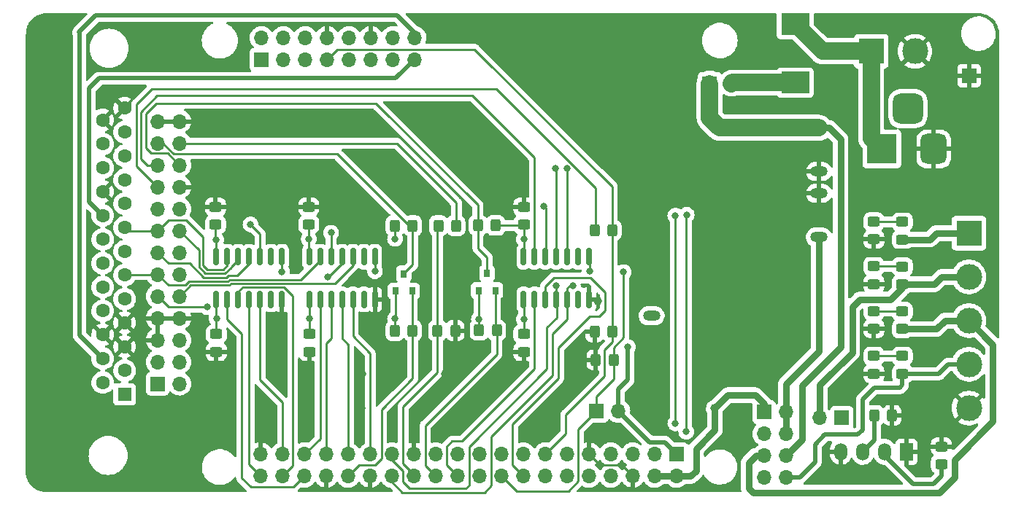
<source format=gbr>
G04 #@! TF.GenerationSoftware,KiCad,Pcbnew,(6.0.6-0)*
G04 #@! TF.CreationDate,2022-07-25T14:34:37+02:00*
G04 #@! TF.ProjectId,FluCom3 - SOIC,466c7543-6f6d-4332-902d-20534f49432e,3.0*
G04 #@! TF.SameCoordinates,Original*
G04 #@! TF.FileFunction,Copper,L1,Top*
G04 #@! TF.FilePolarity,Positive*
%FSLAX46Y46*%
G04 Gerber Fmt 4.6, Leading zero omitted, Abs format (unit mm)*
G04 Created by KiCad (PCBNEW (6.0.6-0)) date 2022-07-25 14:34:37*
%MOMM*%
%LPD*%
G01*
G04 APERTURE LIST*
G04 Aperture macros list*
%AMRoundRect*
0 Rectangle with rounded corners*
0 $1 Rounding radius*
0 $2 $3 $4 $5 $6 $7 $8 $9 X,Y pos of 4 corners*
0 Add a 4 corners polygon primitive as box body*
4,1,4,$2,$3,$4,$5,$6,$7,$8,$9,$2,$3,0*
0 Add four circle primitives for the rounded corners*
1,1,$1+$1,$2,$3*
1,1,$1+$1,$4,$5*
1,1,$1+$1,$6,$7*
1,1,$1+$1,$8,$9*
0 Add four rect primitives between the rounded corners*
20,1,$1+$1,$2,$3,$4,$5,0*
20,1,$1+$1,$4,$5,$6,$7,0*
20,1,$1+$1,$6,$7,$8,$9,0*
20,1,$1+$1,$8,$9,$2,$3,0*%
G04 Aperture macros list end*
G04 #@! TA.AperFunction,SMDPad,CuDef*
%ADD10RoundRect,0.250000X-0.450000X0.325000X-0.450000X-0.325000X0.450000X-0.325000X0.450000X0.325000X0*%
G04 #@! TD*
G04 #@! TA.AperFunction,SMDPad,CuDef*
%ADD11RoundRect,0.250000X0.450000X-0.325000X0.450000X0.325000X-0.450000X0.325000X-0.450000X-0.325000X0*%
G04 #@! TD*
G04 #@! TA.AperFunction,SMDPad,CuDef*
%ADD12R,3.300000X2.500000*%
G04 #@! TD*
G04 #@! TA.AperFunction,ComponentPad*
%ADD13R,1.700000X1.700000*%
G04 #@! TD*
G04 #@! TA.AperFunction,ComponentPad*
%ADD14O,1.700000X1.700000*%
G04 #@! TD*
G04 #@! TA.AperFunction,ComponentPad*
%ADD15R,3.500000X3.500000*%
G04 #@! TD*
G04 #@! TA.AperFunction,ComponentPad*
%ADD16RoundRect,0.750000X0.750000X1.000000X-0.750000X1.000000X-0.750000X-1.000000X0.750000X-1.000000X0*%
G04 #@! TD*
G04 #@! TA.AperFunction,ComponentPad*
%ADD17RoundRect,0.875000X0.875000X0.875000X-0.875000X0.875000X-0.875000X-0.875000X0.875000X-0.875000X0*%
G04 #@! TD*
G04 #@! TA.AperFunction,ComponentPad*
%ADD18R,3.000000X3.000000*%
G04 #@! TD*
G04 #@! TA.AperFunction,ComponentPad*
%ADD19C,3.000000*%
G04 #@! TD*
G04 #@! TA.AperFunction,SMDPad,CuDef*
%ADD20R,0.800000X0.900000*%
G04 #@! TD*
G04 #@! TA.AperFunction,SMDPad,CuDef*
%ADD21RoundRect,0.250000X0.325000X0.450000X-0.325000X0.450000X-0.325000X-0.450000X0.325000X-0.450000X0*%
G04 #@! TD*
G04 #@! TA.AperFunction,SMDPad,CuDef*
%ADD22RoundRect,0.150000X0.150000X-0.825000X0.150000X0.825000X-0.150000X0.825000X-0.150000X-0.825000X0*%
G04 #@! TD*
G04 #@! TA.AperFunction,ComponentPad*
%ADD23R,1.500000X2.000000*%
G04 #@! TD*
G04 #@! TA.AperFunction,ComponentPad*
%ADD24O,1.500000X2.000000*%
G04 #@! TD*
G04 #@! TA.AperFunction,SMDPad,CuDef*
%ADD25RoundRect,0.250000X-0.325000X-0.450000X0.325000X-0.450000X0.325000X0.450000X-0.325000X0.450000X0*%
G04 #@! TD*
G04 #@! TA.AperFunction,ComponentPad*
%ADD26R,1.600000X1.600000*%
G04 #@! TD*
G04 #@! TA.AperFunction,ComponentPad*
%ADD27C,1.600000*%
G04 #@! TD*
G04 #@! TA.AperFunction,ComponentPad*
%ADD28O,2.000000X1.200000*%
G04 #@! TD*
G04 #@! TA.AperFunction,ViaPad*
%ADD29C,0.800000*%
G04 #@! TD*
G04 #@! TA.AperFunction,ViaPad*
%ADD30C,1.000000*%
G04 #@! TD*
G04 #@! TA.AperFunction,Conductor*
%ADD31C,0.500000*%
G04 #@! TD*
G04 #@! TA.AperFunction,Conductor*
%ADD32C,0.250000*%
G04 #@! TD*
G04 #@! TA.AperFunction,Conductor*
%ADD33C,0.249987*%
G04 #@! TD*
G04 #@! TA.AperFunction,Conductor*
%ADD34C,0.800000*%
G04 #@! TD*
G04 #@! TA.AperFunction,Conductor*
%ADD35C,2.000000*%
G04 #@! TD*
G04 APERTURE END LIST*
D10*
X79603600Y-121555400D03*
X79603600Y-123605400D03*
X90424000Y-121555400D03*
X90424000Y-123605400D03*
D11*
X90322400Y-108822600D03*
X90322400Y-106772600D03*
D10*
X163703000Y-134611000D03*
X163703000Y-136661000D03*
D11*
X155875000Y-115735000D03*
X155875000Y-113685000D03*
D10*
X155875000Y-124100000D03*
X155875000Y-126150000D03*
D11*
X155875000Y-120920000D03*
X155875000Y-118870000D03*
X155875000Y-110550000D03*
X155875000Y-108500000D03*
D12*
X146750000Y-92350000D03*
X146750000Y-85550000D03*
D13*
X133000000Y-135500000D03*
D14*
X133000000Y-138040000D03*
X130460000Y-135500000D03*
X130460000Y-138040000D03*
X127920000Y-135500000D03*
X127920000Y-138040000D03*
X125380000Y-135500000D03*
X125380000Y-138040000D03*
X122840000Y-135500000D03*
X122840000Y-138040000D03*
X120300000Y-135500000D03*
X120300000Y-138040000D03*
X117760000Y-135500000D03*
X117760000Y-138040000D03*
X115220000Y-135500000D03*
X115220000Y-138040000D03*
X112680000Y-135500000D03*
X112680000Y-138040000D03*
X110140000Y-135500000D03*
X110140000Y-138040000D03*
X107600000Y-135500000D03*
X107600000Y-138040000D03*
X105060000Y-135500000D03*
X105060000Y-138040000D03*
X102520000Y-135500000D03*
X102520000Y-138040000D03*
X99980000Y-135500000D03*
X99980000Y-138040000D03*
X97440000Y-135500000D03*
X97440000Y-138040000D03*
X94900000Y-135500000D03*
X94900000Y-138040000D03*
X92360000Y-135500000D03*
X92360000Y-138040000D03*
X89820000Y-135500000D03*
X89820000Y-138040000D03*
X87280000Y-135500000D03*
X87280000Y-138040000D03*
X84740000Y-135500000D03*
X84740000Y-138040000D03*
D13*
X72785000Y-127325000D03*
D14*
X72785000Y-124785000D03*
X72785000Y-122245000D03*
X72785000Y-119705000D03*
X72785000Y-117165000D03*
X72785000Y-114625000D03*
X72785000Y-112085000D03*
X72785000Y-109545000D03*
X72785000Y-107005000D03*
X72785000Y-104465000D03*
X72785000Y-101925000D03*
X72785000Y-99385000D03*
X72785000Y-96845000D03*
X75325000Y-127325000D03*
X75325000Y-124785000D03*
X75325000Y-122245000D03*
X75325000Y-119705000D03*
X75325000Y-117165000D03*
X75325000Y-114625000D03*
X75325000Y-112085000D03*
X75325000Y-109545000D03*
X75325000Y-107005000D03*
X75325000Y-104465000D03*
X75325000Y-101925000D03*
X75325000Y-99385000D03*
X75325000Y-96845000D03*
D15*
X156814000Y-100050000D03*
D16*
X162814000Y-100050000D03*
D17*
X159814000Y-95350000D03*
D18*
X166900000Y-109825000D03*
D19*
X166900000Y-114905000D03*
X166900000Y-119985000D03*
X166900000Y-125065000D03*
X166900000Y-130145000D03*
D18*
X155560000Y-88700000D03*
D19*
X160640000Y-88700000D03*
D13*
X152146000Y-131300000D03*
D14*
X149606000Y-131300000D03*
D20*
X110050000Y-116500000D03*
X111950000Y-116500000D03*
X111000000Y-114500000D03*
D11*
X159175000Y-115766666D03*
X159175000Y-113716666D03*
X159175000Y-120958332D03*
X159175000Y-118908332D03*
X159175000Y-110575000D03*
X159175000Y-108525000D03*
D21*
X112125000Y-121100000D03*
X110075000Y-121100000D03*
X107300000Y-121150000D03*
X105250000Y-121150000D03*
D13*
X166925000Y-91525000D03*
D22*
X79590000Y-117522000D03*
X80860000Y-117522000D03*
X82130000Y-117522000D03*
X83400000Y-117522000D03*
X84670000Y-117522000D03*
X85940000Y-117522000D03*
X87210000Y-117522000D03*
X87210000Y-112572000D03*
X85940000Y-112572000D03*
X84670000Y-112572000D03*
X83400000Y-112572000D03*
X82130000Y-112572000D03*
X80860000Y-112572000D03*
X79590000Y-112572000D03*
X90373200Y-117522000D03*
X91643200Y-117522000D03*
X92913200Y-117522000D03*
X94183200Y-117522000D03*
X95453200Y-117522000D03*
X96723200Y-117522000D03*
X97993200Y-117522000D03*
X97993200Y-112572000D03*
X96723200Y-112572000D03*
X95453200Y-112572000D03*
X94183200Y-112572000D03*
X92913200Y-112572000D03*
X91643200Y-112572000D03*
X90373200Y-112572000D03*
D23*
X159650000Y-135225000D03*
D24*
X157110000Y-135225000D03*
X154570000Y-135225000D03*
X152030000Y-135225000D03*
D21*
X102377000Y-121150000D03*
X100327000Y-121150000D03*
X102377000Y-108966000D03*
X100327000Y-108966000D03*
D20*
X100402000Y-116550000D03*
X102302000Y-116550000D03*
X101352000Y-114550000D03*
D25*
X109950000Y-108916000D03*
X112000000Y-108916000D03*
X123625001Y-124550001D03*
X125675001Y-124550001D03*
D11*
X79502000Y-108822600D03*
X79502000Y-106772600D03*
D10*
X115265200Y-121555400D03*
X115265200Y-123605400D03*
D11*
X115265200Y-108822600D03*
X115265200Y-106772600D03*
D22*
X115238000Y-117522000D03*
X116508000Y-117522000D03*
X117778000Y-117522000D03*
X119048000Y-117522000D03*
X120318000Y-117522000D03*
X121588000Y-117522000D03*
X122858000Y-117522000D03*
X122858000Y-112572000D03*
X121588000Y-112572000D03*
X120318000Y-112572000D03*
X119048000Y-112572000D03*
X117778000Y-112572000D03*
X116508000Y-112572000D03*
X115238000Y-112572000D03*
D25*
X155950000Y-131000000D03*
X158000000Y-131000000D03*
D11*
X159175000Y-126150000D03*
X159175000Y-124100000D03*
D26*
X68961000Y-128550000D03*
D27*
X68961000Y-125780000D03*
X68961000Y-123010000D03*
X68961000Y-120240000D03*
X68961000Y-117470000D03*
X68961000Y-114700000D03*
X68961000Y-111930000D03*
X68961000Y-109160000D03*
X68961000Y-106390000D03*
X68961000Y-103620000D03*
X68961000Y-100850000D03*
X68961000Y-98080000D03*
X68961000Y-95310000D03*
X66421000Y-127165000D03*
X66421000Y-124395000D03*
X66421000Y-121625000D03*
X66421000Y-118855000D03*
X66421000Y-116085000D03*
X66421000Y-113315000D03*
X66421000Y-110545000D03*
X66421000Y-107775000D03*
X66421000Y-105005000D03*
X66421000Y-102235000D03*
X66421000Y-99465000D03*
X66421000Y-96695000D03*
D13*
X123710000Y-130500000D03*
D14*
X126250000Y-130500000D03*
D21*
X125525000Y-109500000D03*
X123475000Y-109500000D03*
D25*
X105350000Y-108966000D03*
X107400000Y-108966000D03*
X123475000Y-121300000D03*
X125525000Y-121300000D03*
D13*
X143150000Y-130600000D03*
D14*
X145690000Y-130600000D03*
X143150000Y-133140000D03*
X145690000Y-133140000D03*
X143150000Y-135680000D03*
X145690000Y-135680000D03*
X143150000Y-138220000D03*
X145690000Y-138220000D03*
D13*
X84836000Y-89662000D03*
D14*
X84836000Y-87122000D03*
X87376000Y-89662000D03*
X87376000Y-87122000D03*
X89916000Y-89662000D03*
X89916000Y-87122000D03*
X92456000Y-89662000D03*
X92456000Y-87122000D03*
X94996000Y-89662000D03*
X94996000Y-87122000D03*
X97536000Y-89662000D03*
X97536000Y-87122000D03*
X100076000Y-89662000D03*
X100076000Y-87122000D03*
X102616000Y-89662000D03*
X102616000Y-87122000D03*
D28*
X149500000Y-97590000D03*
X149500000Y-102670000D03*
X149500000Y-105210000D03*
X149500000Y-110290000D03*
X130094000Y-119434000D03*
D13*
X136825000Y-92450000D03*
D14*
X139365000Y-92450000D03*
D29*
X100330000Y-119761000D03*
X127343493Y-123042991D03*
X90373200Y-119786400D03*
X115265200Y-119837200D03*
X79632411Y-119732567D03*
X110050000Y-119820000D03*
D30*
X85953600Y-108051600D03*
X86850000Y-126202900D03*
X109900000Y-99600000D03*
X117551200Y-131826000D03*
X123850400Y-117754400D03*
X140716000Y-131114800D03*
X120853200Y-125984000D03*
X152450800Y-128473200D03*
X162052000Y-123037600D03*
X141448000Y-115275000D03*
X89458800Y-97536000D03*
X96411463Y-130149989D03*
X106172000Y-126202900D03*
X98900000Y-103000000D03*
X89458800Y-103327200D03*
X96520000Y-126202900D03*
X113639600Y-126085600D03*
X112623600Y-106832400D03*
X89865200Y-126202900D03*
X137414000Y-130175000D03*
D29*
X115265200Y-110540800D03*
X100330000Y-110490000D03*
X90322400Y-110503300D03*
X79603600Y-110591600D03*
X132842000Y-131927600D03*
X132842000Y-107797600D03*
X134162800Y-107696000D03*
X134112000Y-132892800D03*
X97993200Y-114249200D03*
X122886018Y-114235907D03*
X126847600Y-114350800D03*
X87210269Y-114300000D03*
X92506800Y-114903989D03*
X78522700Y-118420034D03*
X117602000Y-106680000D03*
X92913200Y-109778800D03*
X83566000Y-108813600D03*
X119024400Y-115925600D03*
X120954800Y-115925600D03*
X118973600Y-102311200D03*
X120278444Y-102309376D03*
D31*
X127343493Y-126859707D02*
X127343493Y-123042991D01*
D32*
X110050000Y-116500000D02*
X110050000Y-119820000D01*
D33*
X79603600Y-119786400D02*
X79603600Y-121555400D01*
X90373200Y-119786400D02*
X90373200Y-117522000D01*
D31*
X131612000Y-134112000D02*
X133000000Y-135500000D01*
X126250000Y-130500000D02*
X129862000Y-134112000D01*
D32*
X100402000Y-119689000D02*
X100330000Y-119761000D01*
D31*
X126250000Y-127953200D02*
X127343493Y-126859707D01*
X129862000Y-134112000D02*
X131612000Y-134112000D01*
D32*
X100330000Y-121147000D02*
X100330000Y-119761000D01*
D33*
X79603600Y-119786400D02*
X79603600Y-117535600D01*
X90373200Y-119786400D02*
X90373200Y-121504600D01*
D32*
X100402000Y-116550000D02*
X100402000Y-119689000D01*
D33*
X115265200Y-121555400D02*
X115265200Y-119837200D01*
D32*
X110050000Y-119820000D02*
X110050000Y-121075000D01*
D33*
X115265200Y-119837200D02*
X115265200Y-117549200D01*
D31*
X126250000Y-130500000D02*
X126250000Y-127953200D01*
D32*
X126633600Y-136753600D02*
X127920000Y-138040000D01*
X124093600Y-136753600D02*
X126633600Y-136753600D01*
X122840000Y-135500000D02*
X124093600Y-136753600D01*
D33*
X112000000Y-108916000D02*
X115171800Y-108916000D01*
X79502000Y-110490000D02*
X79603600Y-110591600D01*
X100327000Y-110487000D02*
X100330000Y-110490000D01*
D34*
X163098000Y-109825000D02*
X162348000Y-110575000D01*
X133000000Y-138040000D02*
X130460000Y-138040000D01*
X138938000Y-128651000D02*
X137414000Y-130175000D01*
X135255000Y-134874000D02*
X135255000Y-137414000D01*
D33*
X79590000Y-110605200D02*
X79603600Y-110591600D01*
D34*
X137414000Y-130175000D02*
X137414000Y-132715000D01*
D33*
X115265200Y-108822600D02*
X115265200Y-110540800D01*
D34*
X143150000Y-130600000D02*
X143150000Y-129688000D01*
X142113000Y-128651000D02*
X138938000Y-128651000D01*
D33*
X100327000Y-108966000D02*
X100327000Y-110487000D01*
D34*
X137414000Y-132715000D02*
X135255000Y-134874000D01*
X143150000Y-129688000D02*
X142113000Y-128651000D01*
D33*
X90322400Y-108822600D02*
X90322400Y-110503300D01*
X115265200Y-110540800D02*
X115265200Y-112544800D01*
X90322400Y-112521200D02*
X90322400Y-110503300D01*
X79590000Y-112572000D02*
X79590000Y-110605200D01*
D34*
X134629000Y-138040000D02*
X133000000Y-138040000D01*
X166900000Y-109825000D02*
X163098000Y-109825000D01*
X162348000Y-110575000D02*
X159175000Y-110575000D01*
D33*
X79502000Y-108822600D02*
X79502000Y-110490000D01*
D34*
X135255000Y-137414000D02*
X134629000Y-138040000D01*
D31*
X157110000Y-135647000D02*
X160388000Y-138925000D01*
X163703000Y-138049000D02*
X163703000Y-136661000D01*
X162827000Y-138925000D02*
X163703000Y-138049000D01*
X160388000Y-138925000D02*
X162827000Y-138925000D01*
X155950000Y-133845000D02*
X155950000Y-131000000D01*
X154570000Y-135225000D02*
X155950000Y-133845000D01*
D33*
X155875000Y-113685000D02*
X159143334Y-113685000D01*
X159175000Y-124100000D02*
X155875000Y-124100000D01*
D35*
X155560000Y-88700000D02*
X155560000Y-98796000D01*
X155560000Y-98796000D02*
X156814000Y-100050000D01*
X155560000Y-88700000D02*
X149900000Y-88700000D01*
X149900000Y-88700000D02*
X146750000Y-85550000D01*
D33*
X132842000Y-107797600D02*
X132842000Y-131927600D01*
X155875000Y-118870000D02*
X159136668Y-118870000D01*
D35*
X139465000Y-92350000D02*
X139365000Y-92450000D01*
X146750000Y-92350000D02*
X139465000Y-92350000D01*
D33*
X155875000Y-108500000D02*
X159150000Y-108500000D01*
X134112000Y-107746800D02*
X134162800Y-107696000D01*
X134112000Y-132892800D02*
X134112000Y-107746800D01*
D32*
X117778000Y-117145928D02*
X117778000Y-116003600D01*
X119297321Y-126701679D02*
X113944400Y-132054600D01*
X124714000Y-118821200D02*
X124002800Y-119532400D01*
X117778000Y-116003600D02*
X118770400Y-115011200D01*
X119297321Y-123171079D02*
X119297321Y-126701679D01*
X122936000Y-119532400D02*
X119297321Y-123171079D01*
X118770400Y-115011200D02*
X123037600Y-115011200D01*
X124714000Y-116687600D02*
X124714000Y-118821200D01*
X123037600Y-115011200D02*
X124714000Y-116687600D01*
X113944400Y-132054600D02*
X113944400Y-136764400D01*
X124002800Y-119532400D02*
X122936000Y-119532400D01*
X113944400Y-136764400D02*
X115220000Y-138040000D01*
D33*
X125675001Y-124550001D02*
X125675001Y-126800999D01*
X112680000Y-138040000D02*
X114441600Y-139801600D01*
X125675001Y-124550001D02*
X125675001Y-123092599D01*
X123710000Y-128766000D02*
X123710000Y-130500000D01*
X125675001Y-126800999D02*
X123710000Y-128766000D01*
X121564400Y-138658600D02*
X121564400Y-132645600D01*
X87210269Y-112572269D02*
X87210269Y-114300000D01*
X126847600Y-121920000D02*
X126847600Y-114350800D01*
X122885200Y-114235089D02*
X122886018Y-114235907D01*
X114441600Y-139801600D02*
X120421400Y-139801600D01*
X122885200Y-112599200D02*
X122885200Y-114235089D01*
X125675001Y-123092599D02*
X126847600Y-121920000D01*
X97993200Y-114249200D02*
X97993200Y-112572000D01*
X120421400Y-139801600D02*
X121564400Y-138658600D01*
X121564400Y-132645600D02*
X123710000Y-130500000D01*
D32*
X106324400Y-136764400D02*
X107600000Y-138040000D01*
X116508000Y-125604800D02*
X108102400Y-134010400D01*
X106324400Y-134620000D02*
X106324400Y-136764400D01*
X116508000Y-117522000D02*
X116508000Y-125604800D01*
X106934000Y-134010400D02*
X106324400Y-134620000D01*
X108102400Y-134010400D02*
X106934000Y-134010400D01*
X105060000Y-138040000D02*
X103835200Y-136815200D01*
X103835200Y-136815200D02*
X103835200Y-132164800D01*
X103835200Y-132164800D02*
X112125000Y-123875000D01*
X111950000Y-116500000D02*
X111950000Y-120925000D01*
X112125000Y-123875000D02*
X112125000Y-121100000D01*
X101250000Y-130020978D02*
X105257600Y-126013378D01*
X102520000Y-138040000D02*
X102520000Y-137831400D01*
X101250000Y-136561400D02*
X101250000Y-130020978D01*
X105250000Y-121150000D02*
X105250000Y-109450000D01*
X105257600Y-126013378D02*
X105257600Y-121157600D01*
X102520000Y-137831400D02*
X101250000Y-136561400D01*
D34*
X145669000Y-127381000D02*
X145690000Y-127402000D01*
X145690000Y-127402000D02*
X145690000Y-130600000D01*
X149500000Y-110290000D02*
X149500000Y-123550000D01*
X149500000Y-123550000D02*
X145669000Y-127381000D01*
X145690000Y-130600000D02*
X145690000Y-133140000D01*
D33*
X97440000Y-123805200D02*
X95453200Y-121818400D01*
X95453200Y-121818400D02*
X95453200Y-117522000D01*
X97440000Y-135500000D02*
X97440000Y-123805200D01*
X94894400Y-135494400D02*
X94894400Y-122783600D01*
X94183200Y-122072400D02*
X94183200Y-117522000D01*
X94894400Y-122783600D02*
X94183200Y-122072400D01*
D32*
X102302000Y-116550000D02*
X102302000Y-121075000D01*
X98750000Y-130358000D02*
X102377000Y-126731000D01*
X102377000Y-126731000D02*
X102377000Y-121150000D01*
X98750000Y-136000000D02*
X98750000Y-130358000D01*
X98000000Y-136750000D02*
X98750000Y-136000000D01*
X94900000Y-138040000D02*
X96190000Y-136750000D01*
X96190000Y-136750000D02*
X98000000Y-136750000D01*
D33*
X92913200Y-122072400D02*
X92360000Y-122625600D01*
X92913200Y-117522000D02*
X92913200Y-122072400D01*
X92360000Y-122625600D02*
X92360000Y-135500000D01*
X91643200Y-133676800D02*
X89820000Y-135500000D01*
X91643200Y-117522000D02*
X91643200Y-133676800D01*
X82550000Y-138277600D02*
X83616800Y-139344400D01*
X80860000Y-119823600D02*
X82550000Y-121513600D01*
X88515600Y-139344400D02*
X89820000Y-138040000D01*
X82550000Y-121513600D02*
X82550000Y-138277600D01*
X83616800Y-139344400D02*
X88515600Y-139344400D01*
X80860000Y-117522000D02*
X80860000Y-119823600D01*
D32*
X84670000Y-126884800D02*
X87280000Y-129494800D01*
X87280000Y-129494800D02*
X87280000Y-135500000D01*
X84670000Y-117522000D02*
X84670000Y-126884800D01*
X82130000Y-116650400D02*
X82130000Y-117522000D01*
X82661327Y-116119073D02*
X82130000Y-116650400D01*
X87453145Y-116119073D02*
X82661327Y-116119073D01*
X88454511Y-117120439D02*
X87453145Y-116119073D01*
X88454511Y-136865489D02*
X88454511Y-117120439D01*
X87280000Y-138040000D02*
X88454511Y-136865489D01*
X83400000Y-117522000D02*
X83400000Y-136700000D01*
X83400000Y-136700000D02*
X84740000Y-138040000D01*
D35*
X136825000Y-92450000D02*
X136825000Y-96439000D01*
D34*
X150676000Y-97590000D02*
X149500000Y-97590000D01*
X147574000Y-133796000D02*
X147574000Y-127508000D01*
D35*
X137976000Y-97590000D02*
X149500000Y-97590000D01*
D34*
X152019000Y-123063000D02*
X152019000Y-98933000D01*
X147574000Y-127508000D02*
X152019000Y-123063000D01*
X145690000Y-135680000D02*
X147574000Y-133796000D01*
X152019000Y-98933000D02*
X150676000Y-97590000D01*
D35*
X136825000Y-96439000D02*
X137976000Y-97590000D01*
D34*
X163733000Y-114905000D02*
X162871334Y-115766666D01*
D31*
X100584000Y-84531200D02*
X102616000Y-86563200D01*
D34*
X162871334Y-115766666D02*
X159175000Y-115766666D01*
X153365200Y-123698000D02*
X149707600Y-127355600D01*
D31*
X63703200Y-86563200D02*
X63652400Y-86512400D01*
X65633600Y-84531200D02*
X100584000Y-84531200D01*
D34*
X154228800Y-117551200D02*
X153365200Y-118414800D01*
D31*
X66421000Y-124395000D02*
X63703200Y-121677200D01*
D34*
X149606000Y-127457200D02*
X149606000Y-131300000D01*
X159175000Y-115766666D02*
X159175000Y-116211800D01*
X153365200Y-118414800D02*
X153365200Y-123698000D01*
X157835600Y-117551200D02*
X154228800Y-117551200D01*
D31*
X63652400Y-86512400D02*
X65633600Y-84531200D01*
D34*
X166900000Y-114905000D02*
X163733000Y-114905000D01*
D31*
X63703200Y-121677200D02*
X63703200Y-86563200D01*
X102616000Y-86563200D02*
X102616000Y-87122000D01*
D34*
X159175000Y-116211800D02*
X157835600Y-117551200D01*
D32*
X74097738Y-118420034D02*
X78522700Y-118420034D01*
X72842704Y-117165000D02*
X74097738Y-118420034D01*
X92600711Y-114903989D02*
X92506800Y-114903989D01*
X94183200Y-113321500D02*
X92600711Y-114903989D01*
X75979496Y-115874800D02*
X74034800Y-115874800D01*
X72785000Y-114625000D02*
X69036000Y-114625000D01*
X91643200Y-112948072D02*
X89371220Y-115220052D01*
X80944223Y-115425289D02*
X76429006Y-115425290D01*
X89371220Y-115220052D02*
X81149460Y-115220052D01*
X74034800Y-115874800D02*
X72785000Y-114625000D01*
X81149460Y-115220052D02*
X80944223Y-115425289D01*
X76429006Y-115425290D02*
X75979496Y-115874800D01*
X80963267Y-114770541D02*
X82028659Y-114770541D01*
X74041704Y-113334800D02*
X76503392Y-113334800D01*
X72791904Y-112085000D02*
X74041704Y-113334800D01*
X80758030Y-114975778D02*
X80963267Y-114770541D01*
X78144371Y-114975779D02*
X80758030Y-114975778D01*
X76503392Y-113334800D02*
X78144371Y-114975779D01*
X82028659Y-114770541D02*
X83400000Y-113399200D01*
X80860000Y-113602400D02*
X80860000Y-112948072D01*
X78028800Y-113588800D02*
X78516757Y-114076757D01*
X76098400Y-108305600D02*
X78028800Y-110236000D01*
X74024400Y-108305600D02*
X76098400Y-108305600D01*
X72785000Y-109545000D02*
X74024400Y-108305600D01*
X78028800Y-110236000D02*
X78028800Y-113588800D01*
X72785000Y-109545000D02*
X69346000Y-109545000D01*
X80385643Y-114076757D02*
X80860000Y-113602400D01*
X78516757Y-114076757D02*
X80385643Y-114076757D01*
X117777999Y-112572000D02*
X117805200Y-112544799D01*
X117805200Y-112544799D02*
X117805200Y-106883200D01*
X117805200Y-106883200D02*
X117602000Y-106680000D01*
X123571000Y-104577332D02*
X123571000Y-109404000D01*
X72785000Y-104465000D02*
X70358000Y-102038000D01*
X112084668Y-93091000D02*
X123571000Y-104577332D01*
X70358000Y-94869000D02*
X72136000Y-93091000D01*
X72136000Y-93091000D02*
X112084668Y-93091000D01*
X70358000Y-102038000D02*
X70358000Y-94869000D01*
X70866000Y-101208081D02*
X70866000Y-95758000D01*
X109321600Y-93878400D02*
X116508000Y-101064800D01*
X72745600Y-93878400D02*
X109321600Y-93878400D01*
X116508000Y-101064800D02*
X116508000Y-112572000D01*
X72785000Y-101925000D02*
X71582919Y-101925000D01*
X70866000Y-95758000D02*
X72745600Y-93878400D01*
X71582919Y-101925000D02*
X70866000Y-101208081D01*
X73420704Y-99385000D02*
X74627393Y-100591689D01*
X74627393Y-100591689D02*
X93618689Y-100591689D01*
X93618689Y-100591689D02*
X102377000Y-109350000D01*
X102377000Y-109350000D02*
X102377000Y-113475000D01*
X72785000Y-99385000D02*
X73420704Y-99385000D01*
X101352000Y-114500000D02*
X101352000Y-114550000D01*
X102377000Y-113475000D02*
X101352000Y-114500000D01*
D34*
X166900000Y-119985000D02*
X164114000Y-119985000D01*
X165227000Y-136144000D02*
X169672000Y-131699000D01*
X169672000Y-131699000D02*
X169672000Y-122757000D01*
X169672000Y-122757000D02*
X166900000Y-119985000D01*
X141351000Y-139446000D02*
X141859000Y-139954000D01*
X141351000Y-136525000D02*
X141351000Y-139446000D01*
X163449000Y-139954000D02*
X165227000Y-138176000D01*
X142196000Y-135680000D02*
X141351000Y-136525000D01*
X165227000Y-138176000D02*
X165227000Y-136144000D01*
X141859000Y-139954000D02*
X163449000Y-139954000D01*
X164114000Y-119985000D02*
X163140668Y-120958332D01*
X143150000Y-135680000D02*
X142196000Y-135680000D01*
X163140668Y-120958332D02*
X159175000Y-120958332D01*
D32*
X95453200Y-112572000D02*
X95453200Y-113588800D01*
X76615200Y-115874800D02*
X75325000Y-117165000D01*
X81130416Y-115874800D02*
X76615200Y-115874800D01*
X81335654Y-115669562D02*
X81130416Y-115874800D01*
X95453200Y-113588800D02*
X93372438Y-115669562D01*
X93372438Y-115669562D02*
X81335654Y-115669562D01*
X92913200Y-112572000D02*
X92913200Y-109778800D01*
X84670000Y-112572000D02*
X84670000Y-109917600D01*
X84670000Y-109917600D02*
X83566000Y-108813600D01*
X81309511Y-113768561D02*
X81309510Y-113788594D01*
X77579289Y-113774993D02*
X77579289Y-111799289D01*
X78330563Y-114526267D02*
X77579289Y-113774993D01*
X80571836Y-114526268D02*
X78330563Y-114526267D01*
X82130000Y-112948072D02*
X81309511Y-113768561D01*
X81309510Y-113788594D02*
X80571836Y-114526268D01*
X77579289Y-111799289D02*
X75325000Y-109545000D01*
X82130000Y-112572000D02*
X82130000Y-112948072D01*
D31*
X149047200Y-134366000D02*
X150164800Y-133248400D01*
X158877000Y-127762000D02*
X159175000Y-127464000D01*
X145690000Y-138220000D02*
X147276000Y-138220000D01*
X159175000Y-126150000D02*
X163410000Y-126150000D01*
X154559000Y-132715000D02*
X154559000Y-129159000D01*
X149047200Y-136448800D02*
X149047200Y-134366000D01*
X150164800Y-133248400D02*
X154025600Y-133248400D01*
X164495000Y-125065000D02*
X166900000Y-125065000D01*
X163410000Y-126150000D02*
X164495000Y-125065000D01*
X154559000Y-129159000D02*
X155956000Y-127762000D01*
X159175000Y-127464000D02*
X159175000Y-126150000D01*
X102616000Y-89662000D02*
X100431600Y-91846400D01*
X65989200Y-91846400D02*
X64820800Y-93014800D01*
X64820800Y-106174800D02*
X66421000Y-107775000D01*
X154025600Y-133248400D02*
X154559000Y-132715000D01*
X155956000Y-127762000D02*
X158877000Y-127762000D01*
X100431600Y-91846400D02*
X65989200Y-91846400D01*
X147276000Y-138220000D02*
X149047200Y-136448800D01*
X64820800Y-93014800D02*
X64820800Y-106174800D01*
D32*
X71424800Y-99974400D02*
X71424800Y-95961200D01*
X98094800Y-94742000D02*
X109931200Y-106578400D01*
X109931200Y-106578400D02*
X109931200Y-108897200D01*
X75325000Y-101925000D02*
X73959511Y-100559511D01*
X73959511Y-100559511D02*
X72009911Y-100559511D01*
X111000000Y-112651000D02*
X111000000Y-114500000D01*
X109931200Y-108897200D02*
X109950000Y-108916000D01*
X109950000Y-109300000D02*
X109950000Y-111601000D01*
X72644000Y-94742000D02*
X98094800Y-94742000D01*
X71424800Y-95961200D02*
X72644000Y-94742000D01*
X72009911Y-100559511D02*
X71424800Y-99974400D01*
X109950000Y-111601000D02*
X111000000Y-112651000D01*
X107442000Y-106299000D02*
X107442000Y-108924000D01*
X75325000Y-99385000D02*
X100528000Y-99385000D01*
X107442000Y-108924000D02*
X107400000Y-108966000D01*
X100528000Y-99385000D02*
X107442000Y-106299000D01*
X120142000Y-130937000D02*
X120142000Y-133118000D01*
X125525000Y-121300000D02*
X125525000Y-122480600D01*
D33*
X125525000Y-104443000D02*
X125525000Y-109500000D01*
X92456000Y-89662000D02*
X93630504Y-88487496D01*
X125525000Y-109500000D02*
X125525000Y-121300000D01*
X109569496Y-88487496D02*
X125525000Y-104443000D01*
D32*
X124612400Y-123393200D02*
X124612400Y-126466600D01*
X124612400Y-126466600D02*
X120142000Y-130937000D01*
D33*
X93630504Y-88487496D02*
X109569496Y-88487496D01*
D32*
X120142000Y-133118000D02*
X117760000Y-135500000D01*
X125525000Y-122480600D02*
X124612400Y-123393200D01*
D33*
X117957600Y-120802400D02*
X119126000Y-119634000D01*
X102006400Y-139496800D02*
X108559600Y-139496800D01*
X119126000Y-119634000D02*
X119126000Y-117600000D01*
X119126000Y-117600000D02*
X119048000Y-117522000D01*
X108915200Y-139141200D02*
X108915200Y-134670800D01*
X101244400Y-137414000D02*
X101244400Y-138734800D01*
X108915200Y-134670800D02*
X117957600Y-125628400D01*
X99980000Y-136149600D02*
X101244400Y-137414000D01*
X119048000Y-115949200D02*
X119024400Y-115925600D01*
X99980000Y-135500000D02*
X99980000Y-136149600D01*
X119048000Y-117522000D02*
X119048000Y-115949200D01*
X101244400Y-138734800D02*
X102006400Y-139496800D01*
X117957600Y-125628400D02*
X117957600Y-120802400D01*
X108559600Y-139496800D02*
X108915200Y-139141200D01*
X120599200Y-115925600D02*
X120954800Y-115925600D01*
X101193600Y-139954000D02*
X110693200Y-139954000D01*
X120294400Y-117545600D02*
X120318000Y-117522000D01*
X118618000Y-121513600D02*
X120294400Y-119837200D01*
X111505496Y-139141704D02*
X111505496Y-133502904D01*
X120294400Y-119837200D02*
X120294400Y-117545600D01*
X118618000Y-126390400D02*
X118618000Y-121513600D01*
X99980000Y-138040000D02*
X99980000Y-138740400D01*
X110693200Y-139954000D02*
X111505496Y-139141704D01*
X99980000Y-138740400D02*
X101193600Y-139954000D01*
X120318000Y-117522000D02*
X120318000Y-116206800D01*
X111505496Y-133502904D02*
X118618000Y-126390400D01*
X120318000Y-116206800D02*
X120599200Y-115925600D01*
X119048000Y-112572000D02*
X119048000Y-102385600D01*
X119048000Y-102385600D02*
X118973600Y-102311200D01*
X120318000Y-102348932D02*
X120278444Y-102309376D01*
X120318000Y-112572000D02*
X120318000Y-102348932D01*
G04 #@! TA.AperFunction,Conductor*
G36*
X141734658Y-129579502D02*
G01*
X141781151Y-129633158D01*
X141791136Y-129695022D01*
X141792053Y-129695072D01*
X141791869Y-129698469D01*
X141791500Y-129701866D01*
X141791500Y-131498134D01*
X141798255Y-131560316D01*
X141849385Y-131696705D01*
X141936739Y-131813261D01*
X142053295Y-131900615D01*
X142061704Y-131903767D01*
X142061705Y-131903768D01*
X142170451Y-131944535D01*
X142227216Y-131987176D01*
X142251916Y-132053738D01*
X142236709Y-132123087D01*
X142217316Y-132149568D01*
X142097854Y-132274578D01*
X142090629Y-132282138D01*
X142087720Y-132286403D01*
X142087714Y-132286411D01*
X142040342Y-132355856D01*
X141964743Y-132466680D01*
X141936498Y-132527529D01*
X141874194Y-132661753D01*
X141870688Y-132669305D01*
X141810989Y-132884570D01*
X141787251Y-133106695D01*
X141787548Y-133111848D01*
X141787548Y-133111851D01*
X141799618Y-133321177D01*
X141800110Y-133329715D01*
X141801247Y-133334761D01*
X141801248Y-133334767D01*
X141822584Y-133429439D01*
X141849222Y-133547639D01*
X141887461Y-133641811D01*
X141922080Y-133727067D01*
X141933266Y-133754616D01*
X141971798Y-133817495D01*
X142047291Y-133940688D01*
X142049987Y-133945088D01*
X142196250Y-134113938D01*
X142334371Y-134228608D01*
X142355013Y-134245745D01*
X142368126Y-134256632D01*
X142417511Y-134285490D01*
X142441445Y-134299476D01*
X142490169Y-134351114D01*
X142503240Y-134420897D01*
X142476509Y-134486669D01*
X142436055Y-134520027D01*
X142423607Y-134526507D01*
X142419474Y-134529610D01*
X142419471Y-134529612D01*
X142249100Y-134657530D01*
X142244965Y-134660635D01*
X142223544Y-134683051D01*
X142171824Y-134737173D01*
X142110300Y-134772603D01*
X142087325Y-134775949D01*
X142059697Y-134777397D01*
X142059696Y-134777397D01*
X142053096Y-134777743D01*
X142039508Y-134781384D01*
X142020061Y-134784988D01*
X142012644Y-134785767D01*
X142012640Y-134785768D01*
X142006072Y-134786458D01*
X141949276Y-134804912D01*
X141941009Y-134807598D01*
X141934685Y-134809471D01*
X141875010Y-134825461D01*
X141875006Y-134825462D01*
X141868630Y-134827171D01*
X141862748Y-134830168D01*
X141856093Y-134833559D01*
X141837826Y-134841125D01*
X141830728Y-134843431D01*
X141830726Y-134843432D01*
X141824444Y-134845473D01*
X141818722Y-134848777D01*
X141818721Y-134848777D01*
X141765223Y-134879664D01*
X141759426Y-134882812D01*
X141704352Y-134910873D01*
X141704349Y-134910875D01*
X141698469Y-134913871D01*
X141687526Y-134922733D01*
X141671237Y-134933927D01*
X141659056Y-134940960D01*
X141654150Y-134945377D01*
X141654145Y-134945381D01*
X141608221Y-134986731D01*
X141603221Y-134991002D01*
X141587259Y-135003928D01*
X141572744Y-135018443D01*
X141567959Y-135022984D01*
X141517134Y-135068747D01*
X141513255Y-135074086D01*
X141513254Y-135074087D01*
X141508860Y-135080135D01*
X141496019Y-135095168D01*
X140766168Y-135825019D01*
X140751135Y-135837860D01*
X140739747Y-135846134D01*
X140735327Y-135851043D01*
X140693984Y-135896959D01*
X140689443Y-135901744D01*
X140674928Y-135916259D01*
X140671623Y-135920341D01*
X140662006Y-135932216D01*
X140657722Y-135937231D01*
X140616381Y-135983145D01*
X140616377Y-135983150D01*
X140611960Y-135988056D01*
X140608660Y-135993772D01*
X140608657Y-135993776D01*
X140604927Y-136000237D01*
X140593727Y-136016533D01*
X140584871Y-136027470D01*
X140569768Y-136057112D01*
X140553815Y-136088421D01*
X140550667Y-136094218D01*
X140519833Y-136147625D01*
X140516473Y-136153444D01*
X140514432Y-136159726D01*
X140514431Y-136159728D01*
X140512125Y-136166826D01*
X140504560Y-136185092D01*
X140498171Y-136197630D01*
X140496463Y-136204003D01*
X140496463Y-136204004D01*
X140480469Y-136263695D01*
X140478600Y-136270003D01*
X140457458Y-136335072D01*
X140456768Y-136341637D01*
X140456766Y-136341646D01*
X140455985Y-136349075D01*
X140452383Y-136368509D01*
X140450453Y-136375714D01*
X140448743Y-136382097D01*
X140448398Y-136388688D01*
X140448397Y-136388692D01*
X140445164Y-136450384D01*
X140444647Y-136456958D01*
X140443273Y-136470031D01*
X140442500Y-136477390D01*
X140442500Y-136497926D01*
X140442327Y-136504520D01*
X140439237Y-136563489D01*
X140438748Y-136572810D01*
X140440607Y-136584543D01*
X140440949Y-136586705D01*
X140442500Y-136606417D01*
X140442500Y-139364583D01*
X140440949Y-139384292D01*
X140438748Y-139398190D01*
X140439093Y-139404777D01*
X140439093Y-139404782D01*
X140442327Y-139466480D01*
X140442500Y-139473074D01*
X140442500Y-139493610D01*
X140442844Y-139496882D01*
X140442844Y-139496884D01*
X140444647Y-139514042D01*
X140445164Y-139520616D01*
X140445279Y-139522799D01*
X140448743Y-139588903D01*
X140450453Y-139595284D01*
X140450453Y-139595286D01*
X140452383Y-139602491D01*
X140455985Y-139621925D01*
X140456766Y-139629354D01*
X140456768Y-139629363D01*
X140457458Y-139635928D01*
X140478600Y-139700997D01*
X140480469Y-139707306D01*
X140487324Y-139732890D01*
X140485634Y-139803866D01*
X140445839Y-139862662D01*
X140380575Y-139890609D01*
X140365617Y-139891500D01*
X138004850Y-139891500D01*
X121532053Y-139891027D01*
X121463934Y-139871023D01*
X121417443Y-139817366D01*
X121407341Y-139747092D01*
X121436836Y-139682512D01*
X121442963Y-139675932D01*
X121928883Y-139190012D01*
X121991195Y-139155986D01*
X122062010Y-139161051D01*
X122081548Y-139170319D01*
X122145115Y-139207464D01*
X122251000Y-139269338D01*
X122459692Y-139349030D01*
X122464760Y-139350061D01*
X122464763Y-139350062D01*
X122559862Y-139369410D01*
X122678597Y-139393567D01*
X122683772Y-139393757D01*
X122683774Y-139393757D01*
X122896673Y-139401564D01*
X122896677Y-139401564D01*
X122901837Y-139401753D01*
X122906957Y-139401097D01*
X122906959Y-139401097D01*
X123118288Y-139374025D01*
X123118289Y-139374025D01*
X123123416Y-139373368D01*
X123128376Y-139371880D01*
X123332429Y-139310661D01*
X123332434Y-139310659D01*
X123337384Y-139309174D01*
X123537994Y-139210896D01*
X123719860Y-139081173D01*
X123729697Y-139071371D01*
X123838264Y-138963182D01*
X123878096Y-138923489D01*
X123973276Y-138791032D01*
X124008453Y-138742077D01*
X124009776Y-138743028D01*
X124056645Y-138699857D01*
X124126580Y-138687625D01*
X124192026Y-138715144D01*
X124219875Y-138746994D01*
X124279987Y-138845088D01*
X124426250Y-139013938D01*
X124598126Y-139156632D01*
X124791000Y-139269338D01*
X124999692Y-139349030D01*
X125004760Y-139350061D01*
X125004763Y-139350062D01*
X125099862Y-139369410D01*
X125218597Y-139393567D01*
X125223772Y-139393757D01*
X125223774Y-139393757D01*
X125436673Y-139401564D01*
X125436677Y-139401564D01*
X125441837Y-139401753D01*
X125446957Y-139401097D01*
X125446959Y-139401097D01*
X125658288Y-139374025D01*
X125658289Y-139374025D01*
X125663416Y-139373368D01*
X125668376Y-139371880D01*
X125872429Y-139310661D01*
X125872434Y-139310659D01*
X125877384Y-139309174D01*
X126077994Y-139210896D01*
X126259860Y-139081173D01*
X126269697Y-139071371D01*
X126378264Y-138963182D01*
X126418096Y-138923489D01*
X126513276Y-138791032D01*
X126548453Y-138742077D01*
X126549640Y-138742930D01*
X126596960Y-138699362D01*
X126666897Y-138687145D01*
X126732338Y-138714678D01*
X126760166Y-138746511D01*
X126817694Y-138840388D01*
X126823777Y-138848699D01*
X126963213Y-139009667D01*
X126970580Y-139016883D01*
X127134434Y-139152916D01*
X127142881Y-139158831D01*
X127326756Y-139266279D01*
X127336042Y-139270729D01*
X127535001Y-139346703D01*
X127544899Y-139349579D01*
X127648250Y-139370606D01*
X127662299Y-139369410D01*
X127666000Y-139359065D01*
X127666000Y-137912000D01*
X127686002Y-137843879D01*
X127739658Y-137797386D01*
X127792000Y-137786000D01*
X128048000Y-137786000D01*
X128116121Y-137806002D01*
X128162614Y-137859658D01*
X128174000Y-137912000D01*
X128174000Y-139358517D01*
X128178064Y-139372359D01*
X128191478Y-139374393D01*
X128198184Y-139373534D01*
X128208262Y-139371392D01*
X128412255Y-139310191D01*
X128421842Y-139306433D01*
X128613095Y-139212739D01*
X128621945Y-139207464D01*
X128795328Y-139083792D01*
X128803200Y-139077139D01*
X128954052Y-138926812D01*
X128960730Y-138918965D01*
X129088022Y-138741819D01*
X129089279Y-138742722D01*
X129136373Y-138699362D01*
X129206311Y-138687145D01*
X129271751Y-138714678D01*
X129299579Y-138746511D01*
X129359987Y-138845088D01*
X129506250Y-139013938D01*
X129678126Y-139156632D01*
X129871000Y-139269338D01*
X130079692Y-139349030D01*
X130084760Y-139350061D01*
X130084763Y-139350062D01*
X130179862Y-139369410D01*
X130298597Y-139393567D01*
X130303772Y-139393757D01*
X130303774Y-139393757D01*
X130516673Y-139401564D01*
X130516677Y-139401564D01*
X130521837Y-139401753D01*
X130526957Y-139401097D01*
X130526959Y-139401097D01*
X130738288Y-139374025D01*
X130738289Y-139374025D01*
X130743416Y-139373368D01*
X130748376Y-139371880D01*
X130952429Y-139310661D01*
X130952434Y-139310659D01*
X130957384Y-139309174D01*
X131157994Y-139210896D01*
X131339860Y-139081173D01*
X131436120Y-138985248D01*
X131498490Y-138951333D01*
X131525059Y-138948500D01*
X131932011Y-138948500D01*
X132000132Y-138968502D01*
X132027248Y-138992002D01*
X132042864Y-139010030D01*
X132042869Y-139010035D01*
X132046250Y-139013938D01*
X132218126Y-139156632D01*
X132411000Y-139269338D01*
X132619692Y-139349030D01*
X132624760Y-139350061D01*
X132624763Y-139350062D01*
X132719862Y-139369410D01*
X132838597Y-139393567D01*
X132843772Y-139393757D01*
X132843774Y-139393757D01*
X133056673Y-139401564D01*
X133056677Y-139401564D01*
X133061837Y-139401753D01*
X133066957Y-139401097D01*
X133066959Y-139401097D01*
X133278288Y-139374025D01*
X133278289Y-139374025D01*
X133283416Y-139373368D01*
X133288376Y-139371880D01*
X133492429Y-139310661D01*
X133492434Y-139310659D01*
X133497384Y-139309174D01*
X133697994Y-139210896D01*
X133879860Y-139081173D01*
X133976120Y-138985248D01*
X134038490Y-138951333D01*
X134065059Y-138948500D01*
X134547583Y-138948500D01*
X134567292Y-138950051D01*
X134581190Y-138952252D01*
X134587777Y-138951907D01*
X134587782Y-138951907D01*
X134649480Y-138948673D01*
X134656074Y-138948500D01*
X134676610Y-138948500D01*
X134679882Y-138948156D01*
X134679884Y-138948156D01*
X134697042Y-138946353D01*
X134703616Y-138945836D01*
X134765308Y-138942603D01*
X134765312Y-138942602D01*
X134771903Y-138942257D01*
X134778284Y-138940547D01*
X134778286Y-138940547D01*
X134785491Y-138938617D01*
X134804925Y-138935015D01*
X134812354Y-138934234D01*
X134812363Y-138934232D01*
X134818928Y-138933542D01*
X134883997Y-138912400D01*
X134890299Y-138910533D01*
X134956370Y-138892829D01*
X134968908Y-138886440D01*
X134987174Y-138878875D01*
X134994272Y-138876569D01*
X134994274Y-138876568D01*
X135000556Y-138874527D01*
X135010192Y-138868964D01*
X135059782Y-138840333D01*
X135065579Y-138837185D01*
X135070621Y-138834616D01*
X135126530Y-138806129D01*
X135137467Y-138797273D01*
X135153763Y-138786073D01*
X135160224Y-138782343D01*
X135160228Y-138782340D01*
X135165944Y-138779040D01*
X135170850Y-138774623D01*
X135170855Y-138774619D01*
X135216769Y-138733278D01*
X135221784Y-138728994D01*
X135235177Y-138718148D01*
X135237741Y-138716072D01*
X135252256Y-138701557D01*
X135257041Y-138697016D01*
X135302957Y-138655673D01*
X135307866Y-138651253D01*
X135316140Y-138639865D01*
X135328981Y-138624832D01*
X135839832Y-138113981D01*
X135854865Y-138101140D01*
X135860913Y-138096746D01*
X135860914Y-138096745D01*
X135866253Y-138092866D01*
X135912016Y-138042041D01*
X135916557Y-138037256D01*
X135931072Y-138022741D01*
X135943994Y-138006784D01*
X135948278Y-138001769D01*
X135989617Y-137955857D01*
X135989620Y-137955853D01*
X135994040Y-137950944D01*
X135995288Y-137948782D01*
X136050305Y-137906359D01*
X136121041Y-137900285D01*
X136183833Y-137933418D01*
X136208582Y-137967161D01*
X136237711Y-138025077D01*
X136244354Y-138038286D01*
X136246780Y-138041815D01*
X136246783Y-138041821D01*
X136291298Y-138106590D01*
X136401509Y-138266948D01*
X136439946Y-138309190D01*
X136562404Y-138443769D01*
X136588243Y-138472166D01*
X136621826Y-138500246D01*
X136797809Y-138647391D01*
X136797814Y-138647395D01*
X136801101Y-138650143D01*
X136879563Y-138699362D01*
X137032503Y-138795302D01*
X137032507Y-138795304D01*
X137036143Y-138797585D01*
X137141350Y-138845088D01*
X137285109Y-138909998D01*
X137285113Y-138910000D01*
X137289021Y-138911764D01*
X137340943Y-138927144D01*
X137550943Y-138989349D01*
X137550947Y-138989350D01*
X137555056Y-138990567D01*
X137559290Y-138991215D01*
X137559295Y-138991216D01*
X137780650Y-139025088D01*
X137829323Y-139032536D01*
X137970588Y-139034755D01*
X138102458Y-139036827D01*
X138102464Y-139036827D01*
X138106749Y-139036894D01*
X138382200Y-139003561D01*
X138633909Y-138937526D01*
X138646435Y-138934240D01*
X138646436Y-138934240D01*
X138650578Y-138933153D01*
X138906917Y-138826973D01*
X138914042Y-138822810D01*
X139142777Y-138689148D01*
X139142778Y-138689148D01*
X139146475Y-138686987D01*
X139151202Y-138683281D01*
X139361446Y-138518428D01*
X139364818Y-138515784D01*
X139377211Y-138502996D01*
X139516403Y-138359361D01*
X139557906Y-138316533D01*
X139560439Y-138313085D01*
X139560443Y-138313080D01*
X139716128Y-138101140D01*
X139722166Y-138092920D01*
X139735495Y-138068371D01*
X139852509Y-137852859D01*
X139852510Y-137852857D01*
X139854559Y-137849083D01*
X139952634Y-137589535D01*
X139970265Y-137512552D01*
X140013620Y-137323258D01*
X140013621Y-137323253D01*
X140014577Y-137319078D01*
X140039242Y-137042716D01*
X140039689Y-137000000D01*
X140037914Y-136973963D01*
X140021109Y-136727459D01*
X140021108Y-136727453D01*
X140020817Y-136723182D01*
X140018763Y-136713261D01*
X139988502Y-136567137D01*
X139964552Y-136451487D01*
X139871934Y-136189942D01*
X139784324Y-136020200D01*
X139746642Y-135947193D01*
X139746642Y-135947192D01*
X139744677Y-135943386D01*
X139740352Y-135937231D01*
X139639964Y-135794395D01*
X139585136Y-135716382D01*
X139466276Y-135588474D01*
X139399184Y-135516274D01*
X139399181Y-135516272D01*
X139396263Y-135513131D01*
X139202544Y-135354574D01*
X139184868Y-135340106D01*
X139184865Y-135340104D01*
X139181553Y-135337393D01*
X138966855Y-135205825D01*
X138948639Y-135194662D01*
X138948636Y-135194661D01*
X138944980Y-135192420D01*
X138690920Y-135080896D01*
X138686792Y-135079720D01*
X138686789Y-135079719D01*
X138479875Y-135020778D01*
X138424075Y-135004883D01*
X138174257Y-134969329D01*
X138153635Y-134966394D01*
X138153633Y-134966394D01*
X138149383Y-134965789D01*
X138003182Y-134965023D01*
X137876213Y-134964358D01*
X137876206Y-134964358D01*
X137871927Y-134964336D01*
X137867683Y-134964895D01*
X137867679Y-134964895D01*
X137775324Y-134977054D01*
X137596840Y-135000552D01*
X137592700Y-135001685D01*
X137592698Y-135001685D01*
X137557164Y-135011406D01*
X137329214Y-135073766D01*
X137325266Y-135075450D01*
X137077953Y-135180938D01*
X137077949Y-135180940D01*
X137074001Y-135182624D01*
X136970497Y-135244570D01*
X136839604Y-135322907D01*
X136839600Y-135322910D01*
X136835922Y-135325111D01*
X136832579Y-135327789D01*
X136832575Y-135327792D01*
X136726986Y-135412385D01*
X136619384Y-135498591D01*
X136616440Y-135501693D01*
X136616436Y-135501697D01*
X136567012Y-135553779D01*
X136428393Y-135699853D01*
X136391820Y-135750749D01*
X136335828Y-135794395D01*
X136265125Y-135800841D01*
X136202160Y-135768038D01*
X136166926Y-135706402D01*
X136163500Y-135677221D01*
X136163500Y-135302503D01*
X136183502Y-135234382D01*
X136200405Y-135213408D01*
X137998832Y-133414981D01*
X138013865Y-133402140D01*
X138019913Y-133397746D01*
X138019914Y-133397745D01*
X138025253Y-133393866D01*
X138071016Y-133343041D01*
X138075557Y-133338256D01*
X138090072Y-133323741D01*
X138102994Y-133307784D01*
X138107278Y-133302769D01*
X138148619Y-133256855D01*
X138148623Y-133256850D01*
X138153040Y-133251944D01*
X138156340Y-133246228D01*
X138156343Y-133246224D01*
X138160073Y-133239763D01*
X138171273Y-133223466D01*
X138175975Y-133217660D01*
X138175976Y-133217658D01*
X138180129Y-133212530D01*
X138211186Y-133151577D01*
X138214333Y-133145782D01*
X138245223Y-133092279D01*
X138245224Y-133092278D01*
X138248527Y-133086556D01*
X138252875Y-133073173D01*
X138260441Y-133054907D01*
X138263832Y-133048252D01*
X138266829Y-133042370D01*
X138284529Y-132976315D01*
X138286402Y-132969991D01*
X138305500Y-132911212D01*
X138307542Y-132904928D01*
X138308817Y-132892800D01*
X138309012Y-132890939D01*
X138312617Y-132871486D01*
X138314547Y-132864285D01*
X138316257Y-132857904D01*
X138319409Y-132797766D01*
X138319836Y-132789615D01*
X138320353Y-132783040D01*
X138322156Y-132765882D01*
X138322500Y-132762610D01*
X138322500Y-132742075D01*
X138322673Y-132735481D01*
X138325907Y-132673782D01*
X138325907Y-132673777D01*
X138326252Y-132667190D01*
X138324051Y-132653292D01*
X138322500Y-132633583D01*
X138322500Y-130650868D01*
X138336194Y-130599044D01*
X138334219Y-130598165D01*
X138336723Y-130592541D01*
X138339769Y-130587179D01*
X138356854Y-130535819D01*
X138387318Y-130486495D01*
X139277408Y-129596405D01*
X139339720Y-129562379D01*
X139366503Y-129559500D01*
X141666537Y-129559500D01*
X141734658Y-129579502D01*
G37*
G04 #@! TD.AperFunction*
G04 #@! TA.AperFunction,Conductor*
G36*
X64597550Y-84278502D02*
G01*
X64644043Y-84332158D01*
X64654147Y-84402432D01*
X64624653Y-84467012D01*
X64618524Y-84473595D01*
X63135750Y-85956369D01*
X63130063Y-85961715D01*
X63083996Y-86002400D01*
X63079768Y-86008383D01*
X63046768Y-86055077D01*
X63042687Y-86060532D01*
X63002666Y-86111116D01*
X62999567Y-86117747D01*
X62998646Y-86119718D01*
X62987399Y-86139082D01*
X62981916Y-86146840D01*
X62957787Y-86206711D01*
X62955096Y-86212899D01*
X62927778Y-86271350D01*
X62926286Y-86278522D01*
X62926286Y-86278523D01*
X62925845Y-86280644D01*
X62919354Y-86302076D01*
X62915802Y-86310889D01*
X62914702Y-86318119D01*
X62914701Y-86318123D01*
X62906099Y-86374670D01*
X62904892Y-86381378D01*
X62895319Y-86427405D01*
X62891760Y-86444515D01*
X62891958Y-86451826D01*
X62892017Y-86453994D01*
X62890629Y-86476362D01*
X62889201Y-86485749D01*
X62889794Y-86493040D01*
X62889794Y-86493043D01*
X62894430Y-86550032D01*
X62894799Y-86556841D01*
X62896543Y-86621321D01*
X62898978Y-86630504D01*
X62902770Y-86652572D01*
X62903540Y-86662037D01*
X62923426Y-86723423D01*
X62925332Y-86729898D01*
X62940493Y-86787076D01*
X62944700Y-86819361D01*
X62944700Y-121610130D01*
X62943267Y-121629080D01*
X62940001Y-121650549D01*
X62940594Y-121657841D01*
X62940594Y-121657844D01*
X62944285Y-121703218D01*
X62944700Y-121713433D01*
X62944700Y-121721493D01*
X62945125Y-121725137D01*
X62947989Y-121749707D01*
X62948422Y-121754082D01*
X62953324Y-121814342D01*
X62954340Y-121826837D01*
X62956596Y-121833801D01*
X62957787Y-121839760D01*
X62959171Y-121845615D01*
X62960018Y-121852881D01*
X62984935Y-121921527D01*
X62986352Y-121925655D01*
X63003883Y-121979769D01*
X63008849Y-121995099D01*
X63012645Y-122001354D01*
X63015151Y-122006828D01*
X63017870Y-122012258D01*
X63020367Y-122019137D01*
X63024380Y-122025257D01*
X63024380Y-122025258D01*
X63060386Y-122080176D01*
X63062723Y-122083880D01*
X63100605Y-122146307D01*
X63104321Y-122150515D01*
X63104322Y-122150516D01*
X63108003Y-122154684D01*
X63107976Y-122154708D01*
X63110629Y-122157700D01*
X63113332Y-122160933D01*
X63117344Y-122167052D01*
X63125678Y-122174947D01*
X63173583Y-122220328D01*
X63176025Y-122222706D01*
X65085329Y-124132010D01*
X65119355Y-124194322D01*
X65121755Y-124232087D01*
X65113686Y-124324315D01*
X65107502Y-124395000D01*
X65127457Y-124623087D01*
X65128881Y-124628400D01*
X65128881Y-124628402D01*
X65177505Y-124809866D01*
X65186716Y-124844243D01*
X65189039Y-124849224D01*
X65189039Y-124849225D01*
X65281151Y-125046762D01*
X65281154Y-125046767D01*
X65283477Y-125051749D01*
X65334809Y-125125058D01*
X65409174Y-125231262D01*
X65414802Y-125239300D01*
X65576700Y-125401198D01*
X65581208Y-125404355D01*
X65581211Y-125404357D01*
X65621582Y-125432625D01*
X65764251Y-125532523D01*
X65769233Y-125534846D01*
X65769238Y-125534849D01*
X65966775Y-125626961D01*
X65971757Y-125629284D01*
X65977065Y-125630706D01*
X65977067Y-125630707D01*
X66080019Y-125658293D01*
X66140642Y-125695245D01*
X66171663Y-125759106D01*
X66163235Y-125829600D01*
X66118032Y-125884347D01*
X66080019Y-125901707D01*
X65977067Y-125929293D01*
X65977065Y-125929294D01*
X65971757Y-125930716D01*
X65966776Y-125933039D01*
X65966775Y-125933039D01*
X65769238Y-126025151D01*
X65769233Y-126025154D01*
X65764251Y-126027477D01*
X65675246Y-126089799D01*
X65581211Y-126155643D01*
X65581208Y-126155645D01*
X65576700Y-126158802D01*
X65414802Y-126320700D01*
X65411645Y-126325208D01*
X65411643Y-126325211D01*
X65402395Y-126338419D01*
X65283477Y-126508251D01*
X65281154Y-126513233D01*
X65281151Y-126513238D01*
X65226161Y-126631166D01*
X65186716Y-126715757D01*
X65185294Y-126721065D01*
X65185293Y-126721067D01*
X65129562Y-126929057D01*
X65127457Y-126936913D01*
X65107502Y-127165000D01*
X65127457Y-127393087D01*
X65128881Y-127398400D01*
X65128881Y-127398402D01*
X65178904Y-127585087D01*
X65186716Y-127614243D01*
X65189039Y-127619224D01*
X65189039Y-127619225D01*
X65281151Y-127816762D01*
X65281154Y-127816767D01*
X65283477Y-127821749D01*
X65338247Y-127899968D01*
X65406269Y-127997113D01*
X65414802Y-128009300D01*
X65576700Y-128171198D01*
X65581208Y-128174355D01*
X65581211Y-128174357D01*
X65583108Y-128175685D01*
X65764251Y-128302523D01*
X65769233Y-128304846D01*
X65769238Y-128304849D01*
X65966775Y-128396961D01*
X65971757Y-128399284D01*
X65977065Y-128400706D01*
X65977067Y-128400707D01*
X66187598Y-128457119D01*
X66187600Y-128457119D01*
X66192913Y-128458543D01*
X66421000Y-128478498D01*
X66649087Y-128458543D01*
X66654400Y-128457119D01*
X66654402Y-128457119D01*
X66864933Y-128400707D01*
X66864935Y-128400706D01*
X66870243Y-128399284D01*
X66875225Y-128396961D01*
X67072762Y-128304849D01*
X67072767Y-128304846D01*
X67077749Y-128302523D01*
X67258892Y-128175685D01*
X67260789Y-128174357D01*
X67260792Y-128174355D01*
X67265300Y-128171198D01*
X67427198Y-128009300D01*
X67430097Y-128005159D01*
X67489094Y-127965912D01*
X67560082Y-127964790D01*
X67620408Y-128002224D01*
X67650918Y-128066330D01*
X67652500Y-128086232D01*
X67652500Y-129398134D01*
X67659255Y-129460316D01*
X67710385Y-129596705D01*
X67797739Y-129713261D01*
X67914295Y-129800615D01*
X68050684Y-129851745D01*
X68112866Y-129858500D01*
X69809134Y-129858500D01*
X69871316Y-129851745D01*
X70007705Y-129800615D01*
X70124261Y-129713261D01*
X70211615Y-129596705D01*
X70262745Y-129460316D01*
X70269500Y-129398134D01*
X70269500Y-127701866D01*
X70262745Y-127639684D01*
X70211615Y-127503295D01*
X70124261Y-127386739D01*
X70007705Y-127299385D01*
X69871316Y-127248255D01*
X69809134Y-127241500D01*
X69491327Y-127241500D01*
X69423206Y-127221498D01*
X69376713Y-127167842D01*
X69366609Y-127097568D01*
X69396103Y-127032988D01*
X69438077Y-127001305D01*
X69612762Y-126919849D01*
X69612767Y-126919846D01*
X69617749Y-126917523D01*
X69760412Y-126817629D01*
X69800789Y-126789357D01*
X69800792Y-126789355D01*
X69805300Y-126786198D01*
X69967198Y-126624300D01*
X70011456Y-126561094D01*
X70047900Y-126509046D01*
X70098523Y-126436749D01*
X70100846Y-126431767D01*
X70100849Y-126431762D01*
X70192961Y-126234225D01*
X70192961Y-126234224D01*
X70195284Y-126229243D01*
X70209923Y-126174612D01*
X70253119Y-126013402D01*
X70253119Y-126013400D01*
X70254543Y-126008087D01*
X70274498Y-125780000D01*
X70254543Y-125551913D01*
X70249971Y-125534849D01*
X70196707Y-125336067D01*
X70196706Y-125336065D01*
X70195284Y-125330757D01*
X70188769Y-125316785D01*
X70100849Y-125128238D01*
X70100846Y-125128233D01*
X70098523Y-125123251D01*
X69967198Y-124935700D01*
X69805300Y-124773802D01*
X69800792Y-124770645D01*
X69800789Y-124770643D01*
X69773728Y-124751695D01*
X71422251Y-124751695D01*
X71422548Y-124756848D01*
X71422548Y-124756851D01*
X71434812Y-124969547D01*
X71435110Y-124974715D01*
X71436247Y-124979761D01*
X71436248Y-124979767D01*
X71456119Y-125067939D01*
X71484222Y-125192639D01*
X71542462Y-125336067D01*
X71556849Y-125371498D01*
X71568266Y-125399616D01*
X71619019Y-125482438D01*
X71682291Y-125585688D01*
X71684987Y-125590088D01*
X71831250Y-125758938D01*
X71835230Y-125762242D01*
X71839981Y-125766187D01*
X71879616Y-125825090D01*
X71881113Y-125896071D01*
X71843997Y-125956593D01*
X71803725Y-125981112D01*
X71731770Y-126008087D01*
X71688295Y-126024385D01*
X71571739Y-126111739D01*
X71484385Y-126228295D01*
X71433255Y-126364684D01*
X71426500Y-126426866D01*
X71426500Y-128223134D01*
X71433255Y-128285316D01*
X71484385Y-128421705D01*
X71571739Y-128538261D01*
X71688295Y-128625615D01*
X71824684Y-128676745D01*
X71886866Y-128683500D01*
X73683134Y-128683500D01*
X73745316Y-128676745D01*
X73881705Y-128625615D01*
X73998261Y-128538261D01*
X74085615Y-128421705D01*
X74107025Y-128364595D01*
X74129598Y-128304382D01*
X74172240Y-128247618D01*
X74238802Y-128222918D01*
X74308150Y-128238126D01*
X74342817Y-128266114D01*
X74371250Y-128298938D01*
X74543126Y-128441632D01*
X74736000Y-128554338D01*
X74740825Y-128556180D01*
X74740826Y-128556181D01*
X74808371Y-128581974D01*
X74944692Y-128634030D01*
X74949760Y-128635061D01*
X74949763Y-128635062D01*
X75014752Y-128648284D01*
X75163597Y-128678567D01*
X75168772Y-128678757D01*
X75168774Y-128678757D01*
X75381673Y-128686564D01*
X75381677Y-128686564D01*
X75386837Y-128686753D01*
X75391957Y-128686097D01*
X75391959Y-128686097D01*
X75603288Y-128659025D01*
X75603289Y-128659025D01*
X75608416Y-128658368D01*
X75613439Y-128656861D01*
X75817429Y-128595661D01*
X75817434Y-128595659D01*
X75822384Y-128594174D01*
X76022994Y-128495896D01*
X76204860Y-128366173D01*
X76213841Y-128357224D01*
X76348616Y-128222918D01*
X76363096Y-128208489D01*
X76380274Y-128184584D01*
X76490435Y-128031277D01*
X76493453Y-128027077D01*
X76498470Y-128016927D01*
X76590136Y-127831453D01*
X76590137Y-127831451D01*
X76592430Y-127826811D01*
X76657370Y-127613069D01*
X76686529Y-127391590D01*
X76687122Y-127367315D01*
X76688074Y-127328365D01*
X76688074Y-127328361D01*
X76688156Y-127325000D01*
X76669852Y-127102361D01*
X76615431Y-126885702D01*
X76526354Y-126680840D01*
X76426717Y-126526824D01*
X76407822Y-126497617D01*
X76407820Y-126497614D01*
X76405014Y-126493277D01*
X76254670Y-126328051D01*
X76250619Y-126324852D01*
X76250615Y-126324848D01*
X76083414Y-126192800D01*
X76083410Y-126192798D01*
X76079359Y-126189598D01*
X76038053Y-126166796D01*
X75988084Y-126116364D01*
X75973312Y-126046921D01*
X75998428Y-125980516D01*
X76025780Y-125953909D01*
X76069603Y-125922650D01*
X76204860Y-125826173D01*
X76230228Y-125800894D01*
X76325681Y-125705773D01*
X76363096Y-125668489D01*
X76366198Y-125664173D01*
X76490435Y-125491277D01*
X76493453Y-125487077D01*
X76502977Y-125467808D01*
X76590136Y-125291453D01*
X76590137Y-125291451D01*
X76592430Y-125286811D01*
X76639025Y-125133450D01*
X76655865Y-125078023D01*
X76655865Y-125078021D01*
X76657370Y-125073069D01*
X76686529Y-124851590D01*
X76687438Y-124814399D01*
X76688074Y-124788365D01*
X76688074Y-124788361D01*
X76688156Y-124785000D01*
X76669852Y-124562361D01*
X76615431Y-124345702D01*
X76526354Y-124140840D01*
X76459761Y-124037903D01*
X76420682Y-123977495D01*
X78395601Y-123977495D01*
X78395938Y-123984014D01*
X78405857Y-124079606D01*
X78408749Y-124093000D01*
X78460188Y-124247184D01*
X78466361Y-124260362D01*
X78551663Y-124398207D01*
X78560699Y-124409608D01*
X78675429Y-124524139D01*
X78686840Y-124533151D01*
X78824843Y-124618216D01*
X78838024Y-124624363D01*
X78992310Y-124675538D01*
X79005686Y-124678405D01*
X79100038Y-124688072D01*
X79106454Y-124688400D01*
X79331485Y-124688400D01*
X79346724Y-124683925D01*
X79347929Y-124682535D01*
X79349600Y-124674852D01*
X79349600Y-124670284D01*
X79857600Y-124670284D01*
X79862075Y-124685523D01*
X79863465Y-124686728D01*
X79871148Y-124688399D01*
X80100695Y-124688399D01*
X80107214Y-124688062D01*
X80202806Y-124678143D01*
X80216200Y-124675251D01*
X80370384Y-124623812D01*
X80383562Y-124617639D01*
X80521407Y-124532337D01*
X80532808Y-124523301D01*
X80647339Y-124408571D01*
X80656351Y-124397160D01*
X80741416Y-124259157D01*
X80747563Y-124245976D01*
X80798738Y-124091690D01*
X80801605Y-124078314D01*
X80811272Y-123983962D01*
X80811600Y-123977546D01*
X80811600Y-123877515D01*
X80807125Y-123862276D01*
X80805735Y-123861071D01*
X80798052Y-123859400D01*
X79875715Y-123859400D01*
X79860476Y-123863875D01*
X79859271Y-123865265D01*
X79857600Y-123872948D01*
X79857600Y-124670284D01*
X79349600Y-124670284D01*
X79349600Y-123877515D01*
X79345125Y-123862276D01*
X79343735Y-123861071D01*
X79336052Y-123859400D01*
X78413716Y-123859400D01*
X78398477Y-123863875D01*
X78397272Y-123865265D01*
X78395601Y-123872948D01*
X78395601Y-123977495D01*
X76420682Y-123977495D01*
X76407822Y-123957617D01*
X76407820Y-123957614D01*
X76405014Y-123953277D01*
X76254670Y-123788051D01*
X76250619Y-123784852D01*
X76250615Y-123784848D01*
X76083414Y-123652800D01*
X76083410Y-123652798D01*
X76079359Y-123649598D01*
X76038053Y-123626796D01*
X75988084Y-123576364D01*
X75973312Y-123506921D01*
X75998428Y-123440516D01*
X76025780Y-123413909D01*
X76090005Y-123368098D01*
X76204860Y-123286173D01*
X76210151Y-123280901D01*
X76310536Y-123180866D01*
X76363096Y-123128489D01*
X76369836Y-123119110D01*
X76490435Y-122951277D01*
X76493453Y-122947077D01*
X76496857Y-122940191D01*
X76590136Y-122751453D01*
X76590137Y-122751451D01*
X76592430Y-122746811D01*
X76657370Y-122533069D01*
X76686529Y-122311590D01*
X76686887Y-122296952D01*
X76688074Y-122248365D01*
X76688074Y-122248361D01*
X76688156Y-122245000D01*
X76669852Y-122022361D01*
X76615431Y-121805702D01*
X76526354Y-121600840D01*
X76418981Y-121434867D01*
X76407822Y-121417617D01*
X76407820Y-121417614D01*
X76405014Y-121413277D01*
X76254670Y-121248051D01*
X76250619Y-121244852D01*
X76250615Y-121244848D01*
X76083414Y-121112800D01*
X76083410Y-121112798D01*
X76079359Y-121109598D01*
X76037569Y-121086529D01*
X75987598Y-121036097D01*
X75972826Y-120966654D01*
X75997942Y-120900248D01*
X76025294Y-120873641D01*
X76200328Y-120748792D01*
X76208200Y-120742139D01*
X76359052Y-120591812D01*
X76365730Y-120583965D01*
X76490003Y-120411020D01*
X76495313Y-120402183D01*
X76589670Y-120211267D01*
X76593469Y-120201672D01*
X76655377Y-119997910D01*
X76657555Y-119987837D01*
X76658986Y-119976962D01*
X76656775Y-119962778D01*
X76643617Y-119959000D01*
X73057115Y-119959000D01*
X73041876Y-119963475D01*
X73040671Y-119964865D01*
X73039000Y-119972548D01*
X73039000Y-122373000D01*
X73018998Y-122441121D01*
X72965342Y-122487614D01*
X72913000Y-122499000D01*
X71468225Y-122499000D01*
X71454694Y-122502973D01*
X71453257Y-122512966D01*
X71483565Y-122647446D01*
X71486645Y-122657275D01*
X71566770Y-122854603D01*
X71571413Y-122863794D01*
X71682694Y-123045388D01*
X71688777Y-123053699D01*
X71828213Y-123214667D01*
X71835580Y-123221883D01*
X71999434Y-123357916D01*
X72007881Y-123363831D01*
X72076969Y-123404203D01*
X72125693Y-123455842D01*
X72138764Y-123525625D01*
X72112033Y-123591396D01*
X72071584Y-123624752D01*
X72058607Y-123631507D01*
X72054474Y-123634610D01*
X72054471Y-123634612D01*
X71885576Y-123761422D01*
X71879965Y-123765635D01*
X71876393Y-123769373D01*
X71769375Y-123881361D01*
X71725629Y-123927138D01*
X71722720Y-123931403D01*
X71722714Y-123931411D01*
X71654613Y-124031243D01*
X71599743Y-124111680D01*
X71561382Y-124194322D01*
X71508115Y-124309077D01*
X71505688Y-124314305D01*
X71445989Y-124529570D01*
X71422251Y-124751695D01*
X69773728Y-124751695D01*
X69711898Y-124708401D01*
X69617749Y-124642477D01*
X69612767Y-124640154D01*
X69612762Y-124640151D01*
X69415225Y-124548039D01*
X69415224Y-124548039D01*
X69410243Y-124545716D01*
X69301014Y-124516448D01*
X69240392Y-124479496D01*
X69209370Y-124415635D01*
X69217799Y-124345141D01*
X69263002Y-124290394D01*
X69301015Y-124273034D01*
X69404761Y-124245236D01*
X69415053Y-124241490D01*
X69612511Y-124149414D01*
X69622006Y-124143931D01*
X69674048Y-124107491D01*
X69682424Y-124097012D01*
X69675356Y-124083566D01*
X68973812Y-123382022D01*
X68959868Y-123374408D01*
X68958035Y-123374539D01*
X68951420Y-123378790D01*
X68245923Y-124084287D01*
X68239493Y-124096062D01*
X68248789Y-124108077D01*
X68299994Y-124143931D01*
X68309489Y-124149414D01*
X68506947Y-124241490D01*
X68517239Y-124245236D01*
X68620985Y-124273034D01*
X68681608Y-124309985D01*
X68712629Y-124373846D01*
X68704201Y-124444340D01*
X68658998Y-124499088D01*
X68620986Y-124516448D01*
X68511757Y-124545716D01*
X68506776Y-124548039D01*
X68506775Y-124548039D01*
X68309238Y-124640151D01*
X68309233Y-124640154D01*
X68304251Y-124642477D01*
X68210102Y-124708401D01*
X68121211Y-124770643D01*
X68121208Y-124770645D01*
X68116700Y-124773802D01*
X67954802Y-124935700D01*
X67823477Y-125123251D01*
X67821154Y-125128233D01*
X67821151Y-125128238D01*
X67733231Y-125316785D01*
X67726716Y-125330757D01*
X67725294Y-125336065D01*
X67725293Y-125336067D01*
X67672029Y-125534849D01*
X67667457Y-125551913D01*
X67647502Y-125780000D01*
X67667457Y-126008087D01*
X67668881Y-126013400D01*
X67668881Y-126013402D01*
X67712078Y-126174612D01*
X67726716Y-126229243D01*
X67729039Y-126234224D01*
X67729039Y-126234225D01*
X67821151Y-126431762D01*
X67821154Y-126431767D01*
X67823477Y-126436749D01*
X67874100Y-126509046D01*
X67910545Y-126561094D01*
X67954802Y-126624300D01*
X68116700Y-126786198D01*
X68121208Y-126789355D01*
X68121211Y-126789357D01*
X68161588Y-126817629D01*
X68304251Y-126917523D01*
X68309233Y-126919846D01*
X68309238Y-126919849D01*
X68483923Y-127001305D01*
X68537208Y-127048222D01*
X68556669Y-127116499D01*
X68536127Y-127184459D01*
X68482105Y-127230525D01*
X68430673Y-127241500D01*
X68112866Y-127241500D01*
X68050684Y-127248255D01*
X68016711Y-127260991D01*
X67922697Y-127296235D01*
X67922696Y-127296236D01*
X67914295Y-127299385D01*
X67914202Y-127299136D01*
X67850168Y-127313142D01*
X67783620Y-127288407D01*
X67741009Y-127231619D01*
X67733495Y-127176467D01*
X67734019Y-127170480D01*
X67734019Y-127170475D01*
X67734498Y-127165000D01*
X67714543Y-126936913D01*
X67712438Y-126929057D01*
X67656707Y-126721067D01*
X67656706Y-126721065D01*
X67655284Y-126715757D01*
X67615839Y-126631166D01*
X67560849Y-126513238D01*
X67560846Y-126513233D01*
X67558523Y-126508251D01*
X67439605Y-126338419D01*
X67430357Y-126325211D01*
X67430355Y-126325208D01*
X67427198Y-126320700D01*
X67265300Y-126158802D01*
X67260792Y-126155645D01*
X67260789Y-126155643D01*
X67166754Y-126089799D01*
X67077749Y-126027477D01*
X67072767Y-126025154D01*
X67072762Y-126025151D01*
X66875225Y-125933039D01*
X66875224Y-125933039D01*
X66870243Y-125930716D01*
X66864935Y-125929294D01*
X66864933Y-125929293D01*
X66761981Y-125901707D01*
X66701358Y-125864755D01*
X66670337Y-125800894D01*
X66678765Y-125730400D01*
X66723968Y-125675653D01*
X66761981Y-125658293D01*
X66864933Y-125630707D01*
X66864935Y-125630706D01*
X66870243Y-125629284D01*
X66875225Y-125626961D01*
X67072762Y-125534849D01*
X67072767Y-125534846D01*
X67077749Y-125532523D01*
X67220418Y-125432625D01*
X67260789Y-125404357D01*
X67260792Y-125404355D01*
X67265300Y-125401198D01*
X67427198Y-125239300D01*
X67432827Y-125231262D01*
X67507191Y-125125058D01*
X67558523Y-125051749D01*
X67560846Y-125046767D01*
X67560849Y-125046762D01*
X67652961Y-124849225D01*
X67652961Y-124849224D01*
X67655284Y-124844243D01*
X67664496Y-124809866D01*
X67713119Y-124628402D01*
X67713119Y-124628400D01*
X67714543Y-124623087D01*
X67734498Y-124395000D01*
X67714543Y-124166913D01*
X67709693Y-124148812D01*
X67656707Y-123951067D01*
X67656706Y-123951065D01*
X67655284Y-123945757D01*
X67652428Y-123939632D01*
X67560849Y-123743238D01*
X67560846Y-123743233D01*
X67558523Y-123738251D01*
X67479708Y-123625692D01*
X67430357Y-123555211D01*
X67430355Y-123555208D01*
X67427198Y-123550700D01*
X67265300Y-123388802D01*
X67260792Y-123385645D01*
X67260789Y-123385643D01*
X67182611Y-123330902D01*
X67077749Y-123257477D01*
X67072767Y-123255154D01*
X67072762Y-123255151D01*
X66875225Y-123163039D01*
X66875224Y-123163039D01*
X66870243Y-123160716D01*
X66761014Y-123131448D01*
X66700392Y-123094496D01*
X66669370Y-123030635D01*
X66671183Y-123015475D01*
X67648483Y-123015475D01*
X67667472Y-123232519D01*
X67669375Y-123243312D01*
X67725764Y-123453761D01*
X67729510Y-123464053D01*
X67821586Y-123661511D01*
X67827069Y-123671006D01*
X67863509Y-123723048D01*
X67873988Y-123731424D01*
X67887434Y-123724356D01*
X68588978Y-123022812D01*
X68595356Y-123011132D01*
X69325408Y-123011132D01*
X69325539Y-123012965D01*
X69329790Y-123019580D01*
X70035287Y-123725077D01*
X70047062Y-123731507D01*
X70059077Y-123722211D01*
X70094931Y-123671006D01*
X70100414Y-123661511D01*
X70192490Y-123464053D01*
X70196236Y-123453761D01*
X70252625Y-123243312D01*
X70254528Y-123232519D01*
X70273517Y-123015475D01*
X70273517Y-123004525D01*
X70254528Y-122787481D01*
X70252625Y-122776688D01*
X70196236Y-122566239D01*
X70192490Y-122555947D01*
X70100414Y-122358489D01*
X70094931Y-122348994D01*
X70058491Y-122296952D01*
X70048012Y-122288576D01*
X70034566Y-122295644D01*
X69333022Y-122997188D01*
X69325408Y-123011132D01*
X68595356Y-123011132D01*
X68596592Y-123008868D01*
X68596461Y-123007035D01*
X68592210Y-123000420D01*
X67886713Y-122294923D01*
X67874938Y-122288493D01*
X67862923Y-122297789D01*
X67827069Y-122348994D01*
X67821586Y-122358489D01*
X67729510Y-122555947D01*
X67725764Y-122566239D01*
X67669375Y-122776688D01*
X67667472Y-122787481D01*
X67648483Y-123004525D01*
X67648483Y-123015475D01*
X66671183Y-123015475D01*
X66677799Y-122960141D01*
X66723002Y-122905394D01*
X66761015Y-122888034D01*
X66864761Y-122860236D01*
X66875053Y-122856490D01*
X67072511Y-122764414D01*
X67082006Y-122758931D01*
X67134048Y-122722491D01*
X67142424Y-122712012D01*
X67135356Y-122698566D01*
X66062922Y-121626132D01*
X66785408Y-121626132D01*
X66785539Y-121627965D01*
X66789790Y-121634580D01*
X67495287Y-122340077D01*
X67507062Y-122346507D01*
X67519077Y-122337211D01*
X67554931Y-122286006D01*
X67560414Y-122276511D01*
X67652490Y-122079053D01*
X67656236Y-122068761D01*
X67712625Y-121858312D01*
X67714528Y-121847519D01*
X67733517Y-121630475D01*
X67733517Y-121619525D01*
X67714528Y-121402481D01*
X67712625Y-121391688D01*
X67695041Y-121326062D01*
X68239493Y-121326062D01*
X68248789Y-121338077D01*
X68299994Y-121373931D01*
X68309489Y-121379414D01*
X68506947Y-121471490D01*
X68517239Y-121475236D01*
X68621950Y-121503293D01*
X68682573Y-121540245D01*
X68713594Y-121604105D01*
X68705166Y-121674600D01*
X68659963Y-121729347D01*
X68621950Y-121746707D01*
X68517239Y-121774764D01*
X68506947Y-121778510D01*
X68309489Y-121870586D01*
X68299994Y-121876069D01*
X68247952Y-121912509D01*
X68239576Y-121922988D01*
X68246644Y-121936434D01*
X68948188Y-122637978D01*
X68962132Y-122645592D01*
X68963965Y-122645461D01*
X68970580Y-122641210D01*
X69632607Y-121979183D01*
X71449389Y-121979183D01*
X71450912Y-121987607D01*
X71463292Y-121991000D01*
X72512885Y-121991000D01*
X72528124Y-121986525D01*
X72529329Y-121985135D01*
X72531000Y-121977452D01*
X72531000Y-119977115D01*
X72526525Y-119961876D01*
X72525135Y-119960671D01*
X72517452Y-119959000D01*
X71468225Y-119959000D01*
X71454694Y-119962973D01*
X71453257Y-119972966D01*
X71483565Y-120107446D01*
X71486645Y-120117275D01*
X71566770Y-120314603D01*
X71571413Y-120323794D01*
X71682694Y-120505388D01*
X71688777Y-120513699D01*
X71828213Y-120674667D01*
X71835580Y-120681883D01*
X71999434Y-120817916D01*
X72007881Y-120823831D01*
X72077479Y-120864501D01*
X72126203Y-120916140D01*
X72139274Y-120985923D01*
X72112543Y-121051694D01*
X72072087Y-121085053D01*
X72063462Y-121089542D01*
X72054738Y-121095036D01*
X71884433Y-121222905D01*
X71876726Y-121229748D01*
X71729590Y-121383717D01*
X71723104Y-121391727D01*
X71603098Y-121567649D01*
X71598000Y-121576623D01*
X71508338Y-121769783D01*
X71504775Y-121779470D01*
X71449389Y-121979183D01*
X69632607Y-121979183D01*
X69676077Y-121935713D01*
X69682507Y-121923938D01*
X69673211Y-121911923D01*
X69622006Y-121876069D01*
X69612511Y-121870586D01*
X69415053Y-121778510D01*
X69404761Y-121774764D01*
X69300050Y-121746707D01*
X69239427Y-121709755D01*
X69208406Y-121645895D01*
X69216834Y-121575400D01*
X69262037Y-121520653D01*
X69300050Y-121503293D01*
X69404761Y-121475236D01*
X69415053Y-121471490D01*
X69612511Y-121379414D01*
X69622006Y-121373931D01*
X69674048Y-121337491D01*
X69682424Y-121327012D01*
X69675356Y-121313566D01*
X68973812Y-120612022D01*
X68959868Y-120604408D01*
X68958035Y-120604539D01*
X68951420Y-120608790D01*
X68245923Y-121314287D01*
X68239493Y-121326062D01*
X67695041Y-121326062D01*
X67656236Y-121181239D01*
X67652490Y-121170947D01*
X67560414Y-120973489D01*
X67554931Y-120963994D01*
X67518491Y-120911952D01*
X67508012Y-120903576D01*
X67494566Y-120910644D01*
X66793022Y-121612188D01*
X66785408Y-121626132D01*
X66062922Y-121626132D01*
X65346713Y-120909923D01*
X65334938Y-120903493D01*
X65322923Y-120912789D01*
X65287069Y-120963994D01*
X65281586Y-120973489D01*
X65189510Y-121170947D01*
X65185764Y-121181239D01*
X65129375Y-121391688D01*
X65127472Y-121402481D01*
X65108483Y-121619525D01*
X65108483Y-121630474D01*
X65114680Y-121701306D01*
X65100691Y-121770911D01*
X65051291Y-121821904D01*
X64982165Y-121838094D01*
X64915260Y-121814342D01*
X64900064Y-121801383D01*
X64498605Y-121399924D01*
X64464579Y-121337612D01*
X64461700Y-121310829D01*
X64461700Y-107192571D01*
X64481702Y-107124450D01*
X64535358Y-107077957D01*
X64605632Y-107067853D01*
X64670212Y-107097347D01*
X64676795Y-107103476D01*
X65085329Y-107512010D01*
X65119355Y-107574322D01*
X65121755Y-107612087D01*
X65113379Y-107707828D01*
X65107502Y-107775000D01*
X65127457Y-108003087D01*
X65128881Y-108008400D01*
X65128881Y-108008402D01*
X65184155Y-108214684D01*
X65186716Y-108224243D01*
X65189039Y-108229224D01*
X65189039Y-108229225D01*
X65281151Y-108426762D01*
X65281154Y-108426767D01*
X65283477Y-108431749D01*
X65337035Y-108508238D01*
X65387532Y-108580354D01*
X65414802Y-108619300D01*
X65576700Y-108781198D01*
X65581208Y-108784355D01*
X65581211Y-108784357D01*
X65629417Y-108818111D01*
X65764251Y-108912523D01*
X65769233Y-108914846D01*
X65769238Y-108914849D01*
X65966775Y-109006961D01*
X65971757Y-109009284D01*
X65977065Y-109010706D01*
X65977067Y-109010707D01*
X66080019Y-109038293D01*
X66140642Y-109075245D01*
X66171663Y-109139106D01*
X66163235Y-109209600D01*
X66118032Y-109264347D01*
X66080019Y-109281707D01*
X65977067Y-109309293D01*
X65977065Y-109309294D01*
X65971757Y-109310716D01*
X65966776Y-109313039D01*
X65966775Y-109313039D01*
X65769238Y-109405151D01*
X65769233Y-109405154D01*
X65764251Y-109407477D01*
X65672751Y-109471546D01*
X65581211Y-109535643D01*
X65581208Y-109535645D01*
X65576700Y-109538802D01*
X65414802Y-109700700D01*
X65411645Y-109705208D01*
X65411643Y-109705211D01*
X65361588Y-109776697D01*
X65283477Y-109888251D01*
X65281154Y-109893233D01*
X65281151Y-109893238D01*
X65199104Y-110069190D01*
X65186716Y-110095757D01*
X65185294Y-110101065D01*
X65185293Y-110101067D01*
X65130397Y-110305942D01*
X65127457Y-110316913D01*
X65107502Y-110545000D01*
X65127457Y-110773087D01*
X65128881Y-110778400D01*
X65128881Y-110778402D01*
X65169131Y-110928614D01*
X65186716Y-110994243D01*
X65189039Y-110999224D01*
X65189039Y-110999225D01*
X65281151Y-111196762D01*
X65281154Y-111196767D01*
X65283477Y-111201749D01*
X65340868Y-111283711D01*
X65411524Y-111384618D01*
X65414802Y-111389300D01*
X65576700Y-111551198D01*
X65581208Y-111554355D01*
X65581211Y-111554357D01*
X65659230Y-111608986D01*
X65764251Y-111682523D01*
X65769233Y-111684846D01*
X65769238Y-111684849D01*
X65966775Y-111776961D01*
X65971757Y-111779284D01*
X65977065Y-111780706D01*
X65977067Y-111780707D01*
X66080019Y-111808293D01*
X66140642Y-111845245D01*
X66171663Y-111909106D01*
X66163235Y-111979600D01*
X66118032Y-112034347D01*
X66080019Y-112051707D01*
X65977067Y-112079293D01*
X65977065Y-112079294D01*
X65971757Y-112080716D01*
X65966776Y-112083039D01*
X65966775Y-112083039D01*
X65769238Y-112175151D01*
X65769233Y-112175154D01*
X65764251Y-112177477D01*
X65667371Y-112245313D01*
X65581211Y-112305643D01*
X65581208Y-112305645D01*
X65576700Y-112308802D01*
X65414802Y-112470700D01*
X65411645Y-112475208D01*
X65411643Y-112475211D01*
X65402971Y-112487596D01*
X65283477Y-112658251D01*
X65281154Y-112663233D01*
X65281151Y-112663238D01*
X65192877Y-112852545D01*
X65186716Y-112865757D01*
X65185294Y-112871065D01*
X65185293Y-112871067D01*
X65132600Y-113067720D01*
X65127457Y-113086913D01*
X65107502Y-113315000D01*
X65127457Y-113543087D01*
X65128881Y-113548400D01*
X65128881Y-113548402D01*
X65182579Y-113748802D01*
X65186716Y-113764243D01*
X65189039Y-113769224D01*
X65189039Y-113769225D01*
X65281151Y-113966762D01*
X65281154Y-113966767D01*
X65283477Y-113971749D01*
X65354917Y-114073776D01*
X65411507Y-114154594D01*
X65414802Y-114159300D01*
X65576700Y-114321198D01*
X65581208Y-114324355D01*
X65581211Y-114324357D01*
X65642176Y-114367045D01*
X65764251Y-114452523D01*
X65769233Y-114454846D01*
X65769238Y-114454849D01*
X65964131Y-114545728D01*
X65971757Y-114549284D01*
X65977065Y-114550706D01*
X65977067Y-114550707D01*
X66080019Y-114578293D01*
X66140642Y-114615245D01*
X66171663Y-114679106D01*
X66163235Y-114749600D01*
X66118032Y-114804347D01*
X66080019Y-114821707D01*
X65977067Y-114849293D01*
X65977065Y-114849294D01*
X65971757Y-114850716D01*
X65966776Y-114853039D01*
X65966775Y-114853039D01*
X65769238Y-114945151D01*
X65769233Y-114945154D01*
X65764251Y-114947477D01*
X65666305Y-115016060D01*
X65581211Y-115075643D01*
X65581208Y-115075645D01*
X65576700Y-115078802D01*
X65414802Y-115240700D01*
X65411645Y-115245208D01*
X65411643Y-115245211D01*
X65387090Y-115280277D01*
X65283477Y-115428251D01*
X65281154Y-115433233D01*
X65281151Y-115433238D01*
X65201165Y-115604771D01*
X65186716Y-115635757D01*
X65185294Y-115641065D01*
X65185293Y-115641067D01*
X65129201Y-115850405D01*
X65127457Y-115856913D01*
X65107502Y-116085000D01*
X65127457Y-116313087D01*
X65128881Y-116318400D01*
X65128881Y-116318402D01*
X65183125Y-116520840D01*
X65186716Y-116534243D01*
X65189039Y-116539224D01*
X65189039Y-116539225D01*
X65281151Y-116736762D01*
X65281154Y-116736767D01*
X65283477Y-116741749D01*
X65350446Y-116837391D01*
X65404797Y-116915011D01*
X65414802Y-116929300D01*
X65576700Y-117091198D01*
X65581208Y-117094355D01*
X65581211Y-117094357D01*
X65641899Y-117136851D01*
X65764251Y-117222523D01*
X65769233Y-117224846D01*
X65769238Y-117224849D01*
X65966775Y-117316961D01*
X65971757Y-117319284D01*
X65977065Y-117320706D01*
X65977067Y-117320707D01*
X66080019Y-117348293D01*
X66140642Y-117385245D01*
X66171663Y-117449106D01*
X66163235Y-117519600D01*
X66118032Y-117574347D01*
X66080019Y-117591707D01*
X65977067Y-117619293D01*
X65977065Y-117619294D01*
X65971757Y-117620716D01*
X65966776Y-117623039D01*
X65966775Y-117623039D01*
X65769238Y-117715151D01*
X65769233Y-117715154D01*
X65764251Y-117717477D01*
X65669218Y-117784020D01*
X65581211Y-117845643D01*
X65581208Y-117845645D01*
X65576700Y-117848802D01*
X65414802Y-118010700D01*
X65411645Y-118015208D01*
X65411643Y-118015211D01*
X65364418Y-118082656D01*
X65283477Y-118198251D01*
X65281154Y-118203233D01*
X65281151Y-118203238D01*
X65189039Y-118400775D01*
X65186716Y-118405757D01*
X65185294Y-118411065D01*
X65185293Y-118411067D01*
X65132029Y-118609849D01*
X65127457Y-118626913D01*
X65107502Y-118855000D01*
X65127457Y-119083087D01*
X65128881Y-119088400D01*
X65128881Y-119088402D01*
X65184333Y-119295348D01*
X65186716Y-119304243D01*
X65189039Y-119309224D01*
X65189039Y-119309225D01*
X65281151Y-119506762D01*
X65281154Y-119506767D01*
X65283477Y-119511749D01*
X65320620Y-119564794D01*
X65409545Y-119691792D01*
X65414802Y-119699300D01*
X65576700Y-119861198D01*
X65581208Y-119864355D01*
X65581211Y-119864357D01*
X65654868Y-119915932D01*
X65764251Y-119992523D01*
X65769233Y-119994846D01*
X65769238Y-119994849D01*
X65962928Y-120085167D01*
X65971757Y-120089284D01*
X66070686Y-120115792D01*
X66080986Y-120118552D01*
X66141608Y-120155504D01*
X66172630Y-120219365D01*
X66164201Y-120289859D01*
X66118998Y-120344606D01*
X66080985Y-120361966D01*
X65977239Y-120389764D01*
X65966947Y-120393510D01*
X65769489Y-120485586D01*
X65759994Y-120491069D01*
X65707952Y-120527509D01*
X65699576Y-120537988D01*
X65706644Y-120551434D01*
X66408188Y-121252978D01*
X66422132Y-121260592D01*
X66423965Y-121260461D01*
X66430580Y-121256210D01*
X67136077Y-120550713D01*
X67142507Y-120538938D01*
X67133211Y-120526923D01*
X67082006Y-120491069D01*
X67072511Y-120485586D01*
X66875053Y-120393510D01*
X66864761Y-120389764D01*
X66761015Y-120361966D01*
X66700392Y-120325015D01*
X66669371Y-120261154D01*
X66671246Y-120245475D01*
X67648483Y-120245475D01*
X67667472Y-120462519D01*
X67669375Y-120473312D01*
X67725764Y-120683761D01*
X67729510Y-120694053D01*
X67821586Y-120891511D01*
X67827069Y-120901006D01*
X67863509Y-120953048D01*
X67873988Y-120961424D01*
X67887434Y-120954356D01*
X68588978Y-120252812D01*
X68595356Y-120241132D01*
X69325408Y-120241132D01*
X69325539Y-120242965D01*
X69329790Y-120249580D01*
X70035287Y-120955077D01*
X70047062Y-120961507D01*
X70059077Y-120952211D01*
X70094931Y-120901006D01*
X70100414Y-120891511D01*
X70192490Y-120694053D01*
X70196236Y-120683761D01*
X70252625Y-120473312D01*
X70254528Y-120462519D01*
X70273517Y-120245475D01*
X70273517Y-120234525D01*
X70254528Y-120017481D01*
X70252625Y-120006688D01*
X70196236Y-119796239D01*
X70192490Y-119785947D01*
X70100414Y-119588489D01*
X70094931Y-119578994D01*
X70058491Y-119526952D01*
X70048012Y-119518576D01*
X70034566Y-119525644D01*
X69333022Y-120227188D01*
X69325408Y-120241132D01*
X68595356Y-120241132D01*
X68596592Y-120238868D01*
X68596461Y-120237035D01*
X68592210Y-120230420D01*
X67886713Y-119524923D01*
X67874938Y-119518493D01*
X67862923Y-119527789D01*
X67827069Y-119578994D01*
X67821586Y-119588489D01*
X67729510Y-119785947D01*
X67725764Y-119796239D01*
X67669375Y-120006688D01*
X67667472Y-120017481D01*
X67648483Y-120234525D01*
X67648483Y-120245475D01*
X66671246Y-120245475D01*
X66677799Y-120190660D01*
X66723002Y-120135912D01*
X66761014Y-120118552D01*
X66771315Y-120115792D01*
X66870243Y-120089284D01*
X66879072Y-120085167D01*
X67072762Y-119994849D01*
X67072767Y-119994846D01*
X67077749Y-119992523D01*
X67187132Y-119915932D01*
X67260789Y-119864357D01*
X67260792Y-119864355D01*
X67265300Y-119861198D01*
X67427198Y-119699300D01*
X67432456Y-119691792D01*
X67521380Y-119564794D01*
X67558523Y-119511749D01*
X67560846Y-119506767D01*
X67560849Y-119506762D01*
X67652961Y-119309225D01*
X67652961Y-119309224D01*
X67655284Y-119304243D01*
X67657668Y-119295348D01*
X67713119Y-119088402D01*
X67713119Y-119088400D01*
X67714543Y-119083087D01*
X67734498Y-118855000D01*
X67714543Y-118626913D01*
X67709971Y-118609849D01*
X67656707Y-118411067D01*
X67656706Y-118411065D01*
X67655284Y-118405757D01*
X67652961Y-118400775D01*
X67560849Y-118203238D01*
X67560846Y-118203233D01*
X67558523Y-118198251D01*
X67477582Y-118082656D01*
X67430357Y-118015211D01*
X67430355Y-118015208D01*
X67427198Y-118010700D01*
X67265300Y-117848802D01*
X67260792Y-117845645D01*
X67260789Y-117845643D01*
X67172782Y-117784020D01*
X67077749Y-117717477D01*
X67072767Y-117715154D01*
X67072762Y-117715151D01*
X66875225Y-117623039D01*
X66875224Y-117623039D01*
X66870243Y-117620716D01*
X66864935Y-117619294D01*
X66864933Y-117619293D01*
X66761981Y-117591707D01*
X66701358Y-117554755D01*
X66670337Y-117490894D01*
X66678765Y-117420400D01*
X66723968Y-117365653D01*
X66761981Y-117348293D01*
X66864933Y-117320707D01*
X66864935Y-117320706D01*
X66870243Y-117319284D01*
X66875225Y-117316961D01*
X67072762Y-117224849D01*
X67072767Y-117224846D01*
X67077749Y-117222523D01*
X67200101Y-117136851D01*
X67260789Y-117094357D01*
X67260792Y-117094355D01*
X67265300Y-117091198D01*
X67427198Y-116929300D01*
X67437204Y-116915011D01*
X67491554Y-116837391D01*
X67558523Y-116741749D01*
X67560846Y-116736767D01*
X67560849Y-116736762D01*
X67652961Y-116539225D01*
X67652961Y-116539224D01*
X67655284Y-116534243D01*
X67658876Y-116520840D01*
X67713119Y-116318402D01*
X67713119Y-116318400D01*
X67714543Y-116313087D01*
X67734498Y-116085000D01*
X67714543Y-115856913D01*
X67712799Y-115850405D01*
X67656707Y-115641067D01*
X67656706Y-115641065D01*
X67655284Y-115635757D01*
X67640835Y-115604771D01*
X67560849Y-115433238D01*
X67560846Y-115433233D01*
X67558523Y-115428251D01*
X67454910Y-115280277D01*
X67430357Y-115245211D01*
X67430355Y-115245208D01*
X67427198Y-115240700D01*
X67265300Y-115078802D01*
X67260792Y-115075645D01*
X67260789Y-115075643D01*
X67175695Y-115016060D01*
X67077749Y-114947477D01*
X67072767Y-114945154D01*
X67072762Y-114945151D01*
X66875225Y-114853039D01*
X66875224Y-114853039D01*
X66870243Y-114850716D01*
X66864935Y-114849294D01*
X66864933Y-114849293D01*
X66761981Y-114821707D01*
X66701358Y-114784755D01*
X66670337Y-114720894D01*
X66678765Y-114650400D01*
X66723968Y-114595653D01*
X66761981Y-114578293D01*
X66864933Y-114550707D01*
X66864935Y-114550706D01*
X66870243Y-114549284D01*
X66877869Y-114545728D01*
X67072762Y-114454849D01*
X67072767Y-114454846D01*
X67077749Y-114452523D01*
X67199824Y-114367045D01*
X67260789Y-114324357D01*
X67260792Y-114324355D01*
X67265300Y-114321198D01*
X67427198Y-114159300D01*
X67430494Y-114154594D01*
X67487083Y-114073776D01*
X67558523Y-113971749D01*
X67560846Y-113966767D01*
X67560849Y-113966762D01*
X67652961Y-113769225D01*
X67652961Y-113769224D01*
X67655284Y-113764243D01*
X67659422Y-113748802D01*
X67713119Y-113548402D01*
X67713119Y-113548400D01*
X67714543Y-113543087D01*
X67734498Y-113315000D01*
X67714543Y-113086913D01*
X67709400Y-113067720D01*
X67656707Y-112871067D01*
X67656706Y-112871065D01*
X67655284Y-112865757D01*
X67649123Y-112852545D01*
X67560849Y-112663238D01*
X67560846Y-112663233D01*
X67558523Y-112658251D01*
X67439029Y-112487596D01*
X67430357Y-112475211D01*
X67430355Y-112475208D01*
X67427198Y-112470700D01*
X67265300Y-112308802D01*
X67260792Y-112305645D01*
X67260789Y-112305643D01*
X67174629Y-112245313D01*
X67077749Y-112177477D01*
X67072767Y-112175154D01*
X67072762Y-112175151D01*
X66875225Y-112083039D01*
X66875224Y-112083039D01*
X66870243Y-112080716D01*
X66864935Y-112079294D01*
X66864933Y-112079293D01*
X66761981Y-112051707D01*
X66701358Y-112014755D01*
X66670337Y-111950894D01*
X66678765Y-111880400D01*
X66723968Y-111825653D01*
X66761981Y-111808293D01*
X66864933Y-111780707D01*
X66864935Y-111780706D01*
X66870243Y-111779284D01*
X66875225Y-111776961D01*
X67072762Y-111684849D01*
X67072767Y-111684846D01*
X67077749Y-111682523D01*
X67182770Y-111608986D01*
X67260789Y-111554357D01*
X67260792Y-111554355D01*
X67265300Y-111551198D01*
X67427198Y-111389300D01*
X67430477Y-111384618D01*
X67501132Y-111283711D01*
X67558523Y-111201749D01*
X67560846Y-111196767D01*
X67560849Y-111196762D01*
X67652961Y-110999225D01*
X67652961Y-110999224D01*
X67655284Y-110994243D01*
X67672870Y-110928614D01*
X67713119Y-110778402D01*
X67713119Y-110778400D01*
X67714543Y-110773087D01*
X67734498Y-110545000D01*
X67714543Y-110316913D01*
X67711603Y-110305942D01*
X67656707Y-110101067D01*
X67656706Y-110101065D01*
X67655284Y-110095757D01*
X67642896Y-110069190D01*
X67560849Y-109893238D01*
X67560846Y-109893233D01*
X67558523Y-109888251D01*
X67480412Y-109776697D01*
X67430357Y-109705211D01*
X67430355Y-109705208D01*
X67427198Y-109700700D01*
X67265300Y-109538802D01*
X67260792Y-109535645D01*
X67260789Y-109535643D01*
X67169249Y-109471546D01*
X67077749Y-109407477D01*
X67072767Y-109405154D01*
X67072762Y-109405151D01*
X66875225Y-109313039D01*
X66875224Y-109313039D01*
X66870243Y-109310716D01*
X66864935Y-109309294D01*
X66864933Y-109309293D01*
X66761981Y-109281707D01*
X66701358Y-109244755D01*
X66670337Y-109180894D01*
X66678765Y-109110400D01*
X66723968Y-109055653D01*
X66761981Y-109038293D01*
X66864933Y-109010707D01*
X66864935Y-109010706D01*
X66870243Y-109009284D01*
X66875225Y-109006961D01*
X67072762Y-108914849D01*
X67072767Y-108914846D01*
X67077749Y-108912523D01*
X67212583Y-108818111D01*
X67260789Y-108784357D01*
X67260792Y-108784355D01*
X67265300Y-108781198D01*
X67427198Y-108619300D01*
X67454469Y-108580354D01*
X67504965Y-108508238D01*
X67558523Y-108431749D01*
X67560846Y-108426767D01*
X67560849Y-108426762D01*
X67652961Y-108229225D01*
X67652961Y-108229224D01*
X67655284Y-108224243D01*
X67657846Y-108214684D01*
X67713119Y-108008402D01*
X67713119Y-108008400D01*
X67714543Y-108003087D01*
X67734498Y-107775000D01*
X67714543Y-107546913D01*
X67709971Y-107529849D01*
X67656707Y-107331067D01*
X67656706Y-107331065D01*
X67655284Y-107325757D01*
X67642352Y-107298023D01*
X67560849Y-107123238D01*
X67560846Y-107123233D01*
X67558523Y-107118251D01*
X67476875Y-107001646D01*
X67430357Y-106935211D01*
X67430355Y-106935208D01*
X67427198Y-106930700D01*
X67265300Y-106768802D01*
X67260792Y-106765645D01*
X67260789Y-106765643D01*
X67105863Y-106657163D01*
X67077749Y-106637477D01*
X67072767Y-106635154D01*
X67072762Y-106635151D01*
X66875225Y-106543039D01*
X66875224Y-106543039D01*
X66870243Y-106540716D01*
X66761014Y-106511448D01*
X66700392Y-106474496D01*
X66669370Y-106410635D01*
X66677799Y-106340141D01*
X66723002Y-106285394D01*
X66761015Y-106268034D01*
X66864761Y-106240236D01*
X66875053Y-106236490D01*
X67072511Y-106144414D01*
X67082006Y-106138931D01*
X67134048Y-106102491D01*
X67142424Y-106092012D01*
X67135356Y-106078566D01*
X66150885Y-105094095D01*
X66116859Y-105031783D01*
X66118694Y-105006132D01*
X66785408Y-105006132D01*
X66785539Y-105007965D01*
X66789790Y-105014580D01*
X67495287Y-105720077D01*
X67507062Y-105726507D01*
X67519077Y-105717211D01*
X67554931Y-105666006D01*
X67560414Y-105656511D01*
X67652490Y-105459053D01*
X67656236Y-105448761D01*
X67712625Y-105238312D01*
X67714528Y-105227519D01*
X67733517Y-105010475D01*
X67733517Y-104999525D01*
X67714528Y-104782481D01*
X67712625Y-104771688D01*
X67656236Y-104561239D01*
X67652490Y-104550947D01*
X67560414Y-104353489D01*
X67554931Y-104343994D01*
X67518491Y-104291952D01*
X67508012Y-104283576D01*
X67494566Y-104290644D01*
X66793022Y-104992188D01*
X66785408Y-105006132D01*
X66118694Y-105006132D01*
X66121924Y-104960968D01*
X66150885Y-104915905D01*
X67136077Y-103930713D01*
X67142507Y-103918938D01*
X67133211Y-103906923D01*
X67082006Y-103871069D01*
X67072511Y-103865586D01*
X66875053Y-103773510D01*
X66864761Y-103769764D01*
X66761015Y-103741966D01*
X66700392Y-103705015D01*
X66669371Y-103641154D01*
X66677799Y-103570660D01*
X66723002Y-103515912D01*
X66761014Y-103498552D01*
X66864936Y-103470706D01*
X66870243Y-103469284D01*
X66879756Y-103464848D01*
X67072762Y-103374849D01*
X67072767Y-103374846D01*
X67077749Y-103372523D01*
X67211932Y-103278567D01*
X67260789Y-103244357D01*
X67260792Y-103244355D01*
X67265300Y-103241198D01*
X67427198Y-103079300D01*
X67434534Y-103068824D01*
X67504965Y-102968238D01*
X67558523Y-102891749D01*
X67560846Y-102886767D01*
X67560849Y-102886762D01*
X67652961Y-102689225D01*
X67652961Y-102689224D01*
X67655284Y-102684243D01*
X67677819Y-102600144D01*
X67713119Y-102468402D01*
X67713119Y-102468400D01*
X67714543Y-102463087D01*
X67734498Y-102235000D01*
X67714543Y-102006913D01*
X67709540Y-101988240D01*
X67656707Y-101791067D01*
X67656706Y-101791065D01*
X67655284Y-101785757D01*
X67649921Y-101774256D01*
X67560849Y-101583238D01*
X67560846Y-101583233D01*
X67558523Y-101578251D01*
X67439539Y-101408325D01*
X67430357Y-101395211D01*
X67430355Y-101395208D01*
X67427198Y-101390700D01*
X67265300Y-101228802D01*
X67260792Y-101225645D01*
X67260789Y-101225643D01*
X67126633Y-101131706D01*
X67077749Y-101097477D01*
X67072767Y-101095154D01*
X67072762Y-101095151D01*
X66875225Y-101003039D01*
X66875224Y-101003039D01*
X66870243Y-101000716D01*
X66864935Y-100999294D01*
X66864933Y-100999293D01*
X66761981Y-100971707D01*
X66701358Y-100934755D01*
X66670337Y-100870894D01*
X66678765Y-100800400D01*
X66723968Y-100745653D01*
X66761981Y-100728293D01*
X66864933Y-100700707D01*
X66864935Y-100700706D01*
X66870243Y-100699284D01*
X66911047Y-100680257D01*
X67072762Y-100604849D01*
X67072767Y-100604846D01*
X67077749Y-100602523D01*
X67182611Y-100529098D01*
X67260789Y-100474357D01*
X67260792Y-100474355D01*
X67265300Y-100471198D01*
X67427198Y-100309300D01*
X67558523Y-100121749D01*
X67560846Y-100116767D01*
X67560849Y-100116762D01*
X67652961Y-99919225D01*
X67652961Y-99919224D01*
X67655284Y-99914243D01*
X67686968Y-99796000D01*
X67713119Y-99698402D01*
X67713119Y-99698400D01*
X67714543Y-99693087D01*
X67734498Y-99465000D01*
X67714543Y-99236913D01*
X67709971Y-99219849D01*
X67656707Y-99021067D01*
X67656706Y-99021065D01*
X67655284Y-99015757D01*
X67649061Y-99002412D01*
X67560849Y-98813238D01*
X67560846Y-98813233D01*
X67558523Y-98808251D01*
X67440478Y-98639666D01*
X67430357Y-98625211D01*
X67430355Y-98625208D01*
X67427198Y-98620700D01*
X67265300Y-98458802D01*
X67260792Y-98455645D01*
X67260789Y-98455643D01*
X67159683Y-98384848D01*
X67077749Y-98327477D01*
X67072767Y-98325154D01*
X67072762Y-98325151D01*
X66875225Y-98233039D01*
X66875224Y-98233039D01*
X66870243Y-98230716D01*
X66761014Y-98201448D01*
X66700392Y-98164496D01*
X66669370Y-98100635D01*
X66677799Y-98030141D01*
X66723002Y-97975394D01*
X66761015Y-97958034D01*
X66864761Y-97930236D01*
X66875053Y-97926490D01*
X67072511Y-97834414D01*
X67082006Y-97828931D01*
X67134048Y-97792491D01*
X67142424Y-97782012D01*
X67135356Y-97768566D01*
X66150885Y-96784095D01*
X66116859Y-96721783D01*
X66118694Y-96696132D01*
X66785408Y-96696132D01*
X66785539Y-96697965D01*
X66789790Y-96704580D01*
X67495287Y-97410077D01*
X67507062Y-97416507D01*
X67519077Y-97407211D01*
X67554931Y-97356006D01*
X67560414Y-97346511D01*
X67652490Y-97149053D01*
X67656236Y-97138761D01*
X67712625Y-96928312D01*
X67714528Y-96917519D01*
X67733517Y-96700475D01*
X67733517Y-96689525D01*
X67714528Y-96472481D01*
X67712625Y-96461688D01*
X67656236Y-96251239D01*
X67652490Y-96240947D01*
X67560414Y-96043489D01*
X67554931Y-96033994D01*
X67518491Y-95981952D01*
X67508012Y-95973576D01*
X67494566Y-95980644D01*
X66793022Y-96682188D01*
X66785408Y-96696132D01*
X66118694Y-96696132D01*
X66121924Y-96650968D01*
X66150885Y-96605905D01*
X67136077Y-95620713D01*
X67142507Y-95608938D01*
X67133211Y-95596923D01*
X67082006Y-95561069D01*
X67072511Y-95555586D01*
X66875053Y-95463510D01*
X66864761Y-95459764D01*
X66654312Y-95403375D01*
X66643519Y-95401472D01*
X66426475Y-95382483D01*
X66415525Y-95382483D01*
X66198481Y-95401472D01*
X66187688Y-95403375D01*
X65977239Y-95459764D01*
X65966947Y-95463510D01*
X65769482Y-95555590D01*
X65768295Y-95556275D01*
X65767706Y-95556418D01*
X65764502Y-95557912D01*
X65764202Y-95557268D01*
X65699299Y-95573010D01*
X65632208Y-95549786D01*
X65588323Y-95493977D01*
X65579300Y-95447153D01*
X65579300Y-95315475D01*
X67648483Y-95315475D01*
X67667472Y-95532519D01*
X67669375Y-95543312D01*
X67725764Y-95753761D01*
X67729510Y-95764053D01*
X67821586Y-95961511D01*
X67827069Y-95971006D01*
X67863509Y-96023048D01*
X67873988Y-96031424D01*
X67887434Y-96024356D01*
X68588978Y-95322812D01*
X68596592Y-95308868D01*
X68596461Y-95307035D01*
X68592210Y-95300420D01*
X67886713Y-94594923D01*
X67874938Y-94588493D01*
X67862923Y-94597789D01*
X67827073Y-94648987D01*
X67821586Y-94658489D01*
X67729510Y-94855947D01*
X67725764Y-94866239D01*
X67669375Y-95076688D01*
X67667472Y-95087481D01*
X67648483Y-95304525D01*
X67648483Y-95315475D01*
X65579300Y-95315475D01*
X65579300Y-94222988D01*
X68239576Y-94222988D01*
X68246644Y-94236434D01*
X68948188Y-94937978D01*
X68962132Y-94945592D01*
X68963965Y-94945461D01*
X68970580Y-94941210D01*
X69676077Y-94235713D01*
X69682507Y-94223938D01*
X69673211Y-94211923D01*
X69622006Y-94176069D01*
X69612511Y-94170586D01*
X69415053Y-94078510D01*
X69404761Y-94074764D01*
X69194312Y-94018375D01*
X69183519Y-94016472D01*
X68966475Y-93997483D01*
X68955525Y-93997483D01*
X68738481Y-94016472D01*
X68727688Y-94018375D01*
X68517239Y-94074764D01*
X68506947Y-94078510D01*
X68309489Y-94170586D01*
X68299994Y-94176069D01*
X68247952Y-94212509D01*
X68239576Y-94222988D01*
X65579300Y-94222988D01*
X65579300Y-93381171D01*
X65599302Y-93313050D01*
X65616205Y-93292076D01*
X66266476Y-92641805D01*
X66328788Y-92607779D01*
X66355571Y-92604900D01*
X71422006Y-92604900D01*
X71490127Y-92624902D01*
X71536620Y-92678558D01*
X71546724Y-92748832D01*
X71517230Y-92813412D01*
X71511102Y-92819994D01*
X70686378Y-93644717D01*
X69965747Y-94365348D01*
X69957461Y-94372888D01*
X69950982Y-94377000D01*
X69945557Y-94382777D01*
X69904357Y-94426651D01*
X69901602Y-94429493D01*
X69881865Y-94449230D01*
X69879385Y-94452427D01*
X69871682Y-94461447D01*
X69841414Y-94493679D01*
X69837595Y-94500625D01*
X69837593Y-94500628D01*
X69831652Y-94511434D01*
X69820801Y-94527953D01*
X69808386Y-94543959D01*
X69805241Y-94551228D01*
X69805238Y-94551232D01*
X69790826Y-94584537D01*
X69785609Y-94595187D01*
X69764305Y-94633940D01*
X69762334Y-94641615D01*
X69762334Y-94641616D01*
X69759267Y-94653562D01*
X69752863Y-94672266D01*
X69744819Y-94690855D01*
X69743580Y-94698678D01*
X69743577Y-94698688D01*
X69737901Y-94734524D01*
X69735495Y-94746144D01*
X69724500Y-94788970D01*
X69724500Y-94809224D01*
X69722949Y-94828934D01*
X69719780Y-94848943D01*
X69720526Y-94856834D01*
X69720378Y-94861538D01*
X69698246Y-94928997D01*
X69683535Y-94946675D01*
X68245923Y-96384287D01*
X68239493Y-96396062D01*
X68248789Y-96408077D01*
X68299994Y-96443931D01*
X68309489Y-96449414D01*
X68506947Y-96541490D01*
X68517239Y-96545236D01*
X68620985Y-96573034D01*
X68681608Y-96609985D01*
X68712629Y-96673846D01*
X68704201Y-96744340D01*
X68658998Y-96799088D01*
X68620986Y-96816448D01*
X68511757Y-96845716D01*
X68506776Y-96848039D01*
X68506775Y-96848039D01*
X68309238Y-96940151D01*
X68309233Y-96940154D01*
X68304251Y-96942477D01*
X68244826Y-96984087D01*
X68121211Y-97070643D01*
X68121208Y-97070645D01*
X68116700Y-97073802D01*
X67954802Y-97235700D01*
X67823477Y-97423251D01*
X67821154Y-97428233D01*
X67821151Y-97428238D01*
X67733413Y-97616395D01*
X67726716Y-97630757D01*
X67725294Y-97636065D01*
X67725293Y-97636067D01*
X67673802Y-97828233D01*
X67667457Y-97851913D01*
X67647502Y-98080000D01*
X67667457Y-98308087D01*
X67668881Y-98313400D01*
X67668881Y-98313402D01*
X67725151Y-98523401D01*
X67726716Y-98529243D01*
X67729039Y-98534224D01*
X67729039Y-98534225D01*
X67821151Y-98731762D01*
X67821154Y-98731767D01*
X67823477Y-98736749D01*
X67877035Y-98813238D01*
X67946554Y-98912520D01*
X67954802Y-98924300D01*
X68116700Y-99086198D01*
X68121208Y-99089355D01*
X68121211Y-99089357D01*
X68159004Y-99115820D01*
X68304251Y-99217523D01*
X68309233Y-99219846D01*
X68309238Y-99219849D01*
X68503067Y-99310232D01*
X68511757Y-99314284D01*
X68517065Y-99315706D01*
X68517067Y-99315707D01*
X68620019Y-99343293D01*
X68680642Y-99380245D01*
X68711663Y-99444106D01*
X68703235Y-99514600D01*
X68658032Y-99569347D01*
X68620019Y-99586707D01*
X68517067Y-99614293D01*
X68517065Y-99614294D01*
X68511757Y-99615716D01*
X68506776Y-99618039D01*
X68506775Y-99618039D01*
X68309238Y-99710151D01*
X68309233Y-99710154D01*
X68304251Y-99712477D01*
X68234225Y-99761510D01*
X68121211Y-99840643D01*
X68121208Y-99840645D01*
X68116700Y-99843802D01*
X67954802Y-100005700D01*
X67951645Y-100010208D01*
X67951643Y-100010211D01*
X67919998Y-100055405D01*
X67823477Y-100193251D01*
X67821154Y-100198233D01*
X67821151Y-100198238D01*
X67763387Y-100322115D01*
X67726716Y-100400757D01*
X67725294Y-100406065D01*
X67725293Y-100406067D01*
X67672173Y-100604311D01*
X67667457Y-100621913D01*
X67647502Y-100850000D01*
X67667457Y-101078087D01*
X67668881Y-101083400D01*
X67668881Y-101083402D01*
X67716019Y-101259320D01*
X67726716Y-101299243D01*
X67729039Y-101304224D01*
X67729039Y-101304225D01*
X67821151Y-101501762D01*
X67821154Y-101501767D01*
X67823477Y-101506749D01*
X67873879Y-101578730D01*
X67938281Y-101670705D01*
X67954802Y-101694300D01*
X68116700Y-101856198D01*
X68121208Y-101859355D01*
X68121211Y-101859357D01*
X68182769Y-101902460D01*
X68304251Y-101987523D01*
X68309233Y-101989846D01*
X68309238Y-101989849D01*
X68497972Y-102077856D01*
X68511757Y-102084284D01*
X68517065Y-102085706D01*
X68517067Y-102085707D01*
X68620019Y-102113293D01*
X68680642Y-102150245D01*
X68711663Y-102214106D01*
X68703235Y-102284600D01*
X68658032Y-102339347D01*
X68620019Y-102356707D01*
X68517067Y-102384293D01*
X68517065Y-102384294D01*
X68511757Y-102385716D01*
X68506776Y-102388039D01*
X68506775Y-102388039D01*
X68309238Y-102480151D01*
X68309233Y-102480154D01*
X68304251Y-102482477D01*
X68290341Y-102492217D01*
X68121211Y-102610643D01*
X68121208Y-102610645D01*
X68116700Y-102613802D01*
X67954802Y-102775700D01*
X67951645Y-102780208D01*
X67951643Y-102780211D01*
X67931843Y-102808489D01*
X67823477Y-102963251D01*
X67821154Y-102968233D01*
X67821151Y-102968238D01*
X67749993Y-103120839D01*
X67726716Y-103170757D01*
X67725294Y-103176065D01*
X67725293Y-103176067D01*
X67672173Y-103374311D01*
X67667457Y-103391913D01*
X67647502Y-103620000D01*
X67667457Y-103848087D01*
X67668881Y-103853400D01*
X67668881Y-103853402D01*
X67720498Y-104046036D01*
X67726716Y-104069243D01*
X67729039Y-104074224D01*
X67729039Y-104074225D01*
X67821151Y-104271762D01*
X67821154Y-104271767D01*
X67823477Y-104276749D01*
X67868227Y-104340658D01*
X67950384Y-104457990D01*
X67954802Y-104464300D01*
X68116700Y-104626198D01*
X68121208Y-104629355D01*
X68121211Y-104629357D01*
X68177109Y-104668497D01*
X68304251Y-104757523D01*
X68309233Y-104759846D01*
X68309238Y-104759849D01*
X68506775Y-104851961D01*
X68511757Y-104854284D01*
X68517065Y-104855706D01*
X68517067Y-104855707D01*
X68620019Y-104883293D01*
X68680642Y-104920245D01*
X68711663Y-104984106D01*
X68703235Y-105054600D01*
X68658032Y-105109347D01*
X68620019Y-105126707D01*
X68517067Y-105154293D01*
X68517065Y-105154294D01*
X68511757Y-105155716D01*
X68506776Y-105158039D01*
X68506775Y-105158039D01*
X68309238Y-105250151D01*
X68309233Y-105250154D01*
X68304251Y-105252477D01*
X68199389Y-105325902D01*
X68121211Y-105380643D01*
X68121208Y-105380645D01*
X68116700Y-105383802D01*
X67954802Y-105545700D01*
X67951645Y-105550208D01*
X67951643Y-105550211D01*
X67899833Y-105624203D01*
X67823477Y-105733251D01*
X67821154Y-105738233D01*
X67821151Y-105738238D01*
X67738977Y-105914463D01*
X67726716Y-105940757D01*
X67725294Y-105946065D01*
X67725293Y-105946067D01*
X67674336Y-106136240D01*
X67667457Y-106161913D01*
X67647502Y-106390000D01*
X67667457Y-106618087D01*
X67668881Y-106623400D01*
X67668881Y-106623402D01*
X67723491Y-106827206D01*
X67726716Y-106839243D01*
X67729039Y-106844224D01*
X67729039Y-106844225D01*
X67821151Y-107041762D01*
X67821154Y-107041767D01*
X67823477Y-107046749D01*
X67877035Y-107123238D01*
X67930622Y-107199767D01*
X67954802Y-107234300D01*
X68116700Y-107396198D01*
X68121208Y-107399355D01*
X68121211Y-107399357D01*
X68164481Y-107429655D01*
X68304251Y-107527523D01*
X68309233Y-107529846D01*
X68309238Y-107529849D01*
X68501746Y-107619616D01*
X68511757Y-107624284D01*
X68517065Y-107625706D01*
X68517067Y-107625707D01*
X68620019Y-107653293D01*
X68680642Y-107690245D01*
X68711663Y-107754106D01*
X68703235Y-107824600D01*
X68658032Y-107879347D01*
X68620019Y-107896707D01*
X68517067Y-107924293D01*
X68517065Y-107924294D01*
X68511757Y-107925716D01*
X68506776Y-107928039D01*
X68506775Y-107928039D01*
X68309238Y-108020151D01*
X68309233Y-108020154D01*
X68304251Y-108022477D01*
X68224535Y-108078295D01*
X68121211Y-108150643D01*
X68121208Y-108150645D01*
X68116700Y-108153802D01*
X67954802Y-108315700D01*
X67951645Y-108320208D01*
X67951643Y-108320211D01*
X67899547Y-108394612D01*
X67823477Y-108503251D01*
X67821154Y-108508233D01*
X67821151Y-108508238D01*
X67735737Y-108691411D01*
X67726716Y-108710757D01*
X67725294Y-108716065D01*
X67725293Y-108716067D01*
X67670919Y-108918991D01*
X67667457Y-108931913D01*
X67647502Y-109160000D01*
X67667457Y-109388087D01*
X67668881Y-109393400D01*
X67668881Y-109393402D01*
X67724464Y-109600837D01*
X67726716Y-109609243D01*
X67729039Y-109614224D01*
X67729039Y-109614225D01*
X67821151Y-109811762D01*
X67821154Y-109811767D01*
X67823477Y-109816749D01*
X67885722Y-109905644D01*
X67949819Y-109997183D01*
X67954802Y-110004300D01*
X68116700Y-110166198D01*
X68121208Y-110169355D01*
X68121211Y-110169357D01*
X68193600Y-110220044D01*
X68304251Y-110297523D01*
X68309233Y-110299846D01*
X68309238Y-110299849D01*
X68506775Y-110391961D01*
X68511757Y-110394284D01*
X68517065Y-110395706D01*
X68517067Y-110395707D01*
X68620019Y-110423293D01*
X68680642Y-110460245D01*
X68711663Y-110524106D01*
X68703235Y-110594600D01*
X68658032Y-110649347D01*
X68620019Y-110666707D01*
X68517067Y-110694293D01*
X68517065Y-110694294D01*
X68511757Y-110695716D01*
X68506776Y-110698039D01*
X68506775Y-110698039D01*
X68309238Y-110790151D01*
X68309233Y-110790154D01*
X68304251Y-110792477D01*
X68222137Y-110849974D01*
X68121211Y-110920643D01*
X68121208Y-110920645D01*
X68116700Y-110923802D01*
X67954802Y-111085700D01*
X67951645Y-111090208D01*
X67951643Y-111090211D01*
X67915456Y-111141892D01*
X67823477Y-111273251D01*
X67821154Y-111278233D01*
X67821151Y-111278238D01*
X67750600Y-111429537D01*
X67726716Y-111480757D01*
X67725294Y-111486065D01*
X67725293Y-111486067D01*
X67672533Y-111682968D01*
X67667457Y-111701913D01*
X67647502Y-111930000D01*
X67667457Y-112158087D01*
X67668881Y-112163400D01*
X67668881Y-112163402D01*
X67725062Y-112373069D01*
X67726716Y-112379243D01*
X67729039Y-112384224D01*
X67729039Y-112384225D01*
X67821151Y-112581762D01*
X67821154Y-112581767D01*
X67823477Y-112586749D01*
X67877035Y-112663238D01*
X67949518Y-112766753D01*
X67954802Y-112774300D01*
X68116700Y-112936198D01*
X68121208Y-112939355D01*
X68121211Y-112939357D01*
X68195855Y-112991623D01*
X68304251Y-113067523D01*
X68309233Y-113069846D01*
X68309238Y-113069849D01*
X68503438Y-113160405D01*
X68511757Y-113164284D01*
X68517065Y-113165706D01*
X68517067Y-113165707D01*
X68620019Y-113193293D01*
X68680642Y-113230245D01*
X68711663Y-113294106D01*
X68703235Y-113364600D01*
X68658032Y-113419347D01*
X68620019Y-113436707D01*
X68517067Y-113464293D01*
X68517065Y-113464294D01*
X68511757Y-113465716D01*
X68506776Y-113468039D01*
X68506775Y-113468039D01*
X68309238Y-113560151D01*
X68309233Y-113560154D01*
X68304251Y-113562477D01*
X68247050Y-113602530D01*
X68121211Y-113690643D01*
X68121208Y-113690645D01*
X68116700Y-113693802D01*
X67954802Y-113855700D01*
X67951645Y-113860208D01*
X67951643Y-113860211D01*
X67903866Y-113928444D01*
X67823477Y-114043251D01*
X67821154Y-114048233D01*
X67821151Y-114048238D01*
X67729039Y-114245775D01*
X67726716Y-114250757D01*
X67725294Y-114256065D01*
X67725293Y-114256067D01*
X67672029Y-114454849D01*
X67667457Y-114471913D01*
X67647502Y-114700000D01*
X67667457Y-114928087D01*
X67668881Y-114933400D01*
X67668881Y-114933402D01*
X67720455Y-115125875D01*
X67726716Y-115149243D01*
X67729039Y-115154224D01*
X67729039Y-115154225D01*
X67821151Y-115351762D01*
X67821154Y-115351767D01*
X67823477Y-115356749D01*
X67874830Y-115430088D01*
X67925005Y-115501745D01*
X67954802Y-115544300D01*
X68116700Y-115706198D01*
X68121208Y-115709355D01*
X68121211Y-115709357D01*
X68170571Y-115743919D01*
X68304251Y-115837523D01*
X68309233Y-115839846D01*
X68309238Y-115839849D01*
X68506775Y-115931961D01*
X68511757Y-115934284D01*
X68517065Y-115935706D01*
X68517067Y-115935707D01*
X68620019Y-115963293D01*
X68680642Y-116000245D01*
X68711663Y-116064106D01*
X68703235Y-116134600D01*
X68658032Y-116189347D01*
X68620019Y-116206707D01*
X68517067Y-116234293D01*
X68517065Y-116234294D01*
X68511757Y-116235716D01*
X68506776Y-116238039D01*
X68506775Y-116238039D01*
X68309238Y-116330151D01*
X68309233Y-116330154D01*
X68304251Y-116332477D01*
X68206256Y-116401094D01*
X68121211Y-116460643D01*
X68121208Y-116460645D01*
X68116700Y-116463802D01*
X67954802Y-116625700D01*
X67951645Y-116630208D01*
X67951643Y-116630211D01*
X67910052Y-116689610D01*
X67823477Y-116813251D01*
X67821154Y-116818233D01*
X67821151Y-116818238D01*
X67735681Y-117001531D01*
X67726716Y-117020757D01*
X67725294Y-117026065D01*
X67725293Y-117026067D01*
X67672029Y-117224849D01*
X67667457Y-117241913D01*
X67647502Y-117470000D01*
X67667457Y-117698087D01*
X67668881Y-117703400D01*
X67668881Y-117703402D01*
X67704099Y-117834834D01*
X67726716Y-117919243D01*
X67729039Y-117924224D01*
X67729039Y-117924225D01*
X67821151Y-118121762D01*
X67821154Y-118121767D01*
X67823477Y-118126749D01*
X67874189Y-118199173D01*
X67931928Y-118281632D01*
X67954802Y-118314300D01*
X68116700Y-118476198D01*
X68121208Y-118479355D01*
X68121211Y-118479357D01*
X68177209Y-118518567D01*
X68304251Y-118607523D01*
X68309233Y-118609846D01*
X68309238Y-118609849D01*
X68506775Y-118701961D01*
X68511757Y-118704284D01*
X68517064Y-118705706D01*
X68620986Y-118733552D01*
X68681608Y-118770504D01*
X68712630Y-118834365D01*
X68704201Y-118904859D01*
X68658998Y-118959606D01*
X68620985Y-118976966D01*
X68517239Y-119004764D01*
X68506947Y-119008510D01*
X68309489Y-119100586D01*
X68299994Y-119106069D01*
X68247952Y-119142509D01*
X68239576Y-119152988D01*
X68246644Y-119166434D01*
X68948188Y-119867978D01*
X68962132Y-119875592D01*
X68963965Y-119875461D01*
X68970580Y-119871210D01*
X69676077Y-119165713D01*
X69682507Y-119153938D01*
X69673211Y-119141923D01*
X69622006Y-119106069D01*
X69612511Y-119100586D01*
X69415053Y-119008510D01*
X69404761Y-119004764D01*
X69301015Y-118976966D01*
X69240392Y-118940015D01*
X69209371Y-118876154D01*
X69217799Y-118805660D01*
X69263002Y-118750912D01*
X69301014Y-118733552D01*
X69404936Y-118705706D01*
X69410243Y-118704284D01*
X69415225Y-118701961D01*
X69612762Y-118609849D01*
X69612767Y-118609846D01*
X69617749Y-118607523D01*
X69744791Y-118518567D01*
X69800789Y-118479357D01*
X69800792Y-118479355D01*
X69805300Y-118476198D01*
X69967198Y-118314300D01*
X69990073Y-118281632D01*
X70047811Y-118199173D01*
X70098523Y-118126749D01*
X70100846Y-118121767D01*
X70100849Y-118121762D01*
X70192961Y-117924225D01*
X70192961Y-117924224D01*
X70195284Y-117919243D01*
X70217902Y-117834834D01*
X70253119Y-117703402D01*
X70253119Y-117703400D01*
X70254543Y-117698087D01*
X70274498Y-117470000D01*
X70254543Y-117241913D01*
X70249971Y-117224849D01*
X70196707Y-117026067D01*
X70196706Y-117026065D01*
X70195284Y-117020757D01*
X70186319Y-117001531D01*
X70100849Y-116818238D01*
X70100846Y-116818233D01*
X70098523Y-116813251D01*
X70011948Y-116689610D01*
X69970357Y-116630211D01*
X69970355Y-116630208D01*
X69967198Y-116625700D01*
X69805300Y-116463802D01*
X69800792Y-116460645D01*
X69800789Y-116460643D01*
X69715744Y-116401094D01*
X69617749Y-116332477D01*
X69612767Y-116330154D01*
X69612762Y-116330151D01*
X69415225Y-116238039D01*
X69415224Y-116238039D01*
X69410243Y-116235716D01*
X69404935Y-116234294D01*
X69404933Y-116234293D01*
X69301981Y-116206707D01*
X69241358Y-116169755D01*
X69210337Y-116105894D01*
X69218765Y-116035400D01*
X69263968Y-115980653D01*
X69301981Y-115963293D01*
X69404933Y-115935707D01*
X69404935Y-115935706D01*
X69410243Y-115934284D01*
X69415225Y-115931961D01*
X69612762Y-115839849D01*
X69612767Y-115839846D01*
X69617749Y-115837523D01*
X69751429Y-115743919D01*
X69800789Y-115709357D01*
X69800792Y-115709355D01*
X69805300Y-115706198D01*
X69967198Y-115544300D01*
X69996996Y-115501745D01*
X70047170Y-115430088D01*
X70098523Y-115356749D01*
X70100848Y-115351764D01*
X70100851Y-115351758D01*
X70110413Y-115331251D01*
X70157329Y-115277966D01*
X70224608Y-115258500D01*
X71509274Y-115258500D01*
X71577395Y-115278502D01*
X71616707Y-115318665D01*
X71684987Y-115430088D01*
X71831250Y-115598938D01*
X72003126Y-115741632D01*
X72034965Y-115760237D01*
X72076445Y-115784476D01*
X72125169Y-115836114D01*
X72138240Y-115905897D01*
X72111509Y-115971669D01*
X72071055Y-116005027D01*
X72058607Y-116011507D01*
X72054474Y-116014610D01*
X72054471Y-116014612D01*
X71884100Y-116142530D01*
X71879965Y-116145635D01*
X71852024Y-116174874D01*
X71793882Y-116235716D01*
X71725629Y-116307138D01*
X71722715Y-116311410D01*
X71722714Y-116311411D01*
X71708344Y-116332477D01*
X71599743Y-116491680D01*
X71565549Y-116565345D01*
X71512684Y-116679234D01*
X71505688Y-116694305D01*
X71445989Y-116909570D01*
X71422251Y-117131695D01*
X71422548Y-117136848D01*
X71422548Y-117136851D01*
X71429852Y-117263525D01*
X71435110Y-117354715D01*
X71436247Y-117359761D01*
X71436248Y-117359767D01*
X71449913Y-117420400D01*
X71484222Y-117572639D01*
X71568266Y-117779616D01*
X71684987Y-117970088D01*
X71831250Y-118138938D01*
X72003126Y-118281632D01*
X72051311Y-118309789D01*
X72076955Y-118324774D01*
X72125679Y-118376412D01*
X72138750Y-118446195D01*
X72112019Y-118511967D01*
X72071562Y-118545327D01*
X72063457Y-118549546D01*
X72054738Y-118555036D01*
X71884433Y-118682905D01*
X71876726Y-118689748D01*
X71729590Y-118843717D01*
X71723104Y-118851727D01*
X71603098Y-119027649D01*
X71598000Y-119036623D01*
X71508338Y-119229783D01*
X71504775Y-119239470D01*
X71449389Y-119439183D01*
X71450912Y-119447607D01*
X71463292Y-119451000D01*
X76643344Y-119451000D01*
X76656875Y-119447027D01*
X76658180Y-119437947D01*
X76616214Y-119270875D01*
X76612894Y-119261124D01*
X76599264Y-119229776D01*
X76590444Y-119159330D01*
X76621111Y-119095298D01*
X76681528Y-119058010D01*
X76714814Y-119053534D01*
X77814500Y-119053534D01*
X77882621Y-119073536D01*
X77901847Y-119089877D01*
X77902120Y-119089574D01*
X77907032Y-119093997D01*
X77911447Y-119098900D01*
X77916786Y-119102779D01*
X78033828Y-119187815D01*
X78065948Y-119211152D01*
X78071976Y-119213836D01*
X78071978Y-119213837D01*
X78227526Y-119283091D01*
X78240412Y-119288828D01*
X78321077Y-119305974D01*
X78420756Y-119327162D01*
X78420761Y-119327162D01*
X78427213Y-119328534D01*
X78618187Y-119328534D01*
X78623037Y-119327503D01*
X78692274Y-119340165D01*
X78744121Y-119388667D01*
X78761516Y-119457499D01*
X78755440Y-119491639D01*
X78738869Y-119542639D01*
X78738179Y-119549200D01*
X78738179Y-119549202D01*
X78725117Y-119673483D01*
X78718907Y-119732567D01*
X78719597Y-119739132D01*
X78733926Y-119875461D01*
X78738869Y-119922495D01*
X78797884Y-120104123D01*
X78801187Y-120109845D01*
X78801188Y-120109846D01*
X78822527Y-120146806D01*
X78893371Y-120269511D01*
X78936429Y-120317331D01*
X78967144Y-120381335D01*
X78958381Y-120451789D01*
X78912918Y-120506320D01*
X78882668Y-120521162D01*
X78836607Y-120536529D01*
X78836597Y-120536533D01*
X78829654Y-120538850D01*
X78679252Y-120631922D01*
X78554295Y-120757097D01*
X78550455Y-120763327D01*
X78550454Y-120763328D01*
X78468674Y-120896000D01*
X78461485Y-120907662D01*
X78442801Y-120963994D01*
X78415601Y-121046000D01*
X78405803Y-121075539D01*
X78405103Y-121082375D01*
X78405102Y-121082378D01*
X78402313Y-121109598D01*
X78395100Y-121180000D01*
X78395100Y-121930800D01*
X78395437Y-121934046D01*
X78395437Y-121934050D01*
X78405246Y-122028583D01*
X78406074Y-122036566D01*
X78408255Y-122043102D01*
X78408255Y-122043104D01*
X78420249Y-122079053D01*
X78462050Y-122204346D01*
X78555122Y-122354748D01*
X78680297Y-122479705D01*
X78684835Y-122482502D01*
X78725424Y-122539753D01*
X78728654Y-122610676D01*
X78693028Y-122672087D01*
X78684532Y-122679462D01*
X78674393Y-122687498D01*
X78559861Y-122802229D01*
X78550849Y-122813640D01*
X78465784Y-122951643D01*
X78459637Y-122964824D01*
X78408462Y-123119110D01*
X78405595Y-123132486D01*
X78395928Y-123226838D01*
X78395600Y-123233255D01*
X78395600Y-123333285D01*
X78400075Y-123348524D01*
X78401465Y-123349729D01*
X78409148Y-123351400D01*
X80793484Y-123351400D01*
X80808723Y-123346925D01*
X80809928Y-123345535D01*
X80811599Y-123337852D01*
X80811599Y-123233305D01*
X80811262Y-123226786D01*
X80801343Y-123131194D01*
X80798451Y-123117800D01*
X80747012Y-122963616D01*
X80740839Y-122950438D01*
X80655537Y-122812593D01*
X80646501Y-122801192D01*
X80531772Y-122686662D01*
X80522838Y-122679606D01*
X80481777Y-122621688D01*
X80478547Y-122550765D01*
X80514174Y-122489354D01*
X80522007Y-122482554D01*
X80527948Y-122478878D01*
X80652905Y-122353703D01*
X80658185Y-122345138D01*
X80741875Y-122209368D01*
X80741876Y-122209366D01*
X80745715Y-122203138D01*
X80777965Y-122105907D01*
X80799232Y-122041789D01*
X80799232Y-122041787D01*
X80801397Y-122035261D01*
X80802367Y-122025801D01*
X80807408Y-121976592D01*
X80812100Y-121930800D01*
X80812100Y-121180000D01*
X80811651Y-121175671D01*
X80801838Y-121081092D01*
X80801837Y-121081088D01*
X80801126Y-121074234D01*
X80791707Y-121046000D01*
X80763064Y-120960148D01*
X80760480Y-120889199D01*
X80796663Y-120828115D01*
X80860128Y-120796290D01*
X80930723Y-120803829D01*
X80971683Y-120831177D01*
X81879602Y-121739096D01*
X81913628Y-121801408D01*
X81916507Y-121828191D01*
X81916507Y-135721963D01*
X81896505Y-135790084D01*
X81842849Y-135836577D01*
X81772575Y-135846681D01*
X81707995Y-135817187D01*
X81687420Y-135794413D01*
X81617840Y-135695410D01*
X81617834Y-135695403D01*
X81615371Y-135691898D01*
X81464160Y-135529175D01*
X81425817Y-135487913D01*
X81425814Y-135487910D01*
X81422896Y-135484770D01*
X81204090Y-135305680D01*
X80963004Y-135157943D01*
X80959068Y-135156215D01*
X80708027Y-135046015D01*
X80708023Y-135046014D01*
X80704099Y-135044291D01*
X80432164Y-134966828D01*
X80224722Y-134937305D01*
X80156484Y-134927593D01*
X80156482Y-134927593D01*
X80152232Y-134926988D01*
X80003882Y-134926211D01*
X79873771Y-134925530D01*
X79873765Y-134925530D01*
X79869484Y-134925508D01*
X79865240Y-134926067D01*
X79865236Y-134926067D01*
X79777171Y-134937661D01*
X79589151Y-134962414D01*
X79585011Y-134963547D01*
X79585009Y-134963547D01*
X79320565Y-135035891D01*
X79316420Y-135037025D01*
X79056338Y-135147959D01*
X79052657Y-135150162D01*
X78817400Y-135290960D01*
X78817396Y-135290963D01*
X78813718Y-135293164D01*
X78810375Y-135295842D01*
X78810371Y-135295845D01*
X78737066Y-135354574D01*
X78593050Y-135469953D01*
X78590106Y-135473055D01*
X78590102Y-135473059D01*
X78407354Y-135665635D01*
X78398416Y-135675054D01*
X78233418Y-135904673D01*
X78214776Y-135939881D01*
X78150328Y-136061604D01*
X78101110Y-136154560D01*
X78099638Y-136158583D01*
X78099636Y-136158587D01*
X78005727Y-136415205D01*
X78003939Y-136420091D01*
X77943704Y-136696353D01*
X77940849Y-136732629D01*
X77922402Y-136967032D01*
X77921520Y-136978233D01*
X77921924Y-136985245D01*
X77937796Y-137260517D01*
X77938621Y-137264722D01*
X77938622Y-137264730D01*
X77964345Y-137395840D01*
X77992232Y-137537980D01*
X77993619Y-137542030D01*
X77993620Y-137542035D01*
X78078659Y-137790411D01*
X78083821Y-137805488D01*
X78128465Y-137894253D01*
X78202685Y-138041821D01*
X78210867Y-138058090D01*
X78242764Y-138104500D01*
X78368563Y-138287540D01*
X78371019Y-138291114D01*
X78373906Y-138294287D01*
X78373907Y-138294288D01*
X78419799Y-138344722D01*
X78561315Y-138500246D01*
X78564604Y-138502996D01*
X78774941Y-138678866D01*
X78774946Y-138678870D01*
X78778233Y-138681618D01*
X78853757Y-138728994D01*
X79014119Y-138829589D01*
X79014123Y-138829591D01*
X79017759Y-138831872D01*
X79121859Y-138878875D01*
X79271548Y-138946463D01*
X79271552Y-138946465D01*
X79275460Y-138948229D01*
X79291081Y-138952856D01*
X79542456Y-139027317D01*
X79542460Y-139027318D01*
X79546569Y-139028535D01*
X79550803Y-139029183D01*
X79550808Y-139029184D01*
X79821826Y-139070655D01*
X79821828Y-139070655D01*
X79826068Y-139071304D01*
X79970039Y-139073566D01*
X80104494Y-139075678D01*
X80104500Y-139075678D01*
X80108785Y-139075745D01*
X80389490Y-139041776D01*
X80662987Y-138970026D01*
X80666947Y-138968386D01*
X80666952Y-138968384D01*
X80814177Y-138907401D01*
X80924216Y-138861821D01*
X80929479Y-138858746D01*
X81164645Y-138721326D01*
X81164646Y-138721326D01*
X81168343Y-138719165D01*
X81174066Y-138714678D01*
X81387479Y-138547340D01*
X81390851Y-138544696D01*
X81397327Y-138538014D01*
X81528640Y-138402509D01*
X81587622Y-138341644D01*
X81593747Y-138333307D01*
X81688621Y-138204151D01*
X81745069Y-138161091D01*
X81815836Y-138155386D01*
X81878454Y-138188846D01*
X81913041Y-138250848D01*
X81916106Y-138274784D01*
X81916445Y-138285565D01*
X81916507Y-138289525D01*
X81916507Y-138317455D01*
X81917002Y-138321370D01*
X81917002Y-138321374D01*
X81917013Y-138321458D01*
X81917946Y-138333303D01*
X81919334Y-138377488D01*
X81921547Y-138385105D01*
X81924985Y-138396940D01*
X81928993Y-138416292D01*
X81931533Y-138436395D01*
X81934451Y-138443765D01*
X81934452Y-138443769D01*
X81947809Y-138477505D01*
X81951654Y-138488735D01*
X81963988Y-138531190D01*
X81968021Y-138538009D01*
X81968023Y-138538014D01*
X81974299Y-138548625D01*
X81982996Y-138566375D01*
X81990454Y-138585213D01*
X81995115Y-138591629D01*
X81995116Y-138591630D01*
X82016437Y-138620975D01*
X82022956Y-138630899D01*
X82041428Y-138662135D01*
X82041432Y-138662140D01*
X82045464Y-138668958D01*
X82059787Y-138683281D01*
X82072622Y-138698308D01*
X82084533Y-138714702D01*
X82090636Y-138719751D01*
X82090640Y-138719755D01*
X82118610Y-138742893D01*
X82127389Y-138750883D01*
X83051329Y-139674823D01*
X83085355Y-139737135D01*
X83080290Y-139807950D01*
X83037743Y-139864786D01*
X82971223Y-139889597D01*
X82962241Y-139889918D01*
X80148174Y-139889836D01*
X80139536Y-139889836D01*
X80139483Y-139889834D01*
X80139418Y-139889824D01*
X80139223Y-139889824D01*
X80100140Y-139889835D01*
X80093776Y-139889835D01*
X80063637Y-139889834D01*
X80063446Y-139889834D01*
X80063383Y-139889843D01*
X80063332Y-139889845D01*
X74049682Y-139891500D01*
X59899367Y-139891500D01*
X59879982Y-139890000D01*
X59865149Y-139887690D01*
X59865145Y-139887690D01*
X59856276Y-139886309D01*
X59839077Y-139888558D01*
X59815137Y-139889391D01*
X59569344Y-139874523D01*
X59554240Y-139872689D01*
X59285175Y-139823381D01*
X59270402Y-139819740D01*
X59155265Y-139783862D01*
X59009231Y-139738356D01*
X58995013Y-139732964D01*
X58745566Y-139620696D01*
X58732096Y-139613627D01*
X58497995Y-139472108D01*
X58485473Y-139463465D01*
X58270136Y-139294759D01*
X58258748Y-139284669D01*
X58065331Y-139091252D01*
X58055241Y-139079864D01*
X57886535Y-138864527D01*
X57877892Y-138852005D01*
X57736373Y-138617904D01*
X57729302Y-138604431D01*
X57717336Y-138577843D01*
X57617036Y-138354987D01*
X57611642Y-138340764D01*
X57609319Y-138333307D01*
X57530260Y-138079598D01*
X57526619Y-138064825D01*
X57477311Y-137795760D01*
X57475477Y-137780656D01*
X57461269Y-137545767D01*
X57462520Y-137522216D01*
X57462334Y-137522199D01*
X57462769Y-137517350D01*
X57463576Y-137512552D01*
X57463729Y-137500000D01*
X57459816Y-137472678D01*
X57458545Y-137454704D01*
X57460320Y-135650000D01*
X64786654Y-135650000D01*
X64786924Y-135654119D01*
X64805654Y-135939881D01*
X64806017Y-135945426D01*
X64806819Y-135949459D01*
X64806820Y-135949465D01*
X64862970Y-136231747D01*
X64863776Y-136235797D01*
X64865103Y-136239706D01*
X64865104Y-136239710D01*
X64957615Y-136512239D01*
X64958941Y-136516145D01*
X64996491Y-136592289D01*
X65086278Y-136774358D01*
X65089885Y-136781673D01*
X65105371Y-136804849D01*
X65252052Y-137024373D01*
X65254367Y-137027838D01*
X65257081Y-137030932D01*
X65257085Y-137030938D01*
X65409258Y-137204457D01*
X65449573Y-137250427D01*
X65452662Y-137253136D01*
X65669062Y-137442915D01*
X65669068Y-137442919D01*
X65672162Y-137445633D01*
X65675588Y-137447922D01*
X65675593Y-137447926D01*
X65787727Y-137522851D01*
X65918327Y-137610115D01*
X65922026Y-137611939D01*
X65922031Y-137611942D01*
X65941466Y-137621526D01*
X66183855Y-137741059D01*
X66187760Y-137742384D01*
X66187761Y-137742385D01*
X66460290Y-137834896D01*
X66460294Y-137834897D01*
X66464203Y-137836224D01*
X66468247Y-137837028D01*
X66468253Y-137837030D01*
X66750535Y-137893180D01*
X66750541Y-137893181D01*
X66754574Y-137893983D01*
X66758679Y-137894252D01*
X66758686Y-137894253D01*
X67045881Y-137913076D01*
X67050000Y-137913346D01*
X67054119Y-137913076D01*
X67341314Y-137894253D01*
X67341321Y-137894252D01*
X67345426Y-137893983D01*
X67349459Y-137893181D01*
X67349465Y-137893180D01*
X67631747Y-137837030D01*
X67631753Y-137837028D01*
X67635797Y-137836224D01*
X67639706Y-137834897D01*
X67639710Y-137834896D01*
X67912239Y-137742385D01*
X67912240Y-137742384D01*
X67916145Y-137741059D01*
X68158534Y-137621526D01*
X68177969Y-137611942D01*
X68177974Y-137611939D01*
X68181673Y-137610115D01*
X68312273Y-137522851D01*
X68424407Y-137447926D01*
X68424412Y-137447922D01*
X68427838Y-137445633D01*
X68430932Y-137442919D01*
X68430938Y-137442915D01*
X68647338Y-137253136D01*
X68650427Y-137250427D01*
X68690742Y-137204457D01*
X68842915Y-137030938D01*
X68842919Y-137030932D01*
X68845633Y-137027838D01*
X68847949Y-137024373D01*
X68994629Y-136804849D01*
X69010115Y-136781673D01*
X69013723Y-136774358D01*
X69103509Y-136592289D01*
X69141059Y-136516145D01*
X69142385Y-136512239D01*
X69234896Y-136239710D01*
X69234897Y-136239706D01*
X69236224Y-136235797D01*
X69237030Y-136231747D01*
X69293180Y-135949465D01*
X69293181Y-135949459D01*
X69293983Y-135945426D01*
X69294347Y-135939881D01*
X69313076Y-135654119D01*
X69313346Y-135650000D01*
X69307659Y-135563225D01*
X69294253Y-135358686D01*
X69294252Y-135358679D01*
X69293983Y-135354574D01*
X69291106Y-135340106D01*
X69237030Y-135068253D01*
X69237028Y-135068247D01*
X69236224Y-135064203D01*
X69229590Y-135044658D01*
X69142385Y-134787761D01*
X69142384Y-134787760D01*
X69141059Y-134783855D01*
X69058220Y-134615874D01*
X69011942Y-134522031D01*
X69011939Y-134522026D01*
X69010115Y-134518327D01*
X68945022Y-134420908D01*
X68847926Y-134275593D01*
X68847922Y-134275588D01*
X68845633Y-134272162D01*
X68842919Y-134269068D01*
X68842915Y-134269062D01*
X68653136Y-134052662D01*
X68650427Y-134049573D01*
X68579015Y-133986946D01*
X68430938Y-133857085D01*
X68430932Y-133857081D01*
X68427838Y-133854367D01*
X68424412Y-133852078D01*
X68424407Y-133852074D01*
X68224756Y-133718672D01*
X68181673Y-133689885D01*
X68177974Y-133688061D01*
X68177969Y-133688058D01*
X68019461Y-133609891D01*
X67916145Y-133558941D01*
X67912239Y-133557615D01*
X67639710Y-133465104D01*
X67639706Y-133465103D01*
X67635797Y-133463776D01*
X67631753Y-133462972D01*
X67631747Y-133462970D01*
X67349465Y-133406820D01*
X67349459Y-133406819D01*
X67345426Y-133406017D01*
X67341321Y-133405748D01*
X67341314Y-133405747D01*
X67054119Y-133386924D01*
X67050000Y-133386654D01*
X67045881Y-133386924D01*
X66758686Y-133405747D01*
X66758679Y-133405748D01*
X66754574Y-133406017D01*
X66750541Y-133406819D01*
X66750535Y-133406820D01*
X66468253Y-133462970D01*
X66468247Y-133462972D01*
X66464203Y-133463776D01*
X66460294Y-133465103D01*
X66460290Y-133465104D01*
X66187761Y-133557615D01*
X66183855Y-133558941D01*
X66080539Y-133609891D01*
X65922031Y-133688058D01*
X65922026Y-133688061D01*
X65918327Y-133689885D01*
X65875244Y-133718672D01*
X65675593Y-133852074D01*
X65675588Y-133852078D01*
X65672162Y-133854367D01*
X65669068Y-133857081D01*
X65669062Y-133857085D01*
X65520985Y-133986946D01*
X65449573Y-134049573D01*
X65446864Y-134052662D01*
X65257085Y-134269062D01*
X65257081Y-134269068D01*
X65254367Y-134272162D01*
X65252078Y-134275588D01*
X65252074Y-134275593D01*
X65154978Y-134420908D01*
X65089885Y-134518327D01*
X65088061Y-134522026D01*
X65088058Y-134522031D01*
X65041780Y-134615874D01*
X64958941Y-134783855D01*
X64957616Y-134787760D01*
X64957615Y-134787761D01*
X64870411Y-135044658D01*
X64863776Y-135064203D01*
X64862972Y-135068247D01*
X64862970Y-135068253D01*
X64808895Y-135340106D01*
X64806017Y-135354574D01*
X64805748Y-135358679D01*
X64805747Y-135358686D01*
X64792341Y-135563225D01*
X64786654Y-135650000D01*
X57460320Y-135650000D01*
X57508448Y-86703437D01*
X57510194Y-86682657D01*
X57512769Y-86667348D01*
X57513576Y-86662552D01*
X57513729Y-86650000D01*
X57513040Y-86645186D01*
X57513039Y-86645177D01*
X57511869Y-86637006D01*
X57510827Y-86611540D01*
X57525477Y-86369344D01*
X57527311Y-86354240D01*
X57576619Y-86085175D01*
X57580260Y-86070402D01*
X57620449Y-85941429D01*
X57661644Y-85809231D01*
X57667038Y-85795009D01*
X57669396Y-85789771D01*
X57779304Y-85545566D01*
X57786373Y-85532096D01*
X57927892Y-85297995D01*
X57936535Y-85285473D01*
X58105241Y-85070136D01*
X58115331Y-85058748D01*
X58308748Y-84865331D01*
X58320136Y-84855241D01*
X58535473Y-84686535D01*
X58547995Y-84677892D01*
X58782096Y-84536373D01*
X58795566Y-84529304D01*
X59045013Y-84417036D01*
X59059231Y-84411644D01*
X59320402Y-84330260D01*
X59335175Y-84326619D01*
X59604240Y-84277311D01*
X59619344Y-84275477D01*
X59857904Y-84261047D01*
X59884716Y-84262308D01*
X59884852Y-84262310D01*
X59893724Y-84263691D01*
X59902626Y-84262527D01*
X59902628Y-84262527D01*
X59917677Y-84260559D01*
X59925286Y-84259564D01*
X59941621Y-84258500D01*
X64529429Y-84258500D01*
X64597550Y-84278502D01*
G37*
G04 #@! TD.AperFunction*
G04 #@! TA.AperFunction,Conductor*
G36*
X92556121Y-137806002D02*
G01*
X92602614Y-137859658D01*
X92614000Y-137912000D01*
X92614000Y-139358517D01*
X92618064Y-139372359D01*
X92631478Y-139374393D01*
X92638184Y-139373534D01*
X92648262Y-139371392D01*
X92852255Y-139310191D01*
X92861842Y-139306433D01*
X93053095Y-139212739D01*
X93061945Y-139207464D01*
X93235328Y-139083792D01*
X93243200Y-139077139D01*
X93394052Y-138926812D01*
X93400730Y-138918965D01*
X93528022Y-138741819D01*
X93529279Y-138742722D01*
X93576373Y-138699362D01*
X93646311Y-138687145D01*
X93711751Y-138714678D01*
X93739579Y-138746511D01*
X93799987Y-138845088D01*
X93946250Y-139013938D01*
X94118126Y-139156632D01*
X94311000Y-139269338D01*
X94519692Y-139349030D01*
X94524760Y-139350061D01*
X94524763Y-139350062D01*
X94619862Y-139369410D01*
X94738597Y-139393567D01*
X94743772Y-139393757D01*
X94743774Y-139393757D01*
X94956673Y-139401564D01*
X94956677Y-139401564D01*
X94961837Y-139401753D01*
X94966957Y-139401097D01*
X94966959Y-139401097D01*
X95178288Y-139374025D01*
X95178289Y-139374025D01*
X95183416Y-139373368D01*
X95188376Y-139371880D01*
X95392429Y-139310661D01*
X95392434Y-139310659D01*
X95397384Y-139309174D01*
X95597994Y-139210896D01*
X95779860Y-139081173D01*
X95789697Y-139071371D01*
X95898264Y-138963182D01*
X95938096Y-138923489D01*
X96033276Y-138791032D01*
X96068453Y-138742077D01*
X96069640Y-138742930D01*
X96116960Y-138699362D01*
X96186897Y-138687145D01*
X96252338Y-138714678D01*
X96280166Y-138746511D01*
X96337694Y-138840388D01*
X96343777Y-138848699D01*
X96483213Y-139009667D01*
X96490580Y-139016883D01*
X96654434Y-139152916D01*
X96662881Y-139158831D01*
X96846756Y-139266279D01*
X96856042Y-139270729D01*
X97055001Y-139346703D01*
X97064899Y-139349579D01*
X97168250Y-139370606D01*
X97182299Y-139369410D01*
X97186000Y-139359065D01*
X97186000Y-137912000D01*
X97206002Y-137843879D01*
X97259658Y-137797386D01*
X97312000Y-137786000D01*
X97568000Y-137786000D01*
X97636121Y-137806002D01*
X97682614Y-137859658D01*
X97694000Y-137912000D01*
X97694000Y-139358517D01*
X97698064Y-139372359D01*
X97711478Y-139374393D01*
X97718184Y-139373534D01*
X97728262Y-139371392D01*
X97932255Y-139310191D01*
X97941842Y-139306433D01*
X98133095Y-139212739D01*
X98141945Y-139207464D01*
X98315328Y-139083792D01*
X98323200Y-139077139D01*
X98474052Y-138926812D01*
X98480730Y-138918965D01*
X98608022Y-138741819D01*
X98609279Y-138742722D01*
X98656373Y-138699362D01*
X98726311Y-138687145D01*
X98791751Y-138714678D01*
X98819579Y-138746511D01*
X98879987Y-138845088D01*
X99026250Y-139013938D01*
X99198126Y-139156632D01*
X99391000Y-139269338D01*
X99599692Y-139349030D01*
X99604758Y-139350061D01*
X99604759Y-139350061D01*
X99679342Y-139365235D01*
X99743317Y-139399611D01*
X100019016Y-139675310D01*
X100053042Y-139737622D01*
X100047977Y-139808437D01*
X100005430Y-139865273D01*
X99938910Y-139890084D01*
X99929917Y-139890405D01*
X89169985Y-139890095D01*
X89101865Y-139870091D01*
X89055374Y-139816434D01*
X89045272Y-139746160D01*
X89074767Y-139681580D01*
X89080894Y-139675000D01*
X89364541Y-139391353D01*
X89426853Y-139357327D01*
X89478756Y-139356978D01*
X89653518Y-139392534D01*
X89653522Y-139392534D01*
X89658597Y-139393567D01*
X89663772Y-139393757D01*
X89663774Y-139393757D01*
X89876673Y-139401564D01*
X89876677Y-139401564D01*
X89881837Y-139401753D01*
X89886957Y-139401097D01*
X89886959Y-139401097D01*
X90098288Y-139374025D01*
X90098289Y-139374025D01*
X90103416Y-139373368D01*
X90108376Y-139371880D01*
X90312429Y-139310661D01*
X90312434Y-139310659D01*
X90317384Y-139309174D01*
X90517994Y-139210896D01*
X90699860Y-139081173D01*
X90709697Y-139071371D01*
X90818264Y-138963182D01*
X90858096Y-138923489D01*
X90953276Y-138791032D01*
X90988453Y-138742077D01*
X90989640Y-138742930D01*
X91036960Y-138699362D01*
X91106897Y-138687145D01*
X91172338Y-138714678D01*
X91200166Y-138746511D01*
X91257694Y-138840388D01*
X91263777Y-138848699D01*
X91403213Y-139009667D01*
X91410580Y-139016883D01*
X91574434Y-139152916D01*
X91582881Y-139158831D01*
X91766756Y-139266279D01*
X91776042Y-139270729D01*
X91975001Y-139346703D01*
X91984899Y-139349579D01*
X92088250Y-139370606D01*
X92102299Y-139369410D01*
X92106000Y-139359065D01*
X92106000Y-137912000D01*
X92126002Y-137843879D01*
X92179658Y-137797386D01*
X92232000Y-137786000D01*
X92488000Y-137786000D01*
X92556121Y-137806002D01*
G37*
G04 #@! TD.AperFunction*
G04 #@! TA.AperFunction,Conductor*
G36*
X150994015Y-134026902D02*
G01*
X151040508Y-134080558D01*
X151050612Y-134150832D01*
X151026260Y-134209075D01*
X151020933Y-134216094D01*
X150907566Y-134396815D01*
X150902489Y-134406781D01*
X150822920Y-134604714D01*
X150819685Y-134615429D01*
X150776223Y-134825301D01*
X150775020Y-134834438D01*
X150772105Y-134884990D01*
X150772000Y-134888637D01*
X150772000Y-134952885D01*
X150776475Y-134968124D01*
X150777865Y-134969329D01*
X150785548Y-134971000D01*
X152158000Y-134971000D01*
X152226121Y-134991002D01*
X152272614Y-135044658D01*
X152284000Y-135097000D01*
X152284000Y-136693411D01*
X152288105Y-136707393D01*
X152297728Y-136708886D01*
X152297973Y-136708834D01*
X152501883Y-136646102D01*
X152512229Y-136641881D01*
X152701814Y-136544029D01*
X152711245Y-136538043D01*
X152880501Y-136408168D01*
X152888724Y-136400607D01*
X153032312Y-136242806D01*
X153039067Y-136233906D01*
X153152434Y-136053185D01*
X153157511Y-136043219D01*
X153182667Y-135980642D01*
X153226633Y-135924897D01*
X153293758Y-135901772D01*
X153362729Y-135918609D01*
X153413300Y-135973393D01*
X153482378Y-136118218D01*
X153613471Y-136300654D01*
X153656762Y-136342606D01*
X153770362Y-136452692D01*
X153774799Y-136456992D01*
X153961262Y-136582290D01*
X154166967Y-136672588D01*
X154172418Y-136673897D01*
X154172422Y-136673898D01*
X154377705Y-136723182D01*
X154385411Y-136725032D01*
X154460096Y-136729338D01*
X154604083Y-136737640D01*
X154604086Y-136737640D01*
X154609690Y-136737963D01*
X154832715Y-136710975D01*
X155047435Y-136644918D01*
X155052415Y-136642348D01*
X155052419Y-136642346D01*
X155242081Y-136544454D01*
X155242082Y-136544454D01*
X155247064Y-136541882D01*
X155425292Y-136405123D01*
X155576485Y-136238964D01*
X155581013Y-136231747D01*
X155692885Y-136053405D01*
X155695864Y-136048656D01*
X155722961Y-135981250D01*
X155766925Y-135925510D01*
X155834050Y-135902384D01*
X155903021Y-135919221D01*
X155953592Y-135974005D01*
X156022378Y-136118218D01*
X156153471Y-136300654D01*
X156196762Y-136342606D01*
X156310362Y-136452692D01*
X156314799Y-136456992D01*
X156501262Y-136582290D01*
X156706967Y-136672588D01*
X156712418Y-136673897D01*
X156712422Y-136673898D01*
X156857942Y-136708834D01*
X156925411Y-136725032D01*
X156993286Y-136728945D01*
X157079064Y-136733891D01*
X157145920Y-136757781D01*
X157160906Y-136770587D01*
X159220724Y-138830405D01*
X159254750Y-138892717D01*
X159249685Y-138963532D01*
X159207138Y-139020368D01*
X159140618Y-139045179D01*
X159131629Y-139045500D01*
X147825167Y-139045500D01*
X147757046Y-139025498D01*
X147710553Y-138971842D01*
X147700449Y-138901568D01*
X147729943Y-138836988D01*
X147745297Y-138822810D01*
X147745107Y-138822595D01*
X147753484Y-138815197D01*
X147753508Y-138815224D01*
X147756500Y-138812571D01*
X147759733Y-138809868D01*
X147765852Y-138805856D01*
X147819128Y-138749617D01*
X147821506Y-138747175D01*
X149536111Y-137032570D01*
X149550523Y-137020184D01*
X149562118Y-137011651D01*
X149562123Y-137011646D01*
X149568018Y-137007308D01*
X149572757Y-137001730D01*
X149572760Y-137001727D01*
X149602235Y-136967032D01*
X149609165Y-136959516D01*
X149614860Y-136953821D01*
X149632481Y-136931549D01*
X149635272Y-136928145D01*
X149677791Y-136878097D01*
X149677792Y-136878095D01*
X149682533Y-136872515D01*
X149685861Y-136865999D01*
X149689228Y-136860950D01*
X149692395Y-136855821D01*
X149696934Y-136850084D01*
X149727855Y-136783925D01*
X149729761Y-136780025D01*
X149732655Y-136774358D01*
X149762969Y-136714992D01*
X149764708Y-136707884D01*
X149766807Y-136702241D01*
X149768724Y-136696478D01*
X149771822Y-136689850D01*
X149773837Y-136680165D01*
X149786686Y-136618388D01*
X149787657Y-136614099D01*
X149790155Y-136603891D01*
X149805008Y-136543190D01*
X149805384Y-136537139D01*
X149805700Y-136532036D01*
X149805736Y-136532038D01*
X149805975Y-136528045D01*
X149806349Y-136523853D01*
X149807840Y-136516685D01*
X149805746Y-136439279D01*
X149805700Y-136435872D01*
X149805700Y-135529175D01*
X150772000Y-135529175D01*
X150772249Y-135534770D01*
X150786378Y-135693078D01*
X150788360Y-135704092D01*
X150844651Y-135909860D01*
X150848549Y-135920341D01*
X150940397Y-136112903D01*
X150946082Y-136122516D01*
X151070575Y-136295767D01*
X151077883Y-136304233D01*
X151231082Y-136452692D01*
X151239779Y-136459735D01*
X151416844Y-136578719D01*
X151426642Y-136584105D01*
X151621990Y-136669857D01*
X151632582Y-136673422D01*
X151758384Y-136703624D01*
X151772470Y-136702919D01*
X151776000Y-136694040D01*
X151776000Y-135497115D01*
X151771525Y-135481876D01*
X151770135Y-135480671D01*
X151762452Y-135479000D01*
X150790115Y-135479000D01*
X150774876Y-135483475D01*
X150773671Y-135484865D01*
X150772000Y-135492548D01*
X150772000Y-135529175D01*
X149805700Y-135529175D01*
X149805700Y-134732371D01*
X149825702Y-134664250D01*
X149842605Y-134643276D01*
X150442076Y-134043805D01*
X150504388Y-134009779D01*
X150531171Y-134006900D01*
X150925894Y-134006900D01*
X150994015Y-134026902D01*
G37*
G04 #@! TD.AperFunction*
G04 #@! TA.AperFunction,Conductor*
G36*
X165023680Y-125843502D02*
G01*
X165068123Y-125892885D01*
X165113699Y-125983503D01*
X165155139Y-126065897D01*
X165167160Y-126089799D01*
X165169586Y-126093328D01*
X165169589Y-126093334D01*
X165306401Y-126292395D01*
X165322274Y-126315490D01*
X165325161Y-126318663D01*
X165325162Y-126318664D01*
X165460262Y-126467138D01*
X165506582Y-126518043D01*
X165509877Y-126520798D01*
X165509878Y-126520799D01*
X165601000Y-126596988D01*
X165716675Y-126693707D01*
X165720316Y-126695991D01*
X165945024Y-126836951D01*
X165945028Y-126836953D01*
X165948664Y-126839234D01*
X166062619Y-126890687D01*
X166194345Y-126950164D01*
X166194349Y-126950166D01*
X166198257Y-126951930D01*
X166223985Y-126959551D01*
X166456723Y-127028491D01*
X166456727Y-127028492D01*
X166460836Y-127029709D01*
X166465070Y-127030357D01*
X166465075Y-127030358D01*
X166727298Y-127070483D01*
X166727300Y-127070483D01*
X166731540Y-127071132D01*
X166870912Y-127073322D01*
X167001071Y-127075367D01*
X167001077Y-127075367D01*
X167005362Y-127075434D01*
X167277235Y-127042534D01*
X167542127Y-126973041D01*
X167546087Y-126971401D01*
X167546092Y-126971399D01*
X167676159Y-126917523D01*
X167795136Y-126868241D01*
X167944674Y-126780858D01*
X168027879Y-126732237D01*
X168027880Y-126732236D01*
X168031582Y-126730073D01*
X168247089Y-126561094D01*
X168262175Y-126545527D01*
X168412829Y-126390064D01*
X168437669Y-126364431D01*
X168440211Y-126360971D01*
X168535953Y-126230634D01*
X168592401Y-126187574D01*
X168663168Y-126181869D01*
X168725786Y-126215329D01*
X168760373Y-126277331D01*
X168763500Y-126305227D01*
X168763500Y-128905887D01*
X168743498Y-128974008D01*
X168689842Y-129020501D01*
X168619568Y-129030605D01*
X168554988Y-129001111D01*
X168534413Y-128978338D01*
X168500031Y-128929418D01*
X168489509Y-128921037D01*
X168476121Y-128928089D01*
X165682910Y-131721300D01*
X165675618Y-131734654D01*
X165682673Y-131744627D01*
X165713679Y-131770551D01*
X165720598Y-131775579D01*
X165945272Y-131916515D01*
X165952807Y-131920556D01*
X166194520Y-132029694D01*
X166202551Y-132032680D01*
X166456832Y-132108002D01*
X166465184Y-132109869D01*
X166727340Y-132149984D01*
X166735874Y-132150700D01*
X167001045Y-132154867D01*
X167009596Y-132154418D01*
X167272883Y-132122557D01*
X167281284Y-132120955D01*
X167537824Y-132053653D01*
X167545926Y-132050926D01*
X167794914Y-131947792D01*
X167795586Y-131949415D01*
X167858356Y-131938317D01*
X167923853Y-131965715D01*
X167964140Y-132024174D01*
X167966427Y-132095134D01*
X167933545Y-132152642D01*
X165126095Y-134960092D01*
X165063783Y-134994118D01*
X164992968Y-134989053D01*
X164936132Y-134946506D01*
X164918689Y-134899739D01*
X164916104Y-134900498D01*
X164906525Y-134867876D01*
X164905135Y-134866671D01*
X164897452Y-134865000D01*
X162513116Y-134865000D01*
X162497877Y-134869475D01*
X162496672Y-134870865D01*
X162495001Y-134878548D01*
X162495001Y-134983095D01*
X162495338Y-134989614D01*
X162505257Y-135085206D01*
X162508149Y-135098600D01*
X162559588Y-135252784D01*
X162565761Y-135265962D01*
X162651063Y-135403807D01*
X162660099Y-135415208D01*
X162774828Y-135529738D01*
X162783762Y-135536794D01*
X162824823Y-135594712D01*
X162828053Y-135665635D01*
X162792426Y-135727046D01*
X162784593Y-135733846D01*
X162778652Y-135737522D01*
X162653695Y-135862697D01*
X162649855Y-135868927D01*
X162649854Y-135868928D01*
X162567944Y-136001811D01*
X162560885Y-136013262D01*
X162547643Y-136053185D01*
X162512305Y-136159728D01*
X162505203Y-136181139D01*
X162504503Y-136187975D01*
X162504502Y-136187978D01*
X162502960Y-136203028D01*
X162494500Y-136285600D01*
X162494500Y-137036400D01*
X162494837Y-137039646D01*
X162494837Y-137039650D01*
X162504069Y-137128621D01*
X162505474Y-137142166D01*
X162507655Y-137148702D01*
X162507655Y-137148704D01*
X162535848Y-137233207D01*
X162561450Y-137309946D01*
X162654522Y-137460348D01*
X162779697Y-137585305D01*
X162785929Y-137589147D01*
X162785931Y-137589148D01*
X162838458Y-137621526D01*
X162885952Y-137674298D01*
X162897376Y-137744369D01*
X162869102Y-137809493D01*
X162861438Y-137817881D01*
X162549724Y-138129595D01*
X162487412Y-138163621D01*
X162460629Y-138166500D01*
X160754371Y-138166500D01*
X160686250Y-138146498D01*
X160665276Y-138129595D01*
X159416226Y-136880545D01*
X159382200Y-136818233D01*
X159387265Y-136747418D01*
X159391451Y-136740363D01*
X159396000Y-136719452D01*
X159396000Y-136714884D01*
X159904000Y-136714884D01*
X159908475Y-136730123D01*
X159909865Y-136731328D01*
X159917548Y-136732999D01*
X160444669Y-136732999D01*
X160451490Y-136732629D01*
X160502352Y-136727105D01*
X160517604Y-136723479D01*
X160638054Y-136678324D01*
X160653649Y-136669786D01*
X160755724Y-136593285D01*
X160768285Y-136580724D01*
X160844786Y-136478649D01*
X160853324Y-136463054D01*
X160898478Y-136342606D01*
X160902105Y-136327351D01*
X160907631Y-136276486D01*
X160908000Y-136269672D01*
X160908000Y-135497115D01*
X160903525Y-135481876D01*
X160902135Y-135480671D01*
X160894452Y-135479000D01*
X159922115Y-135479000D01*
X159906876Y-135483475D01*
X159905671Y-135484865D01*
X159904000Y-135492548D01*
X159904000Y-136714884D01*
X159396000Y-136714884D01*
X159396000Y-134952885D01*
X159904000Y-134952885D01*
X159908475Y-134968124D01*
X159909865Y-134969329D01*
X159917548Y-134971000D01*
X160889884Y-134971000D01*
X160905123Y-134966525D01*
X160906328Y-134965135D01*
X160907999Y-134957452D01*
X160907999Y-134338885D01*
X162495000Y-134338885D01*
X162499475Y-134354124D01*
X162500865Y-134355329D01*
X162508548Y-134357000D01*
X163430885Y-134357000D01*
X163446124Y-134352525D01*
X163447329Y-134351135D01*
X163449000Y-134343452D01*
X163449000Y-134338885D01*
X163957000Y-134338885D01*
X163961475Y-134354124D01*
X163962865Y-134355329D01*
X163970548Y-134357000D01*
X164892884Y-134357000D01*
X164908123Y-134352525D01*
X164909328Y-134351135D01*
X164910999Y-134343452D01*
X164910999Y-134238905D01*
X164910662Y-134232386D01*
X164900743Y-134136794D01*
X164897851Y-134123400D01*
X164846412Y-133969216D01*
X164840239Y-133956038D01*
X164754937Y-133818193D01*
X164745901Y-133806792D01*
X164631171Y-133692261D01*
X164619760Y-133683249D01*
X164481757Y-133598184D01*
X164468576Y-133592037D01*
X164314290Y-133540862D01*
X164300914Y-133537995D01*
X164206562Y-133528328D01*
X164200145Y-133528000D01*
X163975115Y-133528000D01*
X163959876Y-133532475D01*
X163958671Y-133533865D01*
X163957000Y-133541548D01*
X163957000Y-134338885D01*
X163449000Y-134338885D01*
X163449000Y-133546116D01*
X163444525Y-133530877D01*
X163443135Y-133529672D01*
X163435452Y-133528001D01*
X163205905Y-133528001D01*
X163199386Y-133528338D01*
X163103794Y-133538257D01*
X163090400Y-133541149D01*
X162936216Y-133592588D01*
X162923038Y-133598761D01*
X162785193Y-133684063D01*
X162773792Y-133693099D01*
X162659261Y-133807829D01*
X162650249Y-133819240D01*
X162565184Y-133957243D01*
X162559037Y-133970424D01*
X162507862Y-134124710D01*
X162504995Y-134138086D01*
X162495328Y-134232438D01*
X162495000Y-134238855D01*
X162495000Y-134338885D01*
X160907999Y-134338885D01*
X160907999Y-134180328D01*
X160907629Y-134173510D01*
X160902105Y-134122648D01*
X160898479Y-134107396D01*
X160853324Y-133986946D01*
X160844786Y-133971351D01*
X160768285Y-133869276D01*
X160755724Y-133856715D01*
X160653649Y-133780214D01*
X160638054Y-133771676D01*
X160517606Y-133726522D01*
X160502351Y-133722895D01*
X160451486Y-133717369D01*
X160444672Y-133717000D01*
X159922115Y-133717000D01*
X159906876Y-133721475D01*
X159905671Y-133722865D01*
X159904000Y-133730548D01*
X159904000Y-134952885D01*
X159396000Y-134952885D01*
X159396000Y-133735116D01*
X159391525Y-133719877D01*
X159390135Y-133718672D01*
X159382452Y-133717001D01*
X158855331Y-133717001D01*
X158848510Y-133717371D01*
X158797648Y-133722895D01*
X158782396Y-133726521D01*
X158661946Y-133771676D01*
X158646351Y-133780214D01*
X158544276Y-133856715D01*
X158531715Y-133869276D01*
X158455214Y-133971351D01*
X158446676Y-133986946D01*
X158401522Y-134107394D01*
X158397895Y-134122649D01*
X158392369Y-134173514D01*
X158392000Y-134180328D01*
X158392000Y-134211016D01*
X158371998Y-134279137D01*
X158318342Y-134325630D01*
X158248068Y-134335734D01*
X158183488Y-134306240D01*
X158163677Y-134284542D01*
X158069805Y-134153905D01*
X158066529Y-134149346D01*
X157966759Y-134052662D01*
X157909229Y-133996911D01*
X157909226Y-133996909D01*
X157905201Y-133993008D01*
X157718738Y-133867710D01*
X157513033Y-133777412D01*
X157507582Y-133776103D01*
X157507578Y-133776102D01*
X157300046Y-133726278D01*
X157300045Y-133726278D01*
X157294589Y-133724968D01*
X157206289Y-133719877D01*
X157075917Y-133712360D01*
X157075914Y-133712360D01*
X157070310Y-133712037D01*
X156849634Y-133738741D01*
X156779606Y-133727067D01*
X156727004Y-133679385D01*
X156708500Y-133613653D01*
X156708500Y-132140683D01*
X156728502Y-132072562D01*
X156749855Y-132048984D01*
X156749348Y-132048478D01*
X156869131Y-131928486D01*
X156874305Y-131923303D01*
X156877102Y-131918765D01*
X156934353Y-131878176D01*
X157005276Y-131874946D01*
X157066687Y-131910572D01*
X157074062Y-131919068D01*
X157082098Y-131929207D01*
X157196829Y-132043739D01*
X157208240Y-132052751D01*
X157346243Y-132137816D01*
X157359424Y-132143963D01*
X157513710Y-132195138D01*
X157527086Y-132198005D01*
X157621438Y-132207672D01*
X157627854Y-132208000D01*
X157727885Y-132208000D01*
X157743124Y-132203525D01*
X157744329Y-132202135D01*
X157746000Y-132194452D01*
X157746000Y-132189884D01*
X158254000Y-132189884D01*
X158258475Y-132205123D01*
X158259865Y-132206328D01*
X158267548Y-132207999D01*
X158372095Y-132207999D01*
X158378614Y-132207662D01*
X158474206Y-132197743D01*
X158487600Y-132194851D01*
X158641784Y-132143412D01*
X158654962Y-132137239D01*
X158792807Y-132051937D01*
X158804208Y-132042901D01*
X158918739Y-131928171D01*
X158927751Y-131916760D01*
X159012816Y-131778757D01*
X159018963Y-131765576D01*
X159070138Y-131611290D01*
X159073005Y-131597914D01*
X159082672Y-131503562D01*
X159083000Y-131497146D01*
X159083000Y-131272115D01*
X159078525Y-131256876D01*
X159077135Y-131255671D01*
X159069452Y-131254000D01*
X158272115Y-131254000D01*
X158256876Y-131258475D01*
X158255671Y-131259865D01*
X158254000Y-131267548D01*
X158254000Y-132189884D01*
X157746000Y-132189884D01*
X157746000Y-130727885D01*
X158254000Y-130727885D01*
X158258475Y-130743124D01*
X158259865Y-130744329D01*
X158267548Y-130746000D01*
X159064884Y-130746000D01*
X159080123Y-130741525D01*
X159081328Y-130740135D01*
X159082999Y-130732452D01*
X159082999Y-130502905D01*
X159082662Y-130496386D01*
X159072743Y-130400794D01*
X159069851Y-130387400D01*
X159018412Y-130233216D01*
X159012239Y-130220038D01*
X158955410Y-130128204D01*
X164887665Y-130128204D01*
X164902932Y-130392969D01*
X164904005Y-130401470D01*
X164955065Y-130661722D01*
X164957276Y-130669974D01*
X165043184Y-130920894D01*
X165046499Y-130928779D01*
X165165664Y-131165713D01*
X165170020Y-131173079D01*
X165299347Y-131361250D01*
X165309601Y-131369594D01*
X165323342Y-131362448D01*
X166527978Y-130157812D01*
X166535592Y-130143868D01*
X166535461Y-130142035D01*
X166531210Y-130135420D01*
X165323814Y-128928024D01*
X165311804Y-128921466D01*
X165300064Y-128930434D01*
X165191935Y-129080911D01*
X165187418Y-129088196D01*
X165063325Y-129322567D01*
X165059839Y-129330395D01*
X164968700Y-129579446D01*
X164966311Y-129587670D01*
X164909812Y-129846795D01*
X164908563Y-129855250D01*
X164887754Y-130119653D01*
X164887665Y-130128204D01*
X158955410Y-130128204D01*
X158926937Y-130082193D01*
X158917901Y-130070792D01*
X158803171Y-129956261D01*
X158791760Y-129947249D01*
X158653757Y-129862184D01*
X158640576Y-129856037D01*
X158486290Y-129804862D01*
X158472914Y-129801995D01*
X158378562Y-129792328D01*
X158372145Y-129792000D01*
X158272115Y-129792000D01*
X158256876Y-129796475D01*
X158255671Y-129797865D01*
X158254000Y-129805548D01*
X158254000Y-130727885D01*
X157746000Y-130727885D01*
X157746000Y-129810116D01*
X157741525Y-129794877D01*
X157740135Y-129793672D01*
X157732452Y-129792001D01*
X157627905Y-129792001D01*
X157621386Y-129792338D01*
X157525794Y-129802257D01*
X157512400Y-129805149D01*
X157358216Y-129856588D01*
X157345038Y-129862761D01*
X157207193Y-129948063D01*
X157195792Y-129957099D01*
X157081262Y-130071828D01*
X157074206Y-130080762D01*
X157016288Y-130121823D01*
X156945365Y-130125053D01*
X156883954Y-130089426D01*
X156877154Y-130081593D01*
X156873478Y-130075652D01*
X156748303Y-129950695D01*
X156720030Y-129933267D01*
X156603968Y-129861725D01*
X156603966Y-129861724D01*
X156597738Y-129857885D01*
X156487051Y-129821172D01*
X156436389Y-129804368D01*
X156436387Y-129804368D01*
X156429861Y-129802203D01*
X156423025Y-129801503D01*
X156423022Y-129801502D01*
X156379969Y-129797091D01*
X156325400Y-129791500D01*
X155574600Y-129791500D01*
X155571354Y-129791837D01*
X155571350Y-129791837D01*
X155542053Y-129794877D01*
X155468834Y-129802474D01*
X155467842Y-129802805D01*
X155399292Y-129797800D01*
X155342519Y-129755169D01*
X155317808Y-129688612D01*
X155317500Y-129679810D01*
X155317500Y-129525371D01*
X155337502Y-129457250D01*
X155354405Y-129436276D01*
X156233181Y-128557500D01*
X165676584Y-128557500D01*
X165682980Y-128568770D01*
X166887188Y-129772978D01*
X166901132Y-129780592D01*
X166902965Y-129780461D01*
X166909580Y-129776210D01*
X168116604Y-128569186D01*
X168123795Y-128556017D01*
X168116473Y-128545780D01*
X168069233Y-128507115D01*
X168062261Y-128502160D01*
X167836122Y-128363582D01*
X167828552Y-128359624D01*
X167585704Y-128253022D01*
X167577644Y-128250120D01*
X167322592Y-128177467D01*
X167314214Y-128175685D01*
X167051656Y-128138318D01*
X167043111Y-128137691D01*
X166777908Y-128136302D01*
X166769374Y-128136839D01*
X166506433Y-128171456D01*
X166498035Y-128173149D01*
X166242238Y-128243127D01*
X166234143Y-128245946D01*
X165990199Y-128349997D01*
X165982577Y-128353881D01*
X165755013Y-128490075D01*
X165747981Y-128494962D01*
X165685053Y-128545377D01*
X165676584Y-128557500D01*
X156233181Y-128557500D01*
X156233276Y-128557405D01*
X156295588Y-128523379D01*
X156322371Y-128520500D01*
X158809930Y-128520500D01*
X158828880Y-128521933D01*
X158843115Y-128524099D01*
X158843119Y-128524099D01*
X158850349Y-128525199D01*
X158857641Y-128524606D01*
X158857644Y-128524606D01*
X158903018Y-128520915D01*
X158913233Y-128520500D01*
X158921293Y-128520500D01*
X158934583Y-128518951D01*
X158949507Y-128517211D01*
X158953882Y-128516778D01*
X159019339Y-128511454D01*
X159019342Y-128511453D01*
X159026637Y-128510860D01*
X159033601Y-128508604D01*
X159039560Y-128507413D01*
X159045415Y-128506029D01*
X159052681Y-128505182D01*
X159121327Y-128480265D01*
X159125455Y-128478848D01*
X159187936Y-128458607D01*
X159187938Y-128458606D01*
X159194899Y-128456351D01*
X159201154Y-128452555D01*
X159206628Y-128450049D01*
X159212058Y-128447330D01*
X159218937Y-128444833D01*
X159228860Y-128438327D01*
X159279976Y-128404814D01*
X159283680Y-128402477D01*
X159346107Y-128364595D01*
X159354484Y-128357197D01*
X159354508Y-128357224D01*
X159357500Y-128354571D01*
X159360733Y-128351868D01*
X159366852Y-128347856D01*
X159420128Y-128291617D01*
X159422506Y-128289175D01*
X159663911Y-128047770D01*
X159678323Y-128035384D01*
X159689918Y-128026851D01*
X159689923Y-128026846D01*
X159695818Y-128022508D01*
X159700557Y-128016930D01*
X159700560Y-128016927D01*
X159730035Y-127982232D01*
X159736965Y-127974716D01*
X159742661Y-127969020D01*
X159744924Y-127966159D01*
X159744929Y-127966154D01*
X159760285Y-127946744D01*
X159763074Y-127943342D01*
X159805596Y-127893291D01*
X159805597Y-127893290D01*
X159810333Y-127887715D01*
X159813661Y-127881198D01*
X159817027Y-127876150D01*
X159820190Y-127871028D01*
X159824735Y-127865284D01*
X159855664Y-127799105D01*
X159857563Y-127795221D01*
X159890769Y-127730192D01*
X159892510Y-127723077D01*
X159894613Y-127717422D01*
X159896522Y-127711683D01*
X159899622Y-127705050D01*
X159914491Y-127633565D01*
X159915461Y-127629282D01*
X159919428Y-127613069D01*
X159932808Y-127558390D01*
X159933500Y-127547236D01*
X159933535Y-127547238D01*
X159933775Y-127543266D01*
X159934152Y-127539045D01*
X159935641Y-127531885D01*
X159933546Y-127454458D01*
X159933500Y-127451050D01*
X159933500Y-127246311D01*
X159953502Y-127178190D01*
X159993196Y-127139167D01*
X160004099Y-127132420D01*
X160099348Y-127073478D01*
X160128302Y-127044474D01*
X160224305Y-126948303D01*
X160225945Y-126949941D01*
X160274744Y-126915344D01*
X160315706Y-126908500D01*
X163342930Y-126908500D01*
X163361880Y-126909933D01*
X163376115Y-126912099D01*
X163376119Y-126912099D01*
X163383349Y-126913199D01*
X163390641Y-126912606D01*
X163390644Y-126912606D01*
X163436018Y-126908915D01*
X163446233Y-126908500D01*
X163454293Y-126908500D01*
X163467583Y-126906951D01*
X163482507Y-126905211D01*
X163486882Y-126904778D01*
X163552339Y-126899454D01*
X163552342Y-126899453D01*
X163559637Y-126898860D01*
X163566601Y-126896604D01*
X163572560Y-126895413D01*
X163578415Y-126894029D01*
X163585681Y-126893182D01*
X163654327Y-126868265D01*
X163658455Y-126866848D01*
X163720936Y-126846607D01*
X163720938Y-126846606D01*
X163727899Y-126844351D01*
X163734154Y-126840555D01*
X163739628Y-126838049D01*
X163745058Y-126835330D01*
X163751937Y-126832833D01*
X163764328Y-126824709D01*
X163812976Y-126792814D01*
X163816680Y-126790477D01*
X163879107Y-126752595D01*
X163887484Y-126745197D01*
X163887508Y-126745224D01*
X163890500Y-126742571D01*
X163893733Y-126739868D01*
X163899852Y-126735856D01*
X163953128Y-126679617D01*
X163955506Y-126677175D01*
X164772276Y-125860405D01*
X164834588Y-125826379D01*
X164861371Y-125823500D01*
X164955559Y-125823500D01*
X165023680Y-125843502D01*
G37*
G04 #@! TD.AperFunction*
G04 #@! TA.AperFunction,Conductor*
G36*
X126732026Y-136175144D02*
G01*
X126759875Y-136206994D01*
X126819987Y-136305088D01*
X126966250Y-136473938D01*
X127138126Y-136616632D01*
X127188558Y-136646102D01*
X127211955Y-136659774D01*
X127260679Y-136711412D01*
X127273750Y-136781195D01*
X127247019Y-136846967D01*
X127206562Y-136880327D01*
X127198457Y-136884546D01*
X127189738Y-136890036D01*
X127019433Y-137017905D01*
X127011726Y-137024748D01*
X126864590Y-137178717D01*
X126858109Y-137186722D01*
X126753498Y-137340074D01*
X126698587Y-137385076D01*
X126628062Y-137393247D01*
X126564315Y-137361993D01*
X126543618Y-137337509D01*
X126462822Y-137212617D01*
X126462820Y-137212614D01*
X126460014Y-137208277D01*
X126309670Y-137043051D01*
X126305619Y-137039852D01*
X126305615Y-137039848D01*
X126138414Y-136907800D01*
X126138410Y-136907798D01*
X126134359Y-136904598D01*
X126093053Y-136881796D01*
X126043084Y-136831364D01*
X126028312Y-136761921D01*
X126053428Y-136695516D01*
X126080780Y-136668909D01*
X126124603Y-136637650D01*
X126259860Y-136541173D01*
X126303259Y-136497926D01*
X126365530Y-136435872D01*
X126418096Y-136383489D01*
X126457398Y-136328795D01*
X126548453Y-136202077D01*
X126549776Y-136203028D01*
X126596645Y-136159857D01*
X126666580Y-136147625D01*
X126732026Y-136175144D01*
G37*
G04 #@! TD.AperFunction*
G04 #@! TA.AperFunction,Conductor*
G36*
X124191751Y-136174678D02*
G01*
X124219579Y-136206511D01*
X124237310Y-136235445D01*
X124279987Y-136305088D01*
X124426250Y-136473938D01*
X124598126Y-136616632D01*
X124648558Y-136646102D01*
X124671445Y-136659476D01*
X124720169Y-136711114D01*
X124733240Y-136780897D01*
X124706509Y-136846669D01*
X124666055Y-136880027D01*
X124653607Y-136886507D01*
X124649474Y-136889610D01*
X124649471Y-136889612D01*
X124479100Y-137017530D01*
X124474965Y-137020635D01*
X124471035Y-137024748D01*
X124326430Y-137176068D01*
X124320629Y-137182138D01*
X124213201Y-137339621D01*
X124158293Y-137384621D01*
X124087768Y-137392792D01*
X124024021Y-137361538D01*
X124003324Y-137337054D01*
X123922822Y-137212617D01*
X123922820Y-137212614D01*
X123920014Y-137208277D01*
X123769670Y-137043051D01*
X123765619Y-137039852D01*
X123765615Y-137039848D01*
X123598414Y-136907800D01*
X123598410Y-136907798D01*
X123594359Y-136904598D01*
X123588409Y-136901313D01*
X123559846Y-136885546D01*
X123552569Y-136881529D01*
X123502598Y-136831097D01*
X123487826Y-136761654D01*
X123512942Y-136695248D01*
X123540294Y-136668641D01*
X123715328Y-136543792D01*
X123723200Y-136537139D01*
X123874052Y-136386812D01*
X123880730Y-136378965D01*
X124008022Y-136201819D01*
X124009279Y-136202722D01*
X124056373Y-136159362D01*
X124126311Y-136147145D01*
X124191751Y-136174678D01*
G37*
G04 #@! TD.AperFunction*
G04 #@! TA.AperFunction,Conductor*
G36*
X84242012Y-127353170D02*
G01*
X84248595Y-127359299D01*
X86609595Y-129720299D01*
X86643621Y-129782611D01*
X86646500Y-129809394D01*
X86646500Y-134221692D01*
X86626498Y-134289813D01*
X86578683Y-134333453D01*
X86553607Y-134346507D01*
X86549474Y-134349610D01*
X86549471Y-134349612D01*
X86380307Y-134476624D01*
X86374965Y-134480635D01*
X86220629Y-134642138D01*
X86217720Y-134646403D01*
X86217714Y-134646411D01*
X86190115Y-134686870D01*
X86113204Y-134799618D01*
X86112898Y-134800066D01*
X86057987Y-134845069D01*
X85987462Y-134853240D01*
X85923715Y-134821986D01*
X85903018Y-134797502D01*
X85822426Y-134672926D01*
X85816136Y-134664757D01*
X85672806Y-134507240D01*
X85665273Y-134500215D01*
X85498139Y-134368222D01*
X85489552Y-134362517D01*
X85303117Y-134259599D01*
X85293705Y-134255369D01*
X85092959Y-134184280D01*
X85082988Y-134181646D01*
X85011837Y-134168972D01*
X84998540Y-134170432D01*
X84994000Y-134184989D01*
X84994000Y-135628000D01*
X84973998Y-135696121D01*
X84920342Y-135742614D01*
X84868000Y-135754000D01*
X84612000Y-135754000D01*
X84543879Y-135733998D01*
X84497386Y-135680342D01*
X84486000Y-135628000D01*
X84486000Y-134183102D01*
X84482082Y-134169758D01*
X84467806Y-134167771D01*
X84429324Y-134173660D01*
X84419288Y-134176051D01*
X84216863Y-134242213D01*
X84208328Y-134245801D01*
X84137779Y-134253761D01*
X84074126Y-134222315D01*
X84037579Y-134161447D01*
X84033500Y-134129647D01*
X84033500Y-127448394D01*
X84053502Y-127380273D01*
X84107158Y-127333780D01*
X84177432Y-127323676D01*
X84242012Y-127353170D01*
G37*
G04 #@! TD.AperFunction*
G04 #@! TA.AperFunction,Conductor*
G36*
X125233150Y-131413126D02*
G01*
X125267817Y-131441114D01*
X125296250Y-131473938D01*
X125400293Y-131560316D01*
X125461692Y-131611290D01*
X125468126Y-131616632D01*
X125661000Y-131729338D01*
X125665825Y-131731180D01*
X125665826Y-131731181D01*
X125694750Y-131742226D01*
X125869692Y-131809030D01*
X125874760Y-131810061D01*
X125874763Y-131810062D01*
X125942057Y-131823753D01*
X126088597Y-131853567D01*
X126093772Y-131853757D01*
X126093774Y-131853757D01*
X126306673Y-131861564D01*
X126306677Y-131861564D01*
X126311837Y-131861753D01*
X126451908Y-131843809D01*
X126522017Y-131854993D01*
X126557012Y-131879693D01*
X128900497Y-134223178D01*
X128934523Y-134285490D01*
X128929458Y-134356305D01*
X128886911Y-134413141D01*
X128820391Y-134437952D01*
X128751017Y-134422861D01*
X128733310Y-134411155D01*
X128678414Y-134367800D01*
X128678410Y-134367798D01*
X128674359Y-134364598D01*
X128669829Y-134362097D01*
X128603768Y-134325630D01*
X128478789Y-134256638D01*
X128473920Y-134254914D01*
X128473916Y-134254912D01*
X128273087Y-134183795D01*
X128273083Y-134183794D01*
X128268212Y-134182069D01*
X128263119Y-134181162D01*
X128263116Y-134181161D01*
X128053373Y-134143800D01*
X128053367Y-134143799D01*
X128048284Y-134142894D01*
X127974452Y-134141992D01*
X127830081Y-134140228D01*
X127830079Y-134140228D01*
X127824911Y-134140165D01*
X127604091Y-134173955D01*
X127391756Y-134243357D01*
X127344757Y-134267823D01*
X127199476Y-134343452D01*
X127193607Y-134346507D01*
X127189474Y-134349610D01*
X127189471Y-134349612D01*
X127020307Y-134476624D01*
X127014965Y-134480635D01*
X126860629Y-134642138D01*
X126753201Y-134799621D01*
X126698293Y-134844621D01*
X126627768Y-134852792D01*
X126564021Y-134821538D01*
X126543324Y-134797054D01*
X126462822Y-134672617D01*
X126462820Y-134672614D01*
X126460014Y-134668277D01*
X126309670Y-134503051D01*
X126305619Y-134499852D01*
X126305615Y-134499848D01*
X126138414Y-134367800D01*
X126138410Y-134367798D01*
X126134359Y-134364598D01*
X126129829Y-134362097D01*
X126063768Y-134325630D01*
X125938789Y-134256638D01*
X125933920Y-134254914D01*
X125933916Y-134254912D01*
X125733087Y-134183795D01*
X125733083Y-134183794D01*
X125728212Y-134182069D01*
X125723119Y-134181162D01*
X125723116Y-134181161D01*
X125513373Y-134143800D01*
X125513367Y-134143799D01*
X125508284Y-134142894D01*
X125434452Y-134141992D01*
X125290081Y-134140228D01*
X125290079Y-134140228D01*
X125284911Y-134140165D01*
X125064091Y-134173955D01*
X124851756Y-134243357D01*
X124804757Y-134267823D01*
X124659476Y-134343452D01*
X124653607Y-134346507D01*
X124649474Y-134349610D01*
X124649471Y-134349612D01*
X124480307Y-134476624D01*
X124474965Y-134480635D01*
X124320629Y-134642138D01*
X124317720Y-134646403D01*
X124317714Y-134646411D01*
X124290115Y-134686870D01*
X124213204Y-134799618D01*
X124212898Y-134800066D01*
X124157987Y-134845069D01*
X124087462Y-134853240D01*
X124023715Y-134821986D01*
X124003018Y-134797502D01*
X123922426Y-134672926D01*
X123916136Y-134664757D01*
X123772806Y-134507240D01*
X123765273Y-134500215D01*
X123598139Y-134368222D01*
X123589552Y-134362517D01*
X123403117Y-134259599D01*
X123393705Y-134255369D01*
X123192959Y-134184280D01*
X123182988Y-134181646D01*
X123111837Y-134168972D01*
X123098540Y-134170432D01*
X123094000Y-134184989D01*
X123094000Y-135628000D01*
X123073998Y-135696121D01*
X123020342Y-135742614D01*
X122968000Y-135754000D01*
X122712000Y-135754000D01*
X122643879Y-135733998D01*
X122597386Y-135680342D01*
X122586000Y-135628000D01*
X122586000Y-134183102D01*
X122582082Y-134169758D01*
X122567806Y-134167771D01*
X122529324Y-134173660D01*
X122519288Y-134176051D01*
X122363038Y-134227121D01*
X122292074Y-134229272D01*
X122231212Y-134192716D01*
X122199776Y-134129058D01*
X122197893Y-134107356D01*
X122197893Y-132960191D01*
X122217895Y-132892070D01*
X122234798Y-132871096D01*
X123210489Y-131895405D01*
X123272801Y-131861379D01*
X123299584Y-131858500D01*
X124608134Y-131858500D01*
X124670316Y-131851745D01*
X124806705Y-131800615D01*
X124923261Y-131713261D01*
X125010615Y-131596705D01*
X125028004Y-131550321D01*
X125054598Y-131479382D01*
X125097240Y-131422618D01*
X125163802Y-131397918D01*
X125233150Y-131413126D01*
G37*
G04 #@! TD.AperFunction*
G04 #@! TA.AperFunction,Conductor*
G36*
X97848327Y-95395502D02*
G01*
X97869301Y-95412405D01*
X109260795Y-106803899D01*
X109294821Y-106866211D01*
X109297700Y-106892994D01*
X109297700Y-107706324D01*
X109277698Y-107774445D01*
X109238007Y-107813465D01*
X109150652Y-107867522D01*
X109025695Y-107992697D01*
X109021855Y-107998927D01*
X109021854Y-107998928D01*
X108967309Y-108087417D01*
X108932885Y-108143262D01*
X108922404Y-108174862D01*
X108887944Y-108278757D01*
X108877203Y-108311139D01*
X108876503Y-108317975D01*
X108876502Y-108317978D01*
X108873221Y-108350002D01*
X108866500Y-108415600D01*
X108866500Y-109416400D01*
X108866837Y-109419646D01*
X108866837Y-109419650D01*
X108876411Y-109511917D01*
X108877474Y-109522166D01*
X108879655Y-109528702D01*
X108879655Y-109528704D01*
X108912490Y-109627121D01*
X108933450Y-109689946D01*
X109026522Y-109840348D01*
X109151697Y-109965305D01*
X109246404Y-110023683D01*
X109256616Y-110029978D01*
X109304109Y-110082750D01*
X109316500Y-110137238D01*
X109316500Y-111522233D01*
X109315973Y-111533416D01*
X109314298Y-111540909D01*
X109314547Y-111548835D01*
X109314547Y-111548836D01*
X109316438Y-111608986D01*
X109316500Y-111612945D01*
X109316500Y-111640856D01*
X109316997Y-111644790D01*
X109316997Y-111644791D01*
X109317005Y-111644856D01*
X109317938Y-111656693D01*
X109319327Y-111700889D01*
X109324978Y-111720339D01*
X109328987Y-111739700D01*
X109331526Y-111759797D01*
X109334445Y-111767168D01*
X109334445Y-111767170D01*
X109347804Y-111800912D01*
X109351649Y-111812142D01*
X109356139Y-111827598D01*
X109363982Y-111854593D01*
X109368015Y-111861412D01*
X109368017Y-111861417D01*
X109374293Y-111872028D01*
X109382988Y-111889776D01*
X109390448Y-111908617D01*
X109395110Y-111915033D01*
X109395110Y-111915034D01*
X109416436Y-111944387D01*
X109422952Y-111954307D01*
X109440212Y-111983491D01*
X109445458Y-111992362D01*
X109459779Y-112006683D01*
X109472619Y-112021716D01*
X109484528Y-112038107D01*
X109500953Y-112051695D01*
X109518605Y-112066298D01*
X109527384Y-112074288D01*
X110329595Y-112876499D01*
X110363621Y-112938811D01*
X110366500Y-112965594D01*
X110366500Y-113526461D01*
X110346498Y-113594582D01*
X110316065Y-113627287D01*
X110244618Y-113680834D01*
X110236739Y-113686739D01*
X110149385Y-113803295D01*
X110098255Y-113939684D01*
X110091500Y-114001866D01*
X110091500Y-114998134D01*
X110098255Y-115060316D01*
X110149385Y-115196705D01*
X110236739Y-115313261D01*
X110243919Y-115318642D01*
X110250269Y-115324992D01*
X110248022Y-115327239D01*
X110281143Y-115371544D01*
X110286162Y-115442363D01*
X110252097Y-115504653D01*
X110189762Y-115538638D01*
X110163059Y-115541500D01*
X109601866Y-115541500D01*
X109539684Y-115548255D01*
X109403295Y-115599385D01*
X109286739Y-115686739D01*
X109199385Y-115803295D01*
X109148255Y-115939684D01*
X109141500Y-116001866D01*
X109141500Y-116998134D01*
X109148255Y-117060316D01*
X109199385Y-117196705D01*
X109286739Y-117313261D01*
X109293919Y-117318642D01*
X109293920Y-117318643D01*
X109366065Y-117372713D01*
X109408580Y-117429573D01*
X109416500Y-117473539D01*
X109416500Y-119117476D01*
X109396498Y-119185597D01*
X109384142Y-119201779D01*
X109310960Y-119283056D01*
X109215473Y-119448444D01*
X109156458Y-119630072D01*
X109155768Y-119636633D01*
X109155768Y-119636635D01*
X109147757Y-119712853D01*
X109136496Y-119820000D01*
X109137186Y-119826565D01*
X109155747Y-120003162D01*
X109156458Y-120009928D01*
X109169424Y-120049832D01*
X109172651Y-120059764D01*
X109174679Y-120130732D01*
X109152798Y-120174591D01*
X109150695Y-120176697D01*
X109146853Y-120182929D01*
X109146852Y-120182931D01*
X109062470Y-120319824D01*
X109057885Y-120327262D01*
X109043367Y-120371032D01*
X109005372Y-120485586D01*
X109002203Y-120495139D01*
X109001503Y-120501975D01*
X109001502Y-120501978D01*
X108997962Y-120536529D01*
X108991500Y-120599600D01*
X108991500Y-121600400D01*
X108991837Y-121603646D01*
X108991837Y-121603650D01*
X109001562Y-121697372D01*
X109002474Y-121706166D01*
X109004655Y-121712702D01*
X109004655Y-121712704D01*
X109037356Y-121810720D01*
X109058450Y-121873946D01*
X109151522Y-122024348D01*
X109156704Y-122029521D01*
X109169731Y-122042525D01*
X109276697Y-122149305D01*
X109282927Y-122153145D01*
X109282928Y-122153146D01*
X109420090Y-122237694D01*
X109427262Y-122242115D01*
X109468383Y-122255754D01*
X109588611Y-122295632D01*
X109588613Y-122295632D01*
X109595139Y-122297797D01*
X109601975Y-122298497D01*
X109601978Y-122298498D01*
X109645031Y-122302909D01*
X109699600Y-122308500D01*
X110450400Y-122308500D01*
X110453646Y-122308163D01*
X110453650Y-122308163D01*
X110549308Y-122298238D01*
X110549312Y-122298237D01*
X110556166Y-122297526D01*
X110562702Y-122295345D01*
X110562704Y-122295345D01*
X110713605Y-122245000D01*
X110723946Y-122241550D01*
X110874348Y-122148478D01*
X110999305Y-122023303D01*
X111001906Y-122019084D01*
X111059030Y-121978583D01*
X111129953Y-121975351D01*
X111191365Y-122010976D01*
X111197922Y-122018530D01*
X111201522Y-122024348D01*
X111206704Y-122029521D01*
X111219731Y-122042525D01*
X111326697Y-122149305D01*
X111426094Y-122210574D01*
X111431616Y-122213978D01*
X111479109Y-122266750D01*
X111491500Y-122321238D01*
X111491500Y-123560406D01*
X111471498Y-123628527D01*
X111454595Y-123649501D01*
X107434782Y-127669313D01*
X103442947Y-131661148D01*
X103434661Y-131668688D01*
X103428182Y-131672800D01*
X103422757Y-131678577D01*
X103381557Y-131722451D01*
X103378802Y-131725293D01*
X103359065Y-131745030D01*
X103356585Y-131748227D01*
X103348882Y-131757247D01*
X103318614Y-131789479D01*
X103314795Y-131796425D01*
X103314793Y-131796428D01*
X103308852Y-131807234D01*
X103298001Y-131823753D01*
X103285586Y-131839759D01*
X103282441Y-131847028D01*
X103282438Y-131847032D01*
X103268026Y-131880337D01*
X103262809Y-131890987D01*
X103241505Y-131929740D01*
X103239534Y-131937415D01*
X103239534Y-131937416D01*
X103236467Y-131949362D01*
X103230063Y-131968066D01*
X103222019Y-131986655D01*
X103220780Y-131994478D01*
X103220777Y-131994488D01*
X103215101Y-132030324D01*
X103212695Y-132041944D01*
X103209689Y-132053653D01*
X103201700Y-132084770D01*
X103201700Y-132105024D01*
X103200149Y-132124734D01*
X103196980Y-132144743D01*
X103197726Y-132152635D01*
X103201141Y-132188761D01*
X103201700Y-132200619D01*
X103201700Y-134122408D01*
X103181698Y-134190529D01*
X103128042Y-134237022D01*
X103057768Y-134247126D01*
X103033640Y-134241181D01*
X102872959Y-134184280D01*
X102862988Y-134181646D01*
X102791837Y-134168972D01*
X102778540Y-134170432D01*
X102774000Y-134184989D01*
X102774000Y-135628000D01*
X102753998Y-135696121D01*
X102700342Y-135742614D01*
X102648000Y-135754000D01*
X102392000Y-135754000D01*
X102323879Y-135733998D01*
X102277386Y-135680342D01*
X102266000Y-135628000D01*
X102266000Y-134183102D01*
X102262082Y-134169758D01*
X102247806Y-134167771D01*
X102209324Y-134173660D01*
X102199288Y-134176051D01*
X102048645Y-134225288D01*
X101977681Y-134227439D01*
X101916819Y-134190882D01*
X101885383Y-134127225D01*
X101883500Y-134105523D01*
X101883500Y-130335572D01*
X101903502Y-130267451D01*
X101920405Y-130246477D01*
X105649847Y-126517035D01*
X105658137Y-126509491D01*
X105664618Y-126505378D01*
X105711259Y-126455710D01*
X105714013Y-126452869D01*
X105733734Y-126433148D01*
X105736212Y-126429953D01*
X105743918Y-126420931D01*
X105755615Y-126408475D01*
X105774186Y-126388699D01*
X105780332Y-126377520D01*
X105783946Y-126370946D01*
X105794799Y-126354423D01*
X105802353Y-126344684D01*
X105807213Y-126338419D01*
X105824776Y-126297835D01*
X105829983Y-126287205D01*
X105851295Y-126248438D01*
X105853266Y-126240761D01*
X105853268Y-126240756D01*
X105856332Y-126228820D01*
X105862738Y-126210108D01*
X105867633Y-126198797D01*
X105870781Y-126191523D01*
X105872021Y-126183695D01*
X105872023Y-126183688D01*
X105877699Y-126147854D01*
X105880105Y-126136234D01*
X105889128Y-126101089D01*
X105889128Y-126101088D01*
X105891100Y-126093408D01*
X105891100Y-126073154D01*
X105892651Y-126053443D01*
X105894580Y-126041264D01*
X105895820Y-126033435D01*
X105891659Y-125989416D01*
X105891100Y-125977559D01*
X105891100Y-122366607D01*
X105911102Y-122298486D01*
X105950796Y-122259464D01*
X106049348Y-122198478D01*
X106174305Y-122073303D01*
X106177102Y-122068765D01*
X106234353Y-122028176D01*
X106305276Y-122024946D01*
X106366687Y-122060572D01*
X106374062Y-122069068D01*
X106382098Y-122079207D01*
X106496829Y-122193739D01*
X106508240Y-122202751D01*
X106646243Y-122287816D01*
X106659424Y-122293963D01*
X106813710Y-122345138D01*
X106827086Y-122348005D01*
X106921438Y-122357672D01*
X106927854Y-122358000D01*
X107027885Y-122358000D01*
X107043124Y-122353525D01*
X107044329Y-122352135D01*
X107046000Y-122344452D01*
X107046000Y-122339884D01*
X107554000Y-122339884D01*
X107558475Y-122355123D01*
X107559865Y-122356328D01*
X107567548Y-122357999D01*
X107672095Y-122357999D01*
X107678614Y-122357662D01*
X107774206Y-122347743D01*
X107787600Y-122344851D01*
X107941784Y-122293412D01*
X107954962Y-122287239D01*
X108092807Y-122201937D01*
X108104208Y-122192901D01*
X108218739Y-122078171D01*
X108227751Y-122066760D01*
X108312816Y-121928757D01*
X108318963Y-121915576D01*
X108370138Y-121761290D01*
X108373005Y-121747914D01*
X108382672Y-121653562D01*
X108383000Y-121647145D01*
X108383000Y-121422115D01*
X108378525Y-121406876D01*
X108377135Y-121405671D01*
X108369452Y-121404000D01*
X107572115Y-121404000D01*
X107556876Y-121408475D01*
X107555671Y-121409865D01*
X107554000Y-121417548D01*
X107554000Y-122339884D01*
X107046000Y-122339884D01*
X107046000Y-120877885D01*
X107554000Y-120877885D01*
X107558475Y-120893124D01*
X107559865Y-120894329D01*
X107567548Y-120896000D01*
X108364884Y-120896000D01*
X108380123Y-120891525D01*
X108381328Y-120890135D01*
X108382999Y-120882452D01*
X108382999Y-120652905D01*
X108382662Y-120646386D01*
X108372743Y-120550794D01*
X108369851Y-120537400D01*
X108318412Y-120383216D01*
X108312239Y-120370038D01*
X108226937Y-120232193D01*
X108217901Y-120220792D01*
X108103171Y-120106261D01*
X108091760Y-120097249D01*
X107953757Y-120012184D01*
X107940576Y-120006037D01*
X107786290Y-119954862D01*
X107772914Y-119951995D01*
X107678562Y-119942328D01*
X107672145Y-119942000D01*
X107572115Y-119942000D01*
X107556876Y-119946475D01*
X107555671Y-119947865D01*
X107554000Y-119955548D01*
X107554000Y-120877885D01*
X107046000Y-120877885D01*
X107046000Y-119960116D01*
X107041525Y-119944877D01*
X107040135Y-119943672D01*
X107032452Y-119942001D01*
X106927905Y-119942001D01*
X106921386Y-119942338D01*
X106825794Y-119952257D01*
X106812400Y-119955149D01*
X106658216Y-120006588D01*
X106645038Y-120012761D01*
X106507193Y-120098063D01*
X106495792Y-120107099D01*
X106381262Y-120221828D01*
X106374206Y-120230762D01*
X106316288Y-120271823D01*
X106245365Y-120275053D01*
X106183954Y-120239426D01*
X106177154Y-120231593D01*
X106173478Y-120225652D01*
X106164570Y-120216759D01*
X106053483Y-120105866D01*
X106048303Y-120100695D01*
X106036881Y-120093654D01*
X105965788Y-120049832D01*
X105943383Y-120036021D01*
X105895891Y-119983250D01*
X105883500Y-119928762D01*
X105883500Y-110236857D01*
X105903502Y-110168736D01*
X105957158Y-110122243D01*
X105969622Y-110117334D01*
X105991995Y-110109870D01*
X105992002Y-110109867D01*
X105998946Y-110107550D01*
X106149348Y-110014478D01*
X106163402Y-110000400D01*
X106269134Y-109894483D01*
X106274305Y-109889303D01*
X106276906Y-109885084D01*
X106334030Y-109844583D01*
X106404953Y-109841351D01*
X106466365Y-109876976D01*
X106472922Y-109884530D01*
X106476522Y-109890348D01*
X106601697Y-110015305D01*
X106607927Y-110019145D01*
X106607928Y-110019146D01*
X106745090Y-110103694D01*
X106752262Y-110108115D01*
X106794857Y-110122243D01*
X106913611Y-110161632D01*
X106913613Y-110161632D01*
X106920139Y-110163797D01*
X106926975Y-110164497D01*
X106926978Y-110164498D01*
X106970031Y-110168909D01*
X107024600Y-110174500D01*
X107775400Y-110174500D01*
X107778646Y-110174163D01*
X107778650Y-110174163D01*
X107874308Y-110164238D01*
X107874312Y-110164237D01*
X107881166Y-110163526D01*
X107887702Y-110161345D01*
X107887704Y-110161345D01*
X108028900Y-110114238D01*
X108048946Y-110107550D01*
X108199348Y-110014478D01*
X108213402Y-110000400D01*
X108319134Y-109894483D01*
X108324305Y-109889303D01*
X108328146Y-109883072D01*
X108413275Y-109744968D01*
X108413276Y-109744966D01*
X108417115Y-109738738D01*
X108447685Y-109646572D01*
X108470632Y-109577389D01*
X108470632Y-109577387D01*
X108472797Y-109570861D01*
X108474090Y-109558247D01*
X108481399Y-109486906D01*
X108483500Y-109466400D01*
X108483500Y-108465600D01*
X108482065Y-108451766D01*
X108473238Y-108366692D01*
X108473237Y-108366688D01*
X108472526Y-108359834D01*
X108470300Y-108353160D01*
X108418868Y-108199002D01*
X108416550Y-108192054D01*
X108323478Y-108041652D01*
X108301940Y-108020151D01*
X108203483Y-107921866D01*
X108198303Y-107916695D01*
X108182741Y-107907102D01*
X108135384Y-107877911D01*
X108087891Y-107825139D01*
X108075500Y-107770651D01*
X108075500Y-106377768D01*
X108076027Y-106366585D01*
X108077702Y-106359092D01*
X108077107Y-106340141D01*
X108075562Y-106291002D01*
X108075500Y-106287044D01*
X108075500Y-106259144D01*
X108074996Y-106255153D01*
X108074063Y-106243311D01*
X108073967Y-106240236D01*
X108072674Y-106199111D01*
X108069166Y-106187037D01*
X108067021Y-106179652D01*
X108063012Y-106160293D01*
X108062545Y-106156598D01*
X108060474Y-106140203D01*
X108057558Y-106132837D01*
X108057556Y-106132831D01*
X108044200Y-106099098D01*
X108040355Y-106087868D01*
X108030230Y-106053017D01*
X108030230Y-106053016D01*
X108028019Y-106045407D01*
X108017705Y-106027966D01*
X108009008Y-106010213D01*
X108004472Y-105998758D01*
X108001552Y-105991383D01*
X107975563Y-105955612D01*
X107969047Y-105945692D01*
X107946542Y-105907638D01*
X107932221Y-105893317D01*
X107919380Y-105878283D01*
X107912131Y-105868306D01*
X107907472Y-105861893D01*
X107873395Y-105833702D01*
X107864616Y-105825712D01*
X101031652Y-98992747D01*
X101024112Y-98984461D01*
X101020000Y-98977982D01*
X100996971Y-98956356D01*
X100970349Y-98931357D01*
X100967507Y-98928602D01*
X100947770Y-98908865D01*
X100944573Y-98906385D01*
X100935551Y-98898680D01*
X100903321Y-98868414D01*
X100896375Y-98864595D01*
X100896372Y-98864593D01*
X100885566Y-98858652D01*
X100869047Y-98847801D01*
X100868583Y-98847441D01*
X100853041Y-98835386D01*
X100845772Y-98832241D01*
X100845768Y-98832238D01*
X100812463Y-98817826D01*
X100801813Y-98812609D01*
X100763060Y-98791305D01*
X100743437Y-98786267D01*
X100724734Y-98779863D01*
X100713420Y-98774967D01*
X100713419Y-98774967D01*
X100706145Y-98771819D01*
X100698322Y-98770580D01*
X100698312Y-98770577D01*
X100662476Y-98764901D01*
X100650856Y-98762495D01*
X100615711Y-98753472D01*
X100615710Y-98753472D01*
X100608030Y-98751500D01*
X100587776Y-98751500D01*
X100568065Y-98749949D01*
X100555886Y-98748020D01*
X100548057Y-98746780D01*
X100540165Y-98747526D01*
X100504039Y-98750941D01*
X100492181Y-98751500D01*
X76601805Y-98751500D01*
X76533684Y-98731498D01*
X76496013Y-98693940D01*
X76407822Y-98557617D01*
X76407820Y-98557614D01*
X76405014Y-98553277D01*
X76254670Y-98388051D01*
X76250619Y-98384852D01*
X76250615Y-98384848D01*
X76083414Y-98252800D01*
X76083410Y-98252798D01*
X76079359Y-98249598D01*
X76037569Y-98226529D01*
X75987598Y-98176097D01*
X75972826Y-98106654D01*
X75997942Y-98040248D01*
X76025294Y-98013641D01*
X76200328Y-97888792D01*
X76208200Y-97882139D01*
X76359052Y-97731812D01*
X76365730Y-97723965D01*
X76490003Y-97551020D01*
X76495313Y-97542183D01*
X76589670Y-97351267D01*
X76593469Y-97341672D01*
X76655377Y-97137910D01*
X76657555Y-97127837D01*
X76658986Y-97116962D01*
X76656775Y-97102778D01*
X76643617Y-97099000D01*
X72657000Y-97099000D01*
X72588879Y-97078998D01*
X72542386Y-97025342D01*
X72531000Y-96973000D01*
X72531000Y-96717000D01*
X72551002Y-96648879D01*
X72604658Y-96602386D01*
X72657000Y-96591000D01*
X76643344Y-96591000D01*
X76656875Y-96587027D01*
X76658180Y-96577947D01*
X76616214Y-96410875D01*
X76612894Y-96401124D01*
X76527972Y-96205814D01*
X76523105Y-96196739D01*
X76407426Y-96017926D01*
X76401136Y-96009757D01*
X76257806Y-95852240D01*
X76250273Y-95845215D01*
X76083139Y-95713222D01*
X76074552Y-95707517D01*
X75901176Y-95611808D01*
X75851206Y-95561376D01*
X75836434Y-95491933D01*
X75861550Y-95425528D01*
X75918581Y-95383243D01*
X75962070Y-95375500D01*
X97780206Y-95375500D01*
X97848327Y-95395502D01*
G37*
G04 #@! TD.AperFunction*
G04 #@! TA.AperFunction,Conductor*
G36*
X95736405Y-122997953D02*
G01*
X95742988Y-123004082D01*
X96769602Y-124030696D01*
X96803628Y-124093008D01*
X96806507Y-124119791D01*
X96806507Y-134221688D01*
X96786505Y-134289809D01*
X96738687Y-134333451D01*
X96713607Y-134346507D01*
X96676096Y-134374671D01*
X96542649Y-134474866D01*
X96534965Y-134480635D01*
X96380629Y-134642138D01*
X96273201Y-134799621D01*
X96218293Y-134844621D01*
X96147768Y-134852792D01*
X96084021Y-134821538D01*
X96063324Y-134797054D01*
X95982822Y-134672617D01*
X95982820Y-134672614D01*
X95980014Y-134668277D01*
X95829670Y-134503051D01*
X95825619Y-134499852D01*
X95825615Y-134499848D01*
X95669017Y-134376174D01*
X95654359Y-134364598D01*
X95649844Y-134362105D01*
X95649831Y-134362097D01*
X95592999Y-134330724D01*
X95543028Y-134280291D01*
X95527893Y-134220416D01*
X95527893Y-123093177D01*
X95547895Y-123025056D01*
X95601551Y-122978563D01*
X95671825Y-122968459D01*
X95736405Y-122997953D01*
G37*
G04 #@! TD.AperFunction*
G04 #@! TA.AperFunction,Conductor*
G36*
X122405542Y-121046000D02*
G01*
X123603000Y-121046000D01*
X123671121Y-121066002D01*
X123717614Y-121119658D01*
X123729000Y-121172000D01*
X123729000Y-122489884D01*
X123733475Y-122505123D01*
X123734865Y-122506328D01*
X123742548Y-122507999D01*
X123847095Y-122507999D01*
X123853614Y-122507662D01*
X123949206Y-122497743D01*
X123962600Y-122494851D01*
X124116784Y-122443412D01*
X124129962Y-122437239D01*
X124267807Y-122351937D01*
X124279208Y-122342901D01*
X124393738Y-122228172D01*
X124400794Y-122219238D01*
X124458712Y-122178177D01*
X124529635Y-122174947D01*
X124591046Y-122210574D01*
X124597846Y-122218407D01*
X124601522Y-122224348D01*
X124641411Y-122264167D01*
X124654308Y-122277042D01*
X124688387Y-122339324D01*
X124683384Y-122410145D01*
X124654385Y-122455310D01*
X124220147Y-122889548D01*
X124211861Y-122897088D01*
X124205382Y-122901200D01*
X124199957Y-122906977D01*
X124158757Y-122950851D01*
X124156002Y-122953693D01*
X124136265Y-122973430D01*
X124133785Y-122976627D01*
X124126082Y-122985647D01*
X124095814Y-123017879D01*
X124091995Y-123024825D01*
X124091993Y-123024828D01*
X124086052Y-123035634D01*
X124075201Y-123052153D01*
X124062786Y-123068159D01*
X124059641Y-123075428D01*
X124059638Y-123075432D01*
X124045226Y-123108737D01*
X124040009Y-123119387D01*
X124018705Y-123158140D01*
X124016734Y-123165815D01*
X124016734Y-123165816D01*
X124013667Y-123177762D01*
X124007263Y-123196466D01*
X123999219Y-123215055D01*
X123997980Y-123222880D01*
X123997979Y-123222882D01*
X123995581Y-123238023D01*
X123965168Y-123302176D01*
X123906629Y-123339208D01*
X123881877Y-123346476D01*
X123880672Y-123347866D01*
X123879001Y-123355549D01*
X123879001Y-125739885D01*
X123883476Y-125755124D01*
X123890180Y-125760933D01*
X123941994Y-125789225D01*
X123976020Y-125851537D01*
X123978900Y-125878322D01*
X123978900Y-126152005D01*
X123958898Y-126220126D01*
X123941995Y-126241100D01*
X119749747Y-130433348D01*
X119741461Y-130440888D01*
X119734982Y-130445000D01*
X119729557Y-130450777D01*
X119688357Y-130494651D01*
X119685602Y-130497493D01*
X119665865Y-130517230D01*
X119663385Y-130520427D01*
X119655682Y-130529447D01*
X119625414Y-130561679D01*
X119621595Y-130568625D01*
X119621593Y-130568628D01*
X119615652Y-130579434D01*
X119604801Y-130595953D01*
X119592386Y-130611959D01*
X119589241Y-130619228D01*
X119589238Y-130619232D01*
X119574826Y-130652537D01*
X119569609Y-130663187D01*
X119548305Y-130701940D01*
X119546334Y-130709615D01*
X119546334Y-130709616D01*
X119543267Y-130721562D01*
X119536863Y-130740266D01*
X119528819Y-130758855D01*
X119527580Y-130766678D01*
X119527577Y-130766688D01*
X119521901Y-130802524D01*
X119519495Y-130814144D01*
X119508500Y-130856970D01*
X119508500Y-130877224D01*
X119506949Y-130896934D01*
X119503780Y-130916943D01*
X119504526Y-130924835D01*
X119507941Y-130960961D01*
X119508500Y-130972819D01*
X119508500Y-132803406D01*
X119488498Y-132871527D01*
X119471595Y-132892501D01*
X118217345Y-134146750D01*
X118155033Y-134180776D01*
X118106154Y-134181702D01*
X117893373Y-134143800D01*
X117893367Y-134143799D01*
X117888284Y-134142894D01*
X117814452Y-134141992D01*
X117670081Y-134140228D01*
X117670079Y-134140228D01*
X117664911Y-134140165D01*
X117444091Y-134173955D01*
X117231756Y-134243357D01*
X117184757Y-134267823D01*
X117039476Y-134343452D01*
X117033607Y-134346507D01*
X117029474Y-134349610D01*
X117029471Y-134349612D01*
X116860307Y-134476624D01*
X116854965Y-134480635D01*
X116700629Y-134642138D01*
X116593201Y-134799621D01*
X116538293Y-134844621D01*
X116467768Y-134852792D01*
X116404021Y-134821538D01*
X116383324Y-134797054D01*
X116302822Y-134672617D01*
X116302820Y-134672614D01*
X116300014Y-134668277D01*
X116149670Y-134503051D01*
X116145619Y-134499852D01*
X116145615Y-134499848D01*
X115978414Y-134367800D01*
X115978410Y-134367798D01*
X115974359Y-134364598D01*
X115969829Y-134362097D01*
X115903768Y-134325630D01*
X115778789Y-134256638D01*
X115773920Y-134254914D01*
X115773916Y-134254912D01*
X115573087Y-134183795D01*
X115573083Y-134183794D01*
X115568212Y-134182069D01*
X115563119Y-134181162D01*
X115563116Y-134181161D01*
X115353373Y-134143800D01*
X115353367Y-134143799D01*
X115348284Y-134142894D01*
X115274452Y-134141992D01*
X115130081Y-134140228D01*
X115130079Y-134140228D01*
X115124911Y-134140165D01*
X114904091Y-134173955D01*
X114793845Y-134209989D01*
X114743045Y-134226593D01*
X114672081Y-134228744D01*
X114611219Y-134192188D01*
X114579783Y-134128530D01*
X114577900Y-134106828D01*
X114577900Y-132369194D01*
X114597902Y-132301073D01*
X114614805Y-132280099D01*
X119689568Y-127205336D01*
X119697858Y-127197792D01*
X119704339Y-127193679D01*
X119712175Y-127185335D01*
X119750979Y-127144012D01*
X119753734Y-127141170D01*
X119773455Y-127121449D01*
X119775933Y-127118254D01*
X119783639Y-127109232D01*
X119791598Y-127100757D01*
X119813907Y-127077000D01*
X119823667Y-127059247D01*
X119834520Y-127042724D01*
X119842074Y-127032985D01*
X119846934Y-127026720D01*
X119864497Y-126986136D01*
X119869704Y-126975506D01*
X119891016Y-126936739D01*
X119892987Y-126929062D01*
X119892989Y-126929057D01*
X119896053Y-126917121D01*
X119902459Y-126898409D01*
X119907355Y-126887096D01*
X119910502Y-126879824D01*
X119912558Y-126866848D01*
X119917418Y-126836160D01*
X119919825Y-126824539D01*
X119928849Y-126789390D01*
X119928849Y-126789389D01*
X119930821Y-126781709D01*
X119930821Y-126761448D01*
X119932372Y-126741737D01*
X119933304Y-126735856D01*
X119935540Y-126721736D01*
X119931380Y-126677725D01*
X119930821Y-126665868D01*
X119930821Y-125047096D01*
X122542002Y-125047096D01*
X122542339Y-125053615D01*
X122552258Y-125149207D01*
X122555150Y-125162601D01*
X122606589Y-125316785D01*
X122612762Y-125329963D01*
X122698064Y-125467808D01*
X122707100Y-125479209D01*
X122821830Y-125593740D01*
X122833241Y-125602752D01*
X122971244Y-125687817D01*
X122984425Y-125693964D01*
X123138711Y-125745139D01*
X123152087Y-125748006D01*
X123246439Y-125757673D01*
X123252855Y-125758001D01*
X123352886Y-125758001D01*
X123368125Y-125753526D01*
X123369330Y-125752136D01*
X123371001Y-125744453D01*
X123371001Y-124822116D01*
X123366526Y-124806877D01*
X123365136Y-124805672D01*
X123357453Y-124804001D01*
X122560117Y-124804001D01*
X122544878Y-124808476D01*
X122543673Y-124809866D01*
X122542002Y-124817549D01*
X122542002Y-125047096D01*
X119930821Y-125047096D01*
X119930821Y-124277886D01*
X122542001Y-124277886D01*
X122546476Y-124293125D01*
X122547866Y-124294330D01*
X122555549Y-124296001D01*
X123352886Y-124296001D01*
X123368125Y-124291526D01*
X123369330Y-124290136D01*
X123371001Y-124282453D01*
X123371001Y-123360117D01*
X123366526Y-123344878D01*
X123365136Y-123343673D01*
X123357453Y-123342002D01*
X123252906Y-123342002D01*
X123246387Y-123342339D01*
X123150795Y-123352258D01*
X123137401Y-123355150D01*
X122983217Y-123406589D01*
X122970039Y-123412762D01*
X122832194Y-123498064D01*
X122820793Y-123507100D01*
X122706262Y-123621830D01*
X122697250Y-123633241D01*
X122612185Y-123771244D01*
X122606038Y-123784425D01*
X122554863Y-123938711D01*
X122551996Y-123952087D01*
X122542329Y-124046439D01*
X122542001Y-124052856D01*
X122542001Y-124277886D01*
X119930821Y-124277886D01*
X119930821Y-123485673D01*
X119950823Y-123417552D01*
X119967726Y-123396578D01*
X121567209Y-121797095D01*
X122392001Y-121797095D01*
X122392338Y-121803614D01*
X122402257Y-121899206D01*
X122405149Y-121912600D01*
X122456588Y-122066784D01*
X122462761Y-122079962D01*
X122548063Y-122217807D01*
X122557099Y-122229208D01*
X122671829Y-122343739D01*
X122683240Y-122352751D01*
X122821243Y-122437816D01*
X122834424Y-122443963D01*
X122988710Y-122495138D01*
X123002086Y-122498005D01*
X123096438Y-122507672D01*
X123102854Y-122508000D01*
X123202885Y-122508000D01*
X123218124Y-122503525D01*
X123219329Y-122502135D01*
X123221000Y-122494452D01*
X123221000Y-121572115D01*
X123216525Y-121556876D01*
X123215135Y-121555671D01*
X123207452Y-121554000D01*
X122410116Y-121554000D01*
X122394877Y-121558475D01*
X122393672Y-121559865D01*
X122392001Y-121567548D01*
X122392001Y-121797095D01*
X121567209Y-121797095D01*
X122285241Y-121079063D01*
X122347553Y-121045037D01*
X122401115Y-121045037D01*
X122405542Y-121046000D01*
G37*
G04 #@! TD.AperFunction*
G04 #@! TA.AperFunction,Conductor*
G36*
X144533621Y-84278502D02*
G01*
X144580114Y-84332158D01*
X144591500Y-84384500D01*
X144591500Y-86848134D01*
X144598255Y-86910316D01*
X144649385Y-87046705D01*
X144736739Y-87163261D01*
X144853295Y-87250615D01*
X144989684Y-87301745D01*
X145051866Y-87308500D01*
X146322969Y-87308500D01*
X146391090Y-87328502D01*
X146412064Y-87345405D01*
X148816325Y-89749666D01*
X148818779Y-89752188D01*
X148887332Y-89824681D01*
X148949757Y-89872408D01*
X148954892Y-89876552D01*
X149009688Y-89923187D01*
X149014720Y-89927470D01*
X149019045Y-89930089D01*
X149019050Y-89930093D01*
X149042824Y-89944491D01*
X149054071Y-89952163D01*
X149080174Y-89972120D01*
X149084632Y-89974510D01*
X149084633Y-89974511D01*
X149149401Y-90009239D01*
X149155126Y-90012504D01*
X149222358Y-90053221D01*
X149252817Y-90065527D01*
X149265158Y-90071307D01*
X149294109Y-90086831D01*
X149298890Y-90088477D01*
X149298894Y-90088479D01*
X149368401Y-90112412D01*
X149374579Y-90114722D01*
X149424792Y-90135009D01*
X149447429Y-90144155D01*
X149452369Y-90145277D01*
X149452368Y-90145277D01*
X149479460Y-90151432D01*
X149492559Y-90155163D01*
X149523631Y-90165862D01*
X149528608Y-90166722D01*
X149528621Y-90166725D01*
X149601071Y-90179239D01*
X149607540Y-90180531D01*
X149679215Y-90196815D01*
X149684145Y-90197935D01*
X149716951Y-90199999D01*
X149730455Y-90201586D01*
X149752683Y-90205425D01*
X149758933Y-90206505D01*
X149758936Y-90206505D01*
X149762836Y-90207179D01*
X149766793Y-90207359D01*
X149766796Y-90207359D01*
X149790506Y-90208436D01*
X149790525Y-90208436D01*
X149791925Y-90208500D01*
X149848108Y-90208500D01*
X149856019Y-90208749D01*
X149926413Y-90213178D01*
X149967993Y-90209101D01*
X149980289Y-90208500D01*
X153435507Y-90208500D01*
X153503628Y-90228502D01*
X153550121Y-90282158D01*
X153557543Y-90303763D01*
X153558255Y-90310316D01*
X153561027Y-90317711D01*
X153561028Y-90317714D01*
X153580071Y-90368511D01*
X153609385Y-90446705D01*
X153696739Y-90563261D01*
X153813295Y-90650615D01*
X153821703Y-90653767D01*
X153942286Y-90698972D01*
X153942289Y-90698973D01*
X153949684Y-90701745D01*
X153955453Y-90702372D01*
X154016291Y-90737126D01*
X154049113Y-90800081D01*
X154051500Y-90824493D01*
X154051500Y-98771984D01*
X154051451Y-98775502D01*
X154048856Y-98868414D01*
X154048666Y-98875205D01*
X154057995Y-98945116D01*
X154059058Y-98953086D01*
X154059758Y-98959639D01*
X154061716Y-98983968D01*
X154063200Y-99002412D01*
X154066060Y-99037965D01*
X154073879Y-99069798D01*
X154073897Y-99069870D01*
X154076426Y-99083258D01*
X154080771Y-99115820D01*
X154082232Y-99120661D01*
X154082233Y-99120663D01*
X154103478Y-99191029D01*
X154105219Y-99197390D01*
X154123963Y-99273706D01*
X154125941Y-99278366D01*
X154136801Y-99303951D01*
X154141438Y-99316761D01*
X154150933Y-99348208D01*
X154153151Y-99352756D01*
X154153154Y-99352763D01*
X154185371Y-99418818D01*
X154188107Y-99424820D01*
X154218812Y-99497156D01*
X154234123Y-99521468D01*
X154236319Y-99524956D01*
X154242945Y-99536860D01*
X154257346Y-99566388D01*
X154260265Y-99570525D01*
X154260265Y-99570526D01*
X154302641Y-99630597D01*
X154306301Y-99636086D01*
X154348167Y-99702567D01*
X154351508Y-99706356D01*
X154351512Y-99706362D01*
X154369898Y-99727217D01*
X154378344Y-99737912D01*
X154397274Y-99764747D01*
X154399944Y-99767671D01*
X154409271Y-99777885D01*
X154416909Y-99786250D01*
X154456625Y-99825966D01*
X154462044Y-99831736D01*
X154505350Y-99880858D01*
X154505353Y-99880861D01*
X154508698Y-99884655D01*
X154512606Y-99887865D01*
X154516252Y-99891386D01*
X154514708Y-99892985D01*
X154549418Y-99943984D01*
X154555500Y-99982659D01*
X154555500Y-101848134D01*
X154562255Y-101910316D01*
X154613385Y-102046705D01*
X154700739Y-102163261D01*
X154817295Y-102250615D01*
X154953684Y-102301745D01*
X155015866Y-102308500D01*
X158612134Y-102308500D01*
X158674316Y-102301745D01*
X158810705Y-102250615D01*
X158927261Y-102163261D01*
X159014615Y-102046705D01*
X159065745Y-101910316D01*
X159072500Y-101848134D01*
X159072500Y-101109961D01*
X160806001Y-101109961D01*
X160806209Y-101115071D01*
X160817082Y-101248767D01*
X160818852Y-101259320D01*
X160871967Y-101466185D01*
X160875701Y-101476731D01*
X160964510Y-101670705D01*
X160970046Y-101680412D01*
X161091803Y-101855597D01*
X161098976Y-101864176D01*
X161249824Y-102015024D01*
X161258403Y-102022197D01*
X161433588Y-102143954D01*
X161443295Y-102149490D01*
X161637269Y-102238299D01*
X161647815Y-102242033D01*
X161854679Y-102295147D01*
X161865234Y-102296918D01*
X161998930Y-102307793D01*
X162004036Y-102308000D01*
X162541885Y-102308000D01*
X162557124Y-102303525D01*
X162558329Y-102302135D01*
X162560000Y-102294452D01*
X162560000Y-102289884D01*
X163068000Y-102289884D01*
X163072475Y-102305123D01*
X163073865Y-102306328D01*
X163081548Y-102307999D01*
X163623961Y-102307999D01*
X163629071Y-102307791D01*
X163762767Y-102296918D01*
X163773320Y-102295148D01*
X163980185Y-102242033D01*
X163990731Y-102238299D01*
X164184705Y-102149490D01*
X164194412Y-102143954D01*
X164369597Y-102022197D01*
X164378176Y-102015024D01*
X164529024Y-101864176D01*
X164536197Y-101855597D01*
X164657954Y-101680412D01*
X164663490Y-101670705D01*
X164752299Y-101476731D01*
X164756033Y-101466185D01*
X164809147Y-101259321D01*
X164810918Y-101248766D01*
X164821793Y-101115070D01*
X164822000Y-101109964D01*
X164822000Y-100322115D01*
X164817525Y-100306876D01*
X164816135Y-100305671D01*
X164808452Y-100304000D01*
X163086115Y-100304000D01*
X163070876Y-100308475D01*
X163069671Y-100309865D01*
X163068000Y-100317548D01*
X163068000Y-102289884D01*
X162560000Y-102289884D01*
X162560000Y-100322115D01*
X162555525Y-100306876D01*
X162554135Y-100305671D01*
X162546452Y-100304000D01*
X160824116Y-100304000D01*
X160808877Y-100308475D01*
X160807672Y-100309865D01*
X160806001Y-100317548D01*
X160806001Y-101109961D01*
X159072500Y-101109961D01*
X159072500Y-99777885D01*
X160806000Y-99777885D01*
X160810475Y-99793124D01*
X160811865Y-99794329D01*
X160819548Y-99796000D01*
X162541885Y-99796000D01*
X162557124Y-99791525D01*
X162558329Y-99790135D01*
X162560000Y-99782452D01*
X162560000Y-99777885D01*
X163068000Y-99777885D01*
X163072475Y-99793124D01*
X163073865Y-99794329D01*
X163081548Y-99796000D01*
X164803884Y-99796000D01*
X164819123Y-99791525D01*
X164820328Y-99790135D01*
X164821999Y-99782452D01*
X164821999Y-98990039D01*
X164821791Y-98984929D01*
X164810918Y-98851233D01*
X164809148Y-98840680D01*
X164756033Y-98633815D01*
X164752299Y-98623269D01*
X164663490Y-98429295D01*
X164657954Y-98419588D01*
X164536197Y-98244403D01*
X164529024Y-98235824D01*
X164378176Y-98084976D01*
X164369597Y-98077803D01*
X164194412Y-97956046D01*
X164184705Y-97950510D01*
X163990731Y-97861701D01*
X163980185Y-97857967D01*
X163773321Y-97804853D01*
X163762766Y-97803082D01*
X163629070Y-97792207D01*
X163623964Y-97792000D01*
X163086115Y-97792000D01*
X163070876Y-97796475D01*
X163069671Y-97797865D01*
X163068000Y-97805548D01*
X163068000Y-99777885D01*
X162560000Y-99777885D01*
X162560000Y-97810116D01*
X162555525Y-97794877D01*
X162554135Y-97793672D01*
X162546452Y-97792001D01*
X162004039Y-97792001D01*
X161998929Y-97792209D01*
X161865233Y-97803082D01*
X161854680Y-97804852D01*
X161647815Y-97857967D01*
X161637269Y-97861701D01*
X161443295Y-97950510D01*
X161433588Y-97956046D01*
X161258403Y-98077803D01*
X161249824Y-98084976D01*
X161098976Y-98235824D01*
X161091803Y-98244403D01*
X160970046Y-98419588D01*
X160964510Y-98429295D01*
X160875701Y-98623269D01*
X160871967Y-98633815D01*
X160818853Y-98840679D01*
X160817082Y-98851234D01*
X160806207Y-98984930D01*
X160806000Y-98990036D01*
X160806000Y-99777885D01*
X159072500Y-99777885D01*
X159072500Y-98251866D01*
X159065745Y-98189684D01*
X159014615Y-98053295D01*
X158927261Y-97936739D01*
X158810705Y-97849385D01*
X158802304Y-97846236D01*
X158800082Y-97845019D01*
X158749936Y-97794760D01*
X158734923Y-97725369D01*
X158759809Y-97658877D01*
X158816693Y-97616395D01*
X158860592Y-97608500D01*
X160781364Y-97608500D01*
X160783037Y-97608409D01*
X160783052Y-97608409D01*
X160834599Y-97605617D01*
X160838957Y-97605381D01*
X160852160Y-97602803D01*
X161064160Y-97561402D01*
X161064161Y-97561402D01*
X161069393Y-97560380D01*
X161288952Y-97477196D01*
X161491356Y-97358209D01*
X161670819Y-97206819D01*
X161822209Y-97027356D01*
X161847646Y-96984087D01*
X161884517Y-96921366D01*
X161941196Y-96824952D01*
X162024380Y-96605393D01*
X162040428Y-96523219D01*
X162068544Y-96379243D01*
X162069381Y-96374957D01*
X162072500Y-96317364D01*
X162072500Y-94382636D01*
X162071997Y-94373337D01*
X162069617Y-94329401D01*
X162069381Y-94325043D01*
X162024380Y-94094607D01*
X161941196Y-93875048D01*
X161822209Y-93672644D01*
X161670819Y-93493181D01*
X161491356Y-93341791D01*
X161469566Y-93328981D01*
X161406788Y-93292076D01*
X161288952Y-93222804D01*
X161069393Y-93139620D01*
X160838957Y-93094619D01*
X160833227Y-93094309D01*
X160783052Y-93091591D01*
X160783037Y-93091591D01*
X160781364Y-93091500D01*
X158846636Y-93091500D01*
X158844963Y-93091591D01*
X158844948Y-93091591D01*
X158794773Y-93094309D01*
X158789043Y-93094619D01*
X158558607Y-93139620D01*
X158339048Y-93222804D01*
X158221212Y-93292076D01*
X158158435Y-93328981D01*
X158136644Y-93341791D01*
X157957181Y-93493181D01*
X157805791Y-93672644D01*
X157686804Y-93875048D01*
X157603620Y-94094607D01*
X157558619Y-94325043D01*
X157558383Y-94329401D01*
X157556004Y-94373337D01*
X157555500Y-94382636D01*
X157555500Y-96317364D01*
X157558619Y-96374957D01*
X157559456Y-96379243D01*
X157587573Y-96523219D01*
X157603620Y-96605393D01*
X157686804Y-96824952D01*
X157743483Y-96921366D01*
X157780355Y-96984087D01*
X157805791Y-97027356D01*
X157957181Y-97206819D01*
X158136644Y-97358209D01*
X158339048Y-97477196D01*
X158524947Y-97547627D01*
X158525068Y-97547673D01*
X158581683Y-97590512D01*
X158606151Y-97657160D01*
X158590702Y-97726455D01*
X158540241Y-97776398D01*
X158480427Y-97791500D01*
X157194500Y-97791500D01*
X157126379Y-97771498D01*
X157079886Y-97717842D01*
X157068500Y-97665500D01*
X157068500Y-92419669D01*
X165567001Y-92419669D01*
X165567371Y-92426490D01*
X165572895Y-92477352D01*
X165576521Y-92492604D01*
X165621676Y-92613054D01*
X165630214Y-92628649D01*
X165706715Y-92730724D01*
X165719276Y-92743285D01*
X165821351Y-92819786D01*
X165836946Y-92828324D01*
X165957394Y-92873478D01*
X165972649Y-92877105D01*
X166023514Y-92882631D01*
X166030328Y-92883000D01*
X166652885Y-92883000D01*
X166668124Y-92878525D01*
X166669329Y-92877135D01*
X166671000Y-92869452D01*
X166671000Y-92864884D01*
X167179000Y-92864884D01*
X167183475Y-92880123D01*
X167184865Y-92881328D01*
X167192548Y-92882999D01*
X167819669Y-92882999D01*
X167826490Y-92882629D01*
X167877352Y-92877105D01*
X167892604Y-92873479D01*
X168013054Y-92828324D01*
X168028649Y-92819786D01*
X168130724Y-92743285D01*
X168143285Y-92730724D01*
X168219786Y-92628649D01*
X168228324Y-92613054D01*
X168273478Y-92492606D01*
X168277105Y-92477351D01*
X168282631Y-92426486D01*
X168283000Y-92419672D01*
X168283000Y-91797115D01*
X168278525Y-91781876D01*
X168277135Y-91780671D01*
X168269452Y-91779000D01*
X167197115Y-91779000D01*
X167181876Y-91783475D01*
X167180671Y-91784865D01*
X167179000Y-91792548D01*
X167179000Y-92864884D01*
X166671000Y-92864884D01*
X166671000Y-91797115D01*
X166666525Y-91781876D01*
X166665135Y-91780671D01*
X166657452Y-91779000D01*
X165585116Y-91779000D01*
X165569877Y-91783475D01*
X165568672Y-91784865D01*
X165567001Y-91792548D01*
X165567001Y-92419669D01*
X157068500Y-92419669D01*
X157068500Y-91252885D01*
X165567000Y-91252885D01*
X165571475Y-91268124D01*
X165572865Y-91269329D01*
X165580548Y-91271000D01*
X166652885Y-91271000D01*
X166668124Y-91266525D01*
X166669329Y-91265135D01*
X166671000Y-91257452D01*
X166671000Y-91252885D01*
X167179000Y-91252885D01*
X167183475Y-91268124D01*
X167184865Y-91269329D01*
X167192548Y-91271000D01*
X168264884Y-91271000D01*
X168280123Y-91266525D01*
X168281328Y-91265135D01*
X168282999Y-91257452D01*
X168282999Y-90630331D01*
X168282629Y-90623510D01*
X168277105Y-90572648D01*
X168273479Y-90557396D01*
X168228324Y-90436946D01*
X168219786Y-90421351D01*
X168143285Y-90319276D01*
X168130724Y-90306715D01*
X168028649Y-90230214D01*
X168013054Y-90221676D01*
X167892606Y-90176522D01*
X167877351Y-90172895D01*
X167826486Y-90167369D01*
X167819672Y-90167000D01*
X167197115Y-90167000D01*
X167181876Y-90171475D01*
X167180671Y-90172865D01*
X167179000Y-90180548D01*
X167179000Y-91252885D01*
X166671000Y-91252885D01*
X166671000Y-90185116D01*
X166666525Y-90169877D01*
X166665135Y-90168672D01*
X166657452Y-90167001D01*
X166030331Y-90167001D01*
X166023510Y-90167371D01*
X165972648Y-90172895D01*
X165957396Y-90176521D01*
X165836946Y-90221676D01*
X165821351Y-90230214D01*
X165719276Y-90306715D01*
X165706715Y-90319276D01*
X165630214Y-90421351D01*
X165621676Y-90436946D01*
X165576522Y-90557394D01*
X165572895Y-90572649D01*
X165567369Y-90623514D01*
X165567000Y-90630328D01*
X165567000Y-91252885D01*
X157068500Y-91252885D01*
X157068500Y-90824493D01*
X157088502Y-90756372D01*
X157142158Y-90709879D01*
X157163763Y-90702457D01*
X157170316Y-90701745D01*
X157177711Y-90698973D01*
X157177714Y-90698972D01*
X157298297Y-90653767D01*
X157306705Y-90650615D01*
X157423261Y-90563261D01*
X157510615Y-90446705D01*
X157561745Y-90310316D01*
X157563990Y-90289654D01*
X159415618Y-90289654D01*
X159422673Y-90299627D01*
X159453679Y-90325551D01*
X159460598Y-90330579D01*
X159685272Y-90471515D01*
X159692807Y-90475556D01*
X159934520Y-90584694D01*
X159942551Y-90587680D01*
X160196832Y-90663002D01*
X160205184Y-90664869D01*
X160467340Y-90704984D01*
X160475874Y-90705700D01*
X160741045Y-90709867D01*
X160749596Y-90709418D01*
X161012883Y-90677557D01*
X161021284Y-90675955D01*
X161277824Y-90608653D01*
X161285926Y-90605926D01*
X161530949Y-90504434D01*
X161538617Y-90500628D01*
X161767598Y-90366822D01*
X161774679Y-90362009D01*
X161854655Y-90299301D01*
X161863125Y-90287442D01*
X161856608Y-90275818D01*
X160652812Y-89072022D01*
X160638868Y-89064408D01*
X160637035Y-89064539D01*
X160630420Y-89068790D01*
X159422910Y-90276300D01*
X159415618Y-90289654D01*
X157563990Y-90289654D01*
X157568500Y-90248134D01*
X157568500Y-88683204D01*
X158627665Y-88683204D01*
X158642932Y-88947969D01*
X158644005Y-88956470D01*
X158695065Y-89216722D01*
X158697276Y-89224974D01*
X158783184Y-89475894D01*
X158786499Y-89483779D01*
X158905664Y-89720713D01*
X158910020Y-89728079D01*
X159039347Y-89916250D01*
X159049601Y-89924594D01*
X159063342Y-89917448D01*
X160267978Y-88712812D01*
X160274356Y-88701132D01*
X161004408Y-88701132D01*
X161004539Y-88702965D01*
X161008790Y-88709580D01*
X162215730Y-89916520D01*
X162227939Y-89923187D01*
X162239439Y-89914497D01*
X162336831Y-89781913D01*
X162341418Y-89774685D01*
X162467962Y-89541621D01*
X162471530Y-89533827D01*
X162565271Y-89285750D01*
X162567748Y-89277544D01*
X162626954Y-89019038D01*
X162628294Y-89010577D01*
X162652031Y-88744616D01*
X162652277Y-88739677D01*
X162652666Y-88702485D01*
X162652523Y-88697519D01*
X162634362Y-88431123D01*
X162633201Y-88422649D01*
X162579419Y-88162944D01*
X162577120Y-88154709D01*
X162488588Y-87904705D01*
X162485191Y-87896854D01*
X162363550Y-87661178D01*
X162359122Y-87653866D01*
X162240031Y-87484417D01*
X162229509Y-87476037D01*
X162216121Y-87483089D01*
X161012022Y-88687188D01*
X161004408Y-88701132D01*
X160274356Y-88701132D01*
X160275592Y-88698868D01*
X160275461Y-88697035D01*
X160271210Y-88690420D01*
X159063814Y-87483024D01*
X159051804Y-87476466D01*
X159040064Y-87485434D01*
X158931935Y-87635911D01*
X158927418Y-87643196D01*
X158803325Y-87877567D01*
X158799839Y-87885395D01*
X158708700Y-88134446D01*
X158706311Y-88142670D01*
X158649812Y-88401795D01*
X158648563Y-88410250D01*
X158627754Y-88674653D01*
X158627665Y-88683204D01*
X157568500Y-88683204D01*
X157568500Y-87151866D01*
X157564224Y-87112500D01*
X159416584Y-87112500D01*
X159422980Y-87123770D01*
X160627188Y-88327978D01*
X160641132Y-88335592D01*
X160642965Y-88335461D01*
X160649580Y-88331210D01*
X161856604Y-87124186D01*
X161863795Y-87111017D01*
X161856473Y-87100780D01*
X161809233Y-87062115D01*
X161802261Y-87057160D01*
X161576122Y-86918582D01*
X161568552Y-86914624D01*
X161325704Y-86808022D01*
X161317644Y-86805120D01*
X161062592Y-86732467D01*
X161054214Y-86730685D01*
X160791656Y-86693318D01*
X160783111Y-86692691D01*
X160517908Y-86691302D01*
X160509374Y-86691839D01*
X160246433Y-86726456D01*
X160238035Y-86728149D01*
X159982238Y-86798127D01*
X159974143Y-86800946D01*
X159730199Y-86904997D01*
X159722577Y-86908881D01*
X159495013Y-87045075D01*
X159487981Y-87049962D01*
X159425053Y-87100377D01*
X159416584Y-87112500D01*
X157564224Y-87112500D01*
X157561745Y-87089684D01*
X157510615Y-86953295D01*
X157423261Y-86836739D01*
X157306705Y-86749385D01*
X157170316Y-86698255D01*
X157108134Y-86691500D01*
X154011866Y-86691500D01*
X153949684Y-86698255D01*
X153813295Y-86749385D01*
X153696739Y-86836739D01*
X153609385Y-86953295D01*
X153606233Y-86961703D01*
X153561029Y-87082285D01*
X153558255Y-87089684D01*
X153557628Y-87095453D01*
X153522874Y-87156291D01*
X153459919Y-87189113D01*
X153435507Y-87191500D01*
X150577031Y-87191500D01*
X150508910Y-87171498D01*
X150487936Y-87154595D01*
X149962259Y-86628918D01*
X165986917Y-86628918D01*
X165987334Y-86636156D01*
X166002682Y-86902320D01*
X166055405Y-87171053D01*
X166056792Y-87175103D01*
X166056793Y-87175108D01*
X166142723Y-87426088D01*
X166144112Y-87430144D01*
X166182333Y-87506138D01*
X166242837Y-87626437D01*
X166267160Y-87674799D01*
X166269586Y-87678328D01*
X166269589Y-87678334D01*
X166419775Y-87896854D01*
X166422274Y-87900490D01*
X166425161Y-87903663D01*
X166425162Y-87903664D01*
X166603123Y-88099242D01*
X166606582Y-88103043D01*
X166816675Y-88278707D01*
X166820316Y-88280991D01*
X167045024Y-88421951D01*
X167045028Y-88421953D01*
X167048664Y-88424234D01*
X167173461Y-88480582D01*
X167294345Y-88535164D01*
X167294349Y-88535166D01*
X167298257Y-88536930D01*
X167302377Y-88538150D01*
X167302376Y-88538150D01*
X167556723Y-88613491D01*
X167556727Y-88613492D01*
X167560836Y-88614709D01*
X167565070Y-88615357D01*
X167565075Y-88615358D01*
X167827298Y-88655483D01*
X167827300Y-88655483D01*
X167831540Y-88656132D01*
X167970912Y-88658322D01*
X168101071Y-88660367D01*
X168101077Y-88660367D01*
X168105362Y-88660434D01*
X1
... [193798 chars truncated]
</source>
